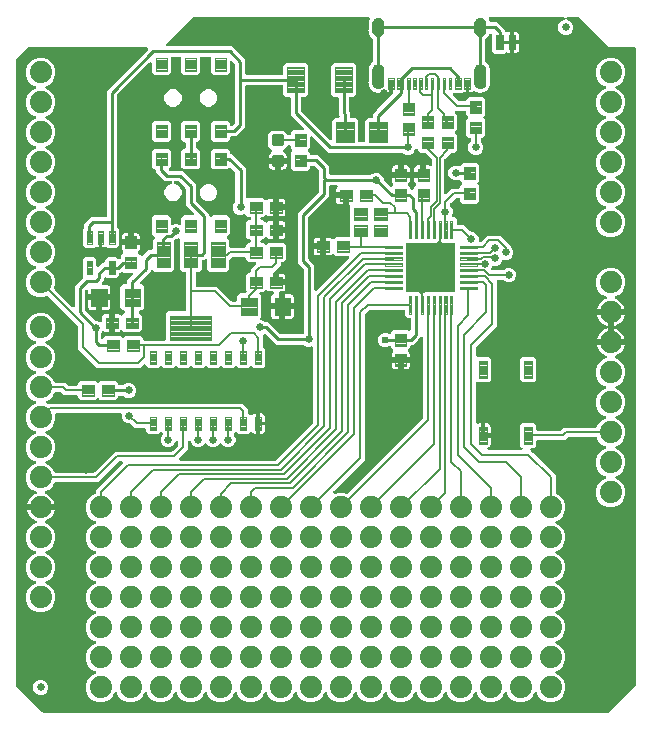
<source format=gtl>
G04 EAGLE Gerber RS-274X export*
G75*
%MOMM*%
%FSLAX34Y34*%
%LPD*%
%INTop Copper*%
%IPPOS*%
%AMOC8*
5,1,8,0,0,1.08239X$1,22.5*%
G01*
%ADD10C,0.100000*%
%ADD11C,0.098000*%
%ADD12C,0.300000*%
%ADD13C,0.096000*%
%ADD14C,0.635000*%
%ADD15C,0.102000*%
%ADD16C,0.654000*%
%ADD17C,1.879600*%
%ADD18C,0.099059*%
%ADD19C,0.097534*%
%ADD20C,0.110000*%
%ADD21C,0.099000*%
%ADD22C,0.106400*%
%ADD23C,0.100800*%
%ADD24C,0.254000*%
%ADD25C,0.604000*%
%ADD26C,0.203200*%
%ADD27C,0.127000*%

G36*
X505889Y-21323D02*
X505889Y-21323D01*
X505988Y-21320D01*
X506046Y-21303D01*
X506106Y-21295D01*
X506198Y-21259D01*
X506293Y-21231D01*
X506345Y-21201D01*
X506402Y-21178D01*
X506482Y-21120D01*
X506567Y-21070D01*
X506643Y-21004D01*
X506659Y-20992D01*
X506667Y-20982D01*
X506688Y-20964D01*
X528964Y1312D01*
X529024Y1390D01*
X529092Y1462D01*
X529121Y1515D01*
X529158Y1563D01*
X529198Y1654D01*
X529246Y1741D01*
X529261Y1799D01*
X529285Y1855D01*
X529300Y1953D01*
X529325Y2049D01*
X529331Y2149D01*
X529335Y2169D01*
X529333Y2181D01*
X529335Y2209D01*
X529335Y540766D01*
X529320Y540884D01*
X529313Y541003D01*
X529300Y541041D01*
X529295Y541082D01*
X529252Y541192D01*
X529215Y541305D01*
X529193Y541340D01*
X529178Y541377D01*
X529109Y541473D01*
X529045Y541574D01*
X529015Y541602D01*
X528992Y541635D01*
X528900Y541711D01*
X528813Y541792D01*
X528778Y541812D01*
X528747Y541837D01*
X528639Y541888D01*
X528535Y541946D01*
X528495Y541956D01*
X528459Y541973D01*
X528342Y541995D01*
X528227Y542025D01*
X528167Y542029D01*
X528147Y542033D01*
X528126Y542031D01*
X528066Y542035D01*
X506316Y542035D01*
X481288Y567064D01*
X481210Y567124D01*
X481138Y567192D01*
X481085Y567221D01*
X481037Y567258D01*
X480946Y567298D01*
X480859Y567346D01*
X480801Y567361D01*
X480745Y567385D01*
X480647Y567400D01*
X480551Y567425D01*
X480451Y567431D01*
X480431Y567435D01*
X480419Y567433D01*
X480391Y567435D01*
X471697Y567435D01*
X471628Y567427D01*
X471558Y567428D01*
X471470Y567407D01*
X471381Y567395D01*
X471316Y567370D01*
X471249Y567353D01*
X471169Y567311D01*
X471086Y567278D01*
X471029Y567237D01*
X470968Y567205D01*
X470901Y567144D01*
X470828Y567092D01*
X470784Y567038D01*
X470732Y566991D01*
X470683Y566916D01*
X470626Y566847D01*
X470596Y566783D01*
X470557Y566725D01*
X470528Y566640D01*
X470490Y566559D01*
X470477Y566490D01*
X470454Y566424D01*
X470447Y566335D01*
X470430Y566247D01*
X470435Y566177D01*
X470429Y566107D01*
X470444Y566019D01*
X470450Y565929D01*
X470471Y565863D01*
X470483Y565794D01*
X470520Y565712D01*
X470548Y565627D01*
X470585Y565568D01*
X470614Y565504D01*
X470670Y565434D01*
X470718Y565358D01*
X470769Y565310D01*
X470813Y565256D01*
X470884Y565201D01*
X470950Y565140D01*
X471011Y565106D01*
X471067Y565064D01*
X471211Y564993D01*
X473425Y564076D01*
X475176Y562325D01*
X476124Y560038D01*
X476124Y557562D01*
X475176Y555275D01*
X473425Y553524D01*
X471138Y552576D01*
X468662Y552576D01*
X466375Y553524D01*
X464624Y555275D01*
X463676Y557562D01*
X463676Y560038D01*
X464624Y562325D01*
X466375Y564076D01*
X468589Y564993D01*
X468649Y565028D01*
X468714Y565054D01*
X468787Y565106D01*
X468865Y565151D01*
X468915Y565199D01*
X468972Y565240D01*
X469029Y565310D01*
X469093Y565372D01*
X469130Y565432D01*
X469174Y565485D01*
X469213Y565567D01*
X469260Y565643D01*
X469280Y565710D01*
X469310Y565773D01*
X469327Y565861D01*
X469353Y565947D01*
X469357Y566017D01*
X469370Y566086D01*
X469364Y566175D01*
X469368Y566265D01*
X469354Y566333D01*
X469350Y566403D01*
X469322Y566488D01*
X469304Y566576D01*
X469273Y566639D01*
X469252Y566705D01*
X469204Y566781D01*
X469164Y566862D01*
X469119Y566915D01*
X469082Y566974D01*
X469016Y567036D01*
X468958Y567104D01*
X468901Y567144D01*
X468850Y567192D01*
X468772Y567235D01*
X468698Y567287D01*
X468633Y567312D01*
X468572Y567346D01*
X468485Y567368D01*
X468401Y567400D01*
X468331Y567408D01*
X468264Y567425D01*
X468103Y567435D01*
X405926Y567435D01*
X405912Y567434D01*
X405899Y567435D01*
X405755Y567414D01*
X405611Y567395D01*
X405598Y567390D01*
X405584Y567388D01*
X405450Y567332D01*
X405315Y567278D01*
X405304Y567270D01*
X405291Y567265D01*
X405175Y567177D01*
X405058Y567092D01*
X405049Y567081D01*
X405038Y567072D01*
X404948Y566959D01*
X404855Y566847D01*
X404849Y566834D01*
X404840Y566823D01*
X404781Y566690D01*
X404719Y566559D01*
X404717Y566545D01*
X404711Y566532D01*
X404687Y566388D01*
X404660Y566247D01*
X404661Y566233D01*
X404658Y566219D01*
X404670Y566074D01*
X404679Y565929D01*
X404684Y565916D01*
X404685Y565902D01*
X404728Y565747D01*
X404777Y565607D01*
X404805Y565552D01*
X404824Y565493D01*
X404900Y565351D01*
X405203Y564869D01*
X405288Y564766D01*
X405346Y564689D01*
X405337Y564625D01*
X405339Y564587D01*
X405338Y564572D01*
X405341Y564551D01*
X405345Y564464D01*
X405370Y564246D01*
X405381Y564199D01*
X405384Y564151D01*
X405418Y564045D01*
X405445Y563937D01*
X405467Y563894D01*
X405482Y563849D01*
X405542Y563754D01*
X405594Y563656D01*
X405626Y563621D01*
X405652Y563580D01*
X405733Y563503D01*
X405808Y563421D01*
X405849Y563395D01*
X405884Y563362D01*
X405981Y563308D01*
X406075Y563247D01*
X406120Y563232D01*
X406162Y563208D01*
X406270Y563181D01*
X406376Y563145D01*
X406424Y563141D01*
X406470Y563129D01*
X406631Y563119D01*
X411872Y563119D01*
X418212Y556779D01*
X418212Y555980D01*
X418224Y555882D01*
X418227Y555783D01*
X418244Y555725D01*
X418252Y555665D01*
X418288Y555573D01*
X418316Y555478D01*
X418346Y555426D01*
X418369Y555369D01*
X418427Y555289D01*
X418477Y555204D01*
X418543Y555128D01*
X418555Y555112D01*
X418565Y555104D01*
X418583Y555083D01*
X418723Y554943D01*
X418812Y554874D01*
X418895Y554799D01*
X418937Y554777D01*
X418974Y554748D01*
X419078Y554704D01*
X419177Y554652D01*
X419223Y554641D01*
X419266Y554622D01*
X419377Y554604D01*
X419487Y554579D01*
X419534Y554580D01*
X419580Y554572D01*
X419692Y554583D01*
X419805Y554585D01*
X419850Y554598D01*
X419897Y554602D01*
X420003Y554640D01*
X420111Y554670D01*
X420176Y554702D01*
X420196Y554710D01*
X420211Y554720D01*
X420255Y554742D01*
X420328Y554784D01*
X421101Y554991D01*
X422657Y554991D01*
X422657Y547433D01*
X412115Y547433D01*
X412096Y547421D01*
X412074Y547417D01*
X412067Y547402D01*
X412058Y547396D01*
X412059Y547386D01*
X412052Y547370D01*
X412052Y544830D01*
X412064Y544811D01*
X412068Y544789D01*
X412083Y544782D01*
X412089Y544773D01*
X412099Y544774D01*
X412115Y544767D01*
X422657Y544767D01*
X422657Y537209D01*
X421101Y537209D01*
X420328Y537416D01*
X420255Y537458D01*
X420152Y537502D01*
X420052Y537553D01*
X420006Y537563D01*
X419962Y537582D01*
X419851Y537598D01*
X419741Y537623D01*
X419694Y537621D01*
X419648Y537628D01*
X419536Y537616D01*
X419423Y537613D01*
X419378Y537600D01*
X419331Y537595D01*
X419226Y537556D01*
X419118Y537525D01*
X419077Y537501D01*
X419033Y537484D01*
X418941Y537420D01*
X418844Y537363D01*
X418790Y537315D01*
X418772Y537303D01*
X418760Y537289D01*
X418723Y537257D01*
X418168Y536701D01*
X409618Y536701D01*
X407542Y538777D01*
X407542Y552347D01*
X407527Y552469D01*
X407519Y552590D01*
X407507Y552626D01*
X407502Y552663D01*
X407458Y552776D01*
X407419Y552893D01*
X407399Y552924D01*
X407385Y552959D01*
X407314Y553058D01*
X407248Y553160D01*
X407221Y553186D01*
X407199Y553216D01*
X407104Y553294D01*
X407015Y553377D01*
X406982Y553395D01*
X406954Y553419D01*
X406843Y553471D01*
X406736Y553529D01*
X406700Y553539D01*
X406666Y553554D01*
X406546Y553577D01*
X406428Y553607D01*
X406390Y553607D01*
X406354Y553614D01*
X406232Y553607D01*
X406109Y553606D01*
X406073Y553597D01*
X406036Y553594D01*
X405920Y553557D01*
X405802Y553526D01*
X405769Y553508D01*
X405734Y553496D01*
X405630Y553431D01*
X405524Y553372D01*
X405496Y553346D01*
X405465Y553326D01*
X405381Y553237D01*
X405292Y553153D01*
X405260Y553109D01*
X405247Y553095D01*
X405237Y553076D01*
X405198Y553023D01*
X404900Y552549D01*
X404874Y552493D01*
X404840Y552441D01*
X404777Y552293D01*
X404589Y551755D01*
X404561Y551625D01*
X404537Y551531D01*
X404482Y551498D01*
X404454Y551474D01*
X404441Y551465D01*
X404426Y551449D01*
X404361Y551392D01*
X403958Y550989D01*
X403920Y550940D01*
X403875Y550898D01*
X403781Y550767D01*
X403478Y550285D01*
X403422Y550164D01*
X403377Y550078D01*
X403316Y550059D01*
X403283Y550041D01*
X403269Y550035D01*
X403251Y550023D01*
X403175Y549982D01*
X402693Y549679D01*
X402645Y549640D01*
X402591Y549608D01*
X402471Y549502D01*
X402200Y549232D01*
X402140Y549153D01*
X402072Y549081D01*
X402043Y549028D01*
X402006Y548980D01*
X401966Y548889D01*
X401918Y548803D01*
X401903Y548744D01*
X401879Y548688D01*
X401864Y548590D01*
X401839Y548495D01*
X401833Y548395D01*
X401829Y548374D01*
X401831Y548362D01*
X401829Y548334D01*
X401829Y530266D01*
X401841Y530168D01*
X401844Y530069D01*
X401861Y530010D01*
X401869Y529950D01*
X401905Y529858D01*
X401933Y529763D01*
X401963Y529711D01*
X401986Y529655D01*
X402044Y529575D01*
X402094Y529489D01*
X402160Y529414D01*
X402172Y529397D01*
X402182Y529390D01*
X402200Y529368D01*
X402471Y529098D01*
X402520Y529060D01*
X402562Y529015D01*
X402693Y528921D01*
X403175Y528618D01*
X403296Y528562D01*
X403382Y528517D01*
X403401Y528456D01*
X403419Y528423D01*
X403425Y528409D01*
X403437Y528391D01*
X403478Y528315D01*
X403781Y527833D01*
X403820Y527785D01*
X403852Y527731D01*
X403958Y527611D01*
X404361Y527208D01*
X404466Y527126D01*
X404540Y527064D01*
X404546Y527000D01*
X404556Y526964D01*
X404558Y526948D01*
X404566Y526928D01*
X404589Y526845D01*
X404777Y526307D01*
X404805Y526252D01*
X404824Y526193D01*
X404900Y526051D01*
X405203Y525569D01*
X405288Y525466D01*
X405346Y525389D01*
X405337Y525325D01*
X405339Y525287D01*
X405338Y525272D01*
X405341Y525251D01*
X405345Y525164D01*
X405409Y524599D01*
X405423Y524538D01*
X405429Y524477D01*
X405472Y524322D01*
X405511Y524209D01*
X405532Y524168D01*
X405544Y524125D01*
X405602Y524026D01*
X405629Y523973D01*
X405637Y523882D01*
X405647Y523846D01*
X405649Y523831D01*
X405657Y523811D01*
X405680Y523727D01*
X405734Y523574D01*
X405720Y523534D01*
X405698Y523495D01*
X405670Y523384D01*
X405633Y523275D01*
X405630Y523230D01*
X405619Y523187D01*
X405609Y523026D01*
X405609Y522895D01*
X405610Y522882D01*
X405617Y522753D01*
X405739Y521672D01*
X405720Y521641D01*
X405712Y521615D01*
X405698Y521590D01*
X405666Y521463D01*
X405627Y521337D01*
X405626Y521309D01*
X405619Y521282D01*
X405609Y521122D01*
X405609Y513178D01*
X405612Y513151D01*
X405610Y513123D01*
X405632Y512993D01*
X405649Y512863D01*
X405659Y512837D01*
X405664Y512809D01*
X405717Y512689D01*
X405739Y512634D01*
X405617Y511547D01*
X405617Y511533D01*
X405609Y511405D01*
X405609Y511274D01*
X405614Y511229D01*
X405612Y511184D01*
X405634Y511072D01*
X405649Y510959D01*
X405665Y510917D01*
X405674Y510873D01*
X405733Y510726D01*
X405680Y510573D01*
X405652Y510443D01*
X405621Y510324D01*
X405617Y510319D01*
X405599Y510277D01*
X405574Y510240D01*
X405511Y510091D01*
X405472Y509978D01*
X405459Y509918D01*
X405437Y509860D01*
X405409Y509701D01*
X405345Y509136D01*
X405347Y509003D01*
X405344Y508905D01*
X405297Y508861D01*
X405275Y508831D01*
X405265Y508820D01*
X405254Y508801D01*
X405203Y508731D01*
X404900Y508249D01*
X404874Y508192D01*
X404840Y508141D01*
X404777Y507993D01*
X404589Y507455D01*
X404561Y507325D01*
X404537Y507231D01*
X404482Y507198D01*
X404454Y507174D01*
X404441Y507165D01*
X404426Y507149D01*
X404361Y507092D01*
X403958Y506689D01*
X403920Y506640D01*
X403875Y506598D01*
X403781Y506467D01*
X403478Y505985D01*
X403422Y505864D01*
X403377Y505778D01*
X403316Y505759D01*
X403283Y505741D01*
X403269Y505735D01*
X403251Y505723D01*
X403175Y505682D01*
X402693Y505379D01*
X402645Y505340D01*
X402591Y505308D01*
X402471Y505202D01*
X402068Y504799D01*
X401986Y504694D01*
X401924Y504620D01*
X401860Y504614D01*
X401824Y504604D01*
X401808Y504602D01*
X401788Y504594D01*
X401705Y504571D01*
X401167Y504383D01*
X401112Y504355D01*
X401053Y504336D01*
X400911Y504260D01*
X400429Y503957D01*
X400326Y503872D01*
X400249Y503814D01*
X400185Y503823D01*
X400147Y503821D01*
X400132Y503822D01*
X400111Y503819D01*
X400024Y503815D01*
X399459Y503751D01*
X399398Y503737D01*
X399336Y503731D01*
X399181Y503688D01*
X398644Y503500D01*
X398526Y503441D01*
X398436Y503401D01*
X398376Y503424D01*
X398340Y503430D01*
X398325Y503435D01*
X398303Y503437D01*
X398218Y503452D01*
X397652Y503516D01*
X397590Y503515D01*
X397529Y503524D01*
X397368Y503516D01*
X396802Y503452D01*
X396673Y503421D01*
X396577Y503402D01*
X396524Y503437D01*
X396490Y503452D01*
X396476Y503460D01*
X396456Y503466D01*
X396376Y503500D01*
X395839Y503688D01*
X395778Y503701D01*
X395720Y503723D01*
X395561Y503751D01*
X394996Y503815D01*
X394863Y503813D01*
X394765Y503816D01*
X394721Y503863D01*
X394691Y503885D01*
X394680Y503895D01*
X394661Y503906D01*
X394591Y503957D01*
X394109Y504260D01*
X394052Y504286D01*
X394001Y504320D01*
X393853Y504383D01*
X393315Y504571D01*
X393185Y504599D01*
X393071Y504628D01*
X393063Y504641D01*
X393053Y504650D01*
X393045Y504662D01*
X392936Y504758D01*
X392829Y504856D01*
X392817Y504863D01*
X392807Y504872D01*
X392676Y504939D01*
X392549Y505007D01*
X392536Y505010D01*
X392523Y505017D01*
X392382Y505049D01*
X392241Y505084D01*
X392227Y505083D01*
X392213Y505087D01*
X392068Y505082D01*
X391923Y505081D01*
X391909Y505077D01*
X391895Y505077D01*
X391755Y505036D01*
X391615Y504999D01*
X391603Y504992D01*
X391590Y504988D01*
X391464Y504915D01*
X391338Y504844D01*
X391328Y504834D01*
X391316Y504827D01*
X391195Y504720D01*
X390943Y504469D01*
X390248Y504067D01*
X389472Y503859D01*
X388079Y503859D01*
X388079Y511170D01*
X388064Y511288D01*
X388057Y511407D01*
X388044Y511445D01*
X388039Y511485D01*
X387996Y511596D01*
X387959Y511709D01*
X387937Y511743D01*
X387922Y511781D01*
X387853Y511877D01*
X387789Y511978D01*
X387759Y512006D01*
X387736Y512038D01*
X387644Y512114D01*
X387557Y512196D01*
X387522Y512215D01*
X387491Y512241D01*
X387383Y512292D01*
X387279Y512349D01*
X387239Y512359D01*
X387203Y512377D01*
X387086Y512399D01*
X386971Y512429D01*
X386911Y512433D01*
X386891Y512436D01*
X386870Y512435D01*
X386810Y512439D01*
X386350Y512439D01*
X386232Y512424D01*
X386113Y512417D01*
X386075Y512404D01*
X386034Y512399D01*
X385924Y512355D01*
X385811Y512319D01*
X385776Y512297D01*
X385739Y512282D01*
X385642Y512212D01*
X385542Y512149D01*
X385514Y512119D01*
X385481Y512095D01*
X385405Y512004D01*
X385324Y511917D01*
X385304Y511882D01*
X385279Y511850D01*
X385228Y511743D01*
X385170Y511638D01*
X385160Y511599D01*
X385143Y511563D01*
X385121Y511446D01*
X385091Y511330D01*
X385087Y511270D01*
X385083Y511250D01*
X385085Y511230D01*
X385081Y511170D01*
X385081Y503859D01*
X383828Y503859D01*
X383729Y503847D01*
X383631Y503844D01*
X383572Y503827D01*
X383512Y503819D01*
X383420Y503783D01*
X383325Y503755D01*
X383273Y503725D01*
X383217Y503702D01*
X383137Y503644D01*
X383051Y503594D01*
X382976Y503528D01*
X382959Y503516D01*
X382951Y503506D01*
X382930Y503487D01*
X382794Y503351D01*
X375411Y503351D01*
X375274Y503334D01*
X375135Y503321D01*
X375116Y503314D01*
X375096Y503311D01*
X374967Y503260D01*
X374836Y503213D01*
X374819Y503202D01*
X374800Y503194D01*
X374688Y503113D01*
X374573Y503035D01*
X374559Y503019D01*
X374543Y503008D01*
X374454Y502900D01*
X374362Y502796D01*
X374353Y502778D01*
X374340Y502763D01*
X374281Y502637D01*
X374218Y502513D01*
X374213Y502493D01*
X374204Y502475D01*
X374178Y502339D01*
X374148Y502203D01*
X374148Y502182D01*
X374145Y502163D01*
X374153Y502024D01*
X374158Y501885D01*
X374163Y501865D01*
X374164Y501845D01*
X374207Y501713D01*
X374246Y501579D01*
X374256Y501562D01*
X374262Y501543D01*
X374337Y501425D01*
X374407Y501305D01*
X374426Y501284D01*
X374433Y501274D01*
X374448Y501260D01*
X374514Y501185D01*
X379137Y496561D01*
X379215Y496501D01*
X379287Y496433D01*
X379340Y496404D01*
X379388Y496367D01*
X379479Y496327D01*
X379566Y496279D01*
X379624Y496264D01*
X379680Y496240D01*
X379778Y496225D01*
X379874Y496200D01*
X379974Y496194D01*
X379994Y496190D01*
X380006Y496192D01*
X380034Y496190D01*
X384382Y496190D01*
X384500Y496205D01*
X384619Y496212D01*
X384657Y496225D01*
X384698Y496230D01*
X384808Y496273D01*
X384921Y496310D01*
X384956Y496332D01*
X384993Y496347D01*
X385089Y496416D01*
X385190Y496480D01*
X385218Y496510D01*
X385251Y496533D01*
X385327Y496625D01*
X385408Y496712D01*
X385428Y496747D01*
X385453Y496778D01*
X385504Y496886D01*
X385562Y496990D01*
X385572Y497030D01*
X385589Y497066D01*
X385611Y497183D01*
X385641Y497298D01*
X385645Y497358D01*
X385649Y497378D01*
X385647Y497399D01*
X385651Y497459D01*
X385651Y497570D01*
X387730Y499649D01*
X399670Y499649D01*
X401749Y497570D01*
X401749Y484630D01*
X400616Y483498D01*
X400543Y483403D01*
X400464Y483314D01*
X400446Y483278D01*
X400421Y483246D01*
X400374Y483137D01*
X400320Y483031D01*
X400311Y482992D01*
X400295Y482954D01*
X400276Y482837D01*
X400250Y482721D01*
X400251Y482680D01*
X400245Y482640D01*
X400256Y482522D01*
X400260Y482403D01*
X400271Y482364D01*
X400275Y482324D01*
X400315Y482211D01*
X400348Y482097D01*
X400369Y482063D01*
X400382Y482024D01*
X400449Y481926D01*
X400510Y481823D01*
X400550Y481778D01*
X400561Y481761D01*
X400576Y481748D01*
X400616Y481703D01*
X401749Y480570D01*
X401749Y467630D01*
X399670Y465551D01*
X399034Y465551D01*
X398916Y465536D01*
X398797Y465529D01*
X398759Y465516D01*
X398718Y465511D01*
X398608Y465468D01*
X398495Y465431D01*
X398460Y465409D01*
X398423Y465394D01*
X398327Y465325D01*
X398226Y465261D01*
X398198Y465231D01*
X398165Y465208D01*
X398089Y465116D01*
X398008Y465029D01*
X397988Y464994D01*
X397963Y464963D01*
X397912Y464855D01*
X397854Y464751D01*
X397844Y464711D01*
X397827Y464675D01*
X397805Y464558D01*
X397775Y464443D01*
X397771Y464383D01*
X397767Y464363D01*
X397769Y464342D01*
X397765Y464282D01*
X397765Y462463D01*
X397777Y462365D01*
X397780Y462265D01*
X397797Y462207D01*
X397805Y462147D01*
X397841Y462055D01*
X397869Y461960D01*
X397899Y461908D01*
X397922Y461851D01*
X397980Y461771D01*
X398030Y461686D01*
X398096Y461611D01*
X398108Y461594D01*
X398118Y461586D01*
X398136Y461565D01*
X398976Y460725D01*
X399924Y458438D01*
X399924Y455962D01*
X398976Y453675D01*
X397225Y451924D01*
X394938Y450976D01*
X392462Y450976D01*
X390175Y451924D01*
X388424Y453675D01*
X387476Y455962D01*
X387476Y458438D01*
X388424Y460725D01*
X389264Y461565D01*
X389324Y461643D01*
X389392Y461716D01*
X389421Y461769D01*
X389458Y461816D01*
X389498Y461907D01*
X389546Y461994D01*
X389561Y462053D01*
X389585Y462108D01*
X389600Y462206D01*
X389625Y462302D01*
X389631Y462402D01*
X389635Y462422D01*
X389633Y462435D01*
X389635Y462463D01*
X389635Y464282D01*
X389620Y464400D01*
X389613Y464519D01*
X389600Y464557D01*
X389595Y464598D01*
X389552Y464708D01*
X389515Y464821D01*
X389493Y464856D01*
X389478Y464893D01*
X389409Y464989D01*
X389345Y465090D01*
X389315Y465118D01*
X389292Y465151D01*
X389200Y465227D01*
X389113Y465308D01*
X389078Y465328D01*
X389047Y465353D01*
X388939Y465404D01*
X388835Y465462D01*
X388795Y465472D01*
X388759Y465489D01*
X388642Y465511D01*
X388527Y465541D01*
X388467Y465545D01*
X388447Y465549D01*
X388426Y465547D01*
X388366Y465551D01*
X387730Y465551D01*
X385651Y467630D01*
X385651Y480570D01*
X386784Y481703D01*
X386857Y481797D01*
X386936Y481886D01*
X386954Y481922D01*
X386979Y481954D01*
X387026Y482063D01*
X387080Y482169D01*
X387089Y482208D01*
X387105Y482246D01*
X387124Y482363D01*
X387150Y482479D01*
X387149Y482520D01*
X387155Y482560D01*
X387144Y482678D01*
X387140Y482797D01*
X387129Y482836D01*
X387125Y482876D01*
X387085Y482988D01*
X387052Y483103D01*
X387031Y483138D01*
X387018Y483176D01*
X386951Y483274D01*
X386890Y483377D01*
X386850Y483422D01*
X386839Y483439D01*
X386824Y483452D01*
X386784Y483498D01*
X385651Y484630D01*
X385651Y486791D01*
X385636Y486909D01*
X385629Y487028D01*
X385616Y487066D01*
X385611Y487107D01*
X385568Y487217D01*
X385531Y487330D01*
X385509Y487365D01*
X385494Y487402D01*
X385425Y487498D01*
X385361Y487599D01*
X385331Y487627D01*
X385308Y487660D01*
X385216Y487736D01*
X385129Y487817D01*
X385094Y487837D01*
X385063Y487862D01*
X384955Y487913D01*
X384851Y487971D01*
X384811Y487981D01*
X384775Y487998D01*
X384658Y488020D01*
X384543Y488050D01*
X384483Y488054D01*
X384463Y488058D01*
X384442Y488056D01*
X384382Y488060D01*
X377493Y488060D01*
X377355Y488043D01*
X377216Y488030D01*
X377197Y488023D01*
X377177Y488020D01*
X377048Y487969D01*
X376917Y487922D01*
X376900Y487911D01*
X376881Y487903D01*
X376769Y487822D01*
X376654Y487744D01*
X376640Y487728D01*
X376624Y487717D01*
X376535Y487609D01*
X376443Y487505D01*
X376434Y487487D01*
X376421Y487472D01*
X376362Y487346D01*
X376299Y487222D01*
X376294Y487202D01*
X376286Y487184D01*
X376260Y487047D01*
X376229Y486912D01*
X376230Y486891D01*
X376226Y486872D01*
X376235Y486733D01*
X376239Y486594D01*
X376244Y486574D01*
X376246Y486554D01*
X376288Y486422D01*
X376327Y486288D01*
X376337Y486271D01*
X376344Y486252D01*
X376418Y486134D01*
X376489Y486014D01*
X376507Y485993D01*
X376514Y485983D01*
X376529Y485969D01*
X376595Y485894D01*
X377619Y484870D01*
X377619Y471930D01*
X376486Y470798D01*
X376413Y470703D01*
X376334Y470614D01*
X376316Y470578D01*
X376291Y470546D01*
X376244Y470437D01*
X376190Y470331D01*
X376181Y470292D01*
X376165Y470254D01*
X376146Y470137D01*
X376120Y470021D01*
X376121Y469980D01*
X376115Y469940D01*
X376126Y469822D01*
X376130Y469703D01*
X376141Y469664D01*
X376145Y469624D01*
X376185Y469511D01*
X376218Y469397D01*
X376239Y469363D01*
X376252Y469324D01*
X376319Y469226D01*
X376380Y469123D01*
X376420Y469078D01*
X376431Y469061D01*
X376446Y469048D01*
X376486Y469003D01*
X377619Y467870D01*
X377619Y454930D01*
X375540Y452851D01*
X373497Y452851D01*
X373398Y452839D01*
X373299Y452836D01*
X373241Y452819D01*
X373181Y452811D01*
X373089Y452775D01*
X372994Y452747D01*
X372942Y452717D01*
X372885Y452694D01*
X372805Y452636D01*
X372720Y452586D01*
X372645Y452520D01*
X372628Y452508D01*
X372620Y452498D01*
X372599Y452480D01*
X367275Y447156D01*
X367215Y447078D01*
X367147Y447006D01*
X367118Y446953D01*
X367081Y446905D01*
X367041Y446814D01*
X366993Y446727D01*
X366978Y446668D01*
X366954Y446613D01*
X366939Y446515D01*
X366914Y446419D01*
X366908Y446319D01*
X366904Y446299D01*
X366906Y446286D01*
X366904Y446258D01*
X366904Y418896D01*
X366921Y418758D01*
X366934Y418620D01*
X366941Y418601D01*
X366944Y418581D01*
X366995Y418452D01*
X367042Y418321D01*
X367053Y418304D01*
X367061Y418285D01*
X367142Y418173D01*
X367220Y418058D01*
X367236Y418044D01*
X367247Y418028D01*
X367355Y417939D01*
X367459Y417847D01*
X367477Y417838D01*
X367492Y417825D01*
X367618Y417766D01*
X367742Y417703D01*
X367762Y417698D01*
X367780Y417689D01*
X367917Y417663D01*
X368052Y417633D01*
X368073Y417633D01*
X368092Y417630D01*
X368231Y417638D01*
X368370Y417643D01*
X368390Y417648D01*
X368410Y417649D01*
X368542Y417692D01*
X368676Y417731D01*
X368693Y417741D01*
X368712Y417747D01*
X368830Y417822D01*
X368950Y417892D01*
X368971Y417911D01*
X368981Y417918D01*
X368995Y417933D01*
X369070Y417999D01*
X370604Y419532D01*
X373356Y422285D01*
X379302Y422285D01*
X379420Y422300D01*
X379539Y422307D01*
X379577Y422320D01*
X379618Y422325D01*
X379728Y422368D01*
X379841Y422405D01*
X379876Y422427D01*
X379913Y422442D01*
X380009Y422511D01*
X380110Y422575D01*
X380138Y422605D01*
X380171Y422628D01*
X380247Y422720D01*
X380328Y422807D01*
X380348Y422842D01*
X380373Y422873D01*
X380424Y422981D01*
X380482Y423085D01*
X380492Y423125D01*
X380509Y423161D01*
X380531Y423278D01*
X380561Y423393D01*
X380565Y423453D01*
X380569Y423473D01*
X380567Y423494D01*
X380571Y423554D01*
X380571Y424690D01*
X381704Y425822D01*
X381777Y425917D01*
X381856Y426006D01*
X381868Y426029D01*
X381869Y426031D01*
X381874Y426042D01*
X381899Y426074D01*
X381946Y426183D01*
X382000Y426289D01*
X382009Y426328D01*
X382025Y426366D01*
X382044Y426483D01*
X382070Y426599D01*
X382069Y426640D01*
X382075Y426680D01*
X382064Y426798D01*
X382060Y426917D01*
X382049Y426956D01*
X382045Y426996D01*
X382005Y427109D01*
X381972Y427223D01*
X381951Y427257D01*
X381938Y427296D01*
X381871Y427394D01*
X381810Y427497D01*
X381770Y427542D01*
X381759Y427559D01*
X381744Y427572D01*
X381704Y427617D01*
X380509Y428812D01*
X380503Y428842D01*
X380455Y428941D01*
X380414Y429043D01*
X380385Y429083D01*
X380363Y429128D01*
X380292Y429211D01*
X380228Y429300D01*
X380189Y429332D01*
X380157Y429370D01*
X380067Y429433D01*
X379983Y429503D01*
X379938Y429524D01*
X379897Y429553D01*
X379794Y429592D01*
X379695Y429639D01*
X379646Y429648D01*
X379600Y429665D01*
X379490Y429678D01*
X379383Y429698D01*
X379333Y429695D01*
X379284Y429701D01*
X379175Y429685D01*
X379065Y429679D01*
X379018Y429663D01*
X378969Y429656D01*
X378816Y429604D01*
X377983Y429259D01*
X375507Y429259D01*
X373220Y430207D01*
X371469Y431958D01*
X370522Y434245D01*
X370522Y436721D01*
X371469Y439008D01*
X373220Y440759D01*
X375507Y441707D01*
X377983Y441707D01*
X379042Y441268D01*
X379070Y441261D01*
X379096Y441247D01*
X379223Y441219D01*
X379348Y441184D01*
X379378Y441184D01*
X379407Y441178D01*
X379537Y441181D01*
X379666Y441179D01*
X379695Y441186D01*
X379725Y441187D01*
X379849Y441223D01*
X379976Y441254D01*
X380002Y441267D01*
X380030Y441276D01*
X380142Y441341D01*
X380257Y441402D01*
X380279Y441422D01*
X380304Y441437D01*
X380425Y441544D01*
X382650Y443769D01*
X394590Y443769D01*
X396669Y441690D01*
X396669Y428750D01*
X395536Y427617D01*
X395463Y427523D01*
X395384Y427434D01*
X395366Y427398D01*
X395341Y427366D01*
X395294Y427257D01*
X395240Y427151D01*
X395231Y427112D01*
X395215Y427074D01*
X395196Y426957D01*
X395170Y426841D01*
X395171Y426800D01*
X395165Y426760D01*
X395176Y426642D01*
X395180Y426523D01*
X395191Y426484D01*
X395195Y426444D01*
X395235Y426332D01*
X395268Y426217D01*
X395289Y426182D01*
X395302Y426144D01*
X395369Y426046D01*
X395430Y425943D01*
X395461Y425907D01*
X395465Y425902D01*
X395471Y425896D01*
X395481Y425881D01*
X395496Y425868D01*
X395536Y425822D01*
X396669Y424690D01*
X396669Y411750D01*
X394590Y409671D01*
X382650Y409671D01*
X380571Y411750D01*
X380571Y412886D01*
X380556Y413004D01*
X380549Y413123D01*
X380536Y413161D01*
X380531Y413202D01*
X380488Y413312D01*
X380451Y413425D01*
X380429Y413460D01*
X380414Y413497D01*
X380345Y413593D01*
X380281Y413694D01*
X380251Y413722D01*
X380228Y413755D01*
X380136Y413831D01*
X380049Y413912D01*
X380014Y413932D01*
X379983Y413957D01*
X379875Y414008D01*
X379771Y414066D01*
X379731Y414076D01*
X379695Y414093D01*
X379578Y414115D01*
X379463Y414145D01*
X379403Y414149D01*
X379383Y414153D01*
X379362Y414151D01*
X379302Y414155D01*
X377249Y414155D01*
X377151Y414143D01*
X377052Y414140D01*
X376994Y414123D01*
X376934Y414115D01*
X376842Y414079D01*
X376747Y414051D01*
X376695Y414021D01*
X376638Y413998D01*
X376558Y413940D01*
X376473Y413890D01*
X376397Y413824D01*
X376381Y413812D01*
X376373Y413802D01*
X376352Y413784D01*
X372536Y409968D01*
X372476Y409890D01*
X372408Y409818D01*
X372379Y409765D01*
X372342Y409717D01*
X372302Y409626D01*
X372254Y409539D01*
X372239Y409481D01*
X372215Y409425D01*
X372200Y409327D01*
X372175Y409231D01*
X372169Y409131D01*
X372165Y409111D01*
X372167Y409099D01*
X372165Y409071D01*
X372165Y407853D01*
X372177Y407755D01*
X372180Y407655D01*
X372197Y407597D01*
X372205Y407537D01*
X372241Y407445D01*
X372269Y407350D01*
X372299Y407298D01*
X372322Y407241D01*
X372380Y407161D01*
X372430Y407076D01*
X372496Y407001D01*
X372508Y406984D01*
X372518Y406976D01*
X372536Y406955D01*
X373376Y406115D01*
X374324Y403828D01*
X374324Y401352D01*
X373765Y400004D01*
X373752Y399956D01*
X373731Y399911D01*
X373710Y399803D01*
X373681Y399697D01*
X373681Y399647D01*
X373671Y399598D01*
X373678Y399489D01*
X373676Y399379D01*
X373688Y399331D01*
X373691Y399281D01*
X373725Y399177D01*
X373750Y399070D01*
X373774Y399026D01*
X373789Y398979D01*
X373848Y398886D01*
X373899Y398789D01*
X373933Y398752D01*
X373959Y398710D01*
X374039Y398635D01*
X374113Y398553D01*
X374155Y398526D01*
X374191Y398492D01*
X374287Y398439D01*
X374379Y398379D01*
X374426Y398362D01*
X374469Y398338D01*
X374576Y398311D01*
X374680Y398275D01*
X374729Y398271D01*
X374777Y398259D01*
X374938Y398249D01*
X375468Y398249D01*
X377549Y396168D01*
X377549Y392734D01*
X377564Y392616D01*
X377571Y392497D01*
X377584Y392459D01*
X377589Y392418D01*
X377632Y392308D01*
X377669Y392195D01*
X377691Y392160D01*
X377706Y392123D01*
X377775Y392027D01*
X377839Y391926D01*
X377869Y391898D01*
X377892Y391865D01*
X377984Y391789D01*
X378071Y391708D01*
X378106Y391688D01*
X378137Y391663D01*
X378245Y391612D01*
X378349Y391554D01*
X378389Y391544D01*
X378425Y391527D01*
X378542Y391505D01*
X378657Y391475D01*
X378717Y391471D01*
X378737Y391467D01*
X378758Y391469D01*
X378818Y391465D01*
X383904Y391465D01*
X389043Y386325D01*
X389121Y386265D01*
X389193Y386197D01*
X389246Y386168D01*
X389294Y386131D01*
X389385Y386091D01*
X389472Y386043D01*
X389530Y386028D01*
X389586Y386004D01*
X389684Y385989D01*
X389780Y385964D01*
X389880Y385958D01*
X389900Y385954D01*
X389912Y385956D01*
X389940Y385954D01*
X391128Y385954D01*
X393415Y385006D01*
X395166Y383255D01*
X396114Y380968D01*
X396114Y378434D01*
X396129Y378316D01*
X396136Y378197D01*
X396149Y378159D01*
X396154Y378118D01*
X396197Y378008D01*
X396234Y377895D01*
X396256Y377860D01*
X396271Y377823D01*
X396340Y377727D01*
X396404Y377626D01*
X396434Y377598D01*
X396457Y377565D01*
X396549Y377489D01*
X396636Y377408D01*
X396671Y377388D01*
X396702Y377363D01*
X396810Y377312D01*
X396914Y377254D01*
X396954Y377244D01*
X396990Y377227D01*
X397107Y377205D01*
X397222Y377175D01*
X397282Y377171D01*
X397302Y377167D01*
X397323Y377169D01*
X397383Y377165D01*
X397561Y377165D01*
X397659Y377177D01*
X397758Y377180D01*
X397816Y377197D01*
X397876Y377205D01*
X397968Y377241D01*
X398063Y377269D01*
X398115Y377299D01*
X398172Y377322D01*
X398252Y377380D01*
X398337Y377430D01*
X398413Y377496D01*
X398429Y377508D01*
X398437Y377518D01*
X398458Y377536D01*
X403446Y382525D01*
X414434Y382525D01*
X423165Y373794D01*
X423165Y373563D01*
X423177Y373465D01*
X423180Y373365D01*
X423197Y373307D01*
X423205Y373247D01*
X423241Y373155D01*
X423269Y373060D01*
X423299Y373008D01*
X423322Y372951D01*
X423380Y372871D01*
X423430Y372786D01*
X423496Y372711D01*
X423508Y372694D01*
X423518Y372686D01*
X423536Y372665D01*
X424376Y371825D01*
X425324Y369538D01*
X425324Y367062D01*
X424376Y364775D01*
X422625Y363024D01*
X420338Y362076D01*
X417862Y362076D01*
X417849Y362082D01*
X417734Y362113D01*
X417621Y362152D01*
X417581Y362155D01*
X417542Y362166D01*
X417423Y362168D01*
X417304Y362177D01*
X417265Y362170D01*
X417224Y362171D01*
X417109Y362143D01*
X416991Y362123D01*
X416954Y362106D01*
X416915Y362097D01*
X416810Y362041D01*
X416701Y361992D01*
X416670Y361967D01*
X416634Y361948D01*
X416546Y361868D01*
X416453Y361793D01*
X416428Y361761D01*
X416399Y361734D01*
X416333Y361635D01*
X416261Y361539D01*
X416235Y361485D01*
X416224Y361468D01*
X416217Y361449D01*
X416191Y361395D01*
X415486Y359695D01*
X413735Y357944D01*
X411448Y356996D01*
X408972Y356996D01*
X408844Y357049D01*
X408729Y357081D01*
X408617Y357119D01*
X408576Y357123D01*
X408537Y357133D01*
X408419Y357135D01*
X408300Y357145D01*
X408260Y357138D01*
X408219Y357138D01*
X408104Y357110D01*
X407986Y357090D01*
X407950Y357074D01*
X407910Y357064D01*
X407805Y357008D01*
X407696Y356960D01*
X407665Y356934D01*
X407629Y356915D01*
X407541Y356835D01*
X407448Y356761D01*
X407424Y356729D01*
X407394Y356701D01*
X407328Y356602D01*
X407257Y356507D01*
X407230Y356453D01*
X407219Y356436D01*
X407212Y356417D01*
X407186Y356362D01*
X406650Y355070D01*
X406637Y355022D01*
X406616Y354977D01*
X406595Y354869D01*
X406566Y354763D01*
X406566Y354713D01*
X406556Y354664D01*
X406563Y354555D01*
X406561Y354445D01*
X406573Y354397D01*
X406576Y354347D01*
X406610Y354243D01*
X406636Y354136D01*
X406659Y354092D01*
X406674Y354045D01*
X406733Y353952D01*
X406784Y353855D01*
X406818Y353818D01*
X406844Y353776D01*
X406924Y353701D01*
X406998Y353619D01*
X407040Y353592D01*
X407076Y353558D01*
X407172Y353505D01*
X407264Y353445D01*
X407311Y353428D01*
X407354Y353404D01*
X407461Y353377D01*
X407565Y353341D01*
X407614Y353337D01*
X407662Y353325D01*
X407823Y353315D01*
X416377Y353315D01*
X416475Y353327D01*
X416575Y353330D01*
X416633Y353347D01*
X416693Y353355D01*
X416785Y353391D01*
X416880Y353419D01*
X416932Y353449D01*
X416989Y353472D01*
X417069Y353530D01*
X417154Y353580D01*
X417229Y353646D01*
X417246Y353658D01*
X417254Y353668D01*
X417275Y353686D01*
X418115Y354526D01*
X420402Y355474D01*
X422878Y355474D01*
X425165Y354526D01*
X426916Y352775D01*
X427864Y350488D01*
X427864Y348012D01*
X426916Y345725D01*
X425165Y343974D01*
X422878Y343026D01*
X420402Y343026D01*
X418115Y343974D01*
X417275Y344814D01*
X417197Y344874D01*
X417124Y344942D01*
X417071Y344971D01*
X417024Y345008D01*
X416933Y345048D01*
X416846Y345096D01*
X416787Y345111D01*
X416732Y345135D01*
X416634Y345150D01*
X416538Y345175D01*
X416438Y345181D01*
X416418Y345185D01*
X416405Y345183D01*
X416377Y345185D01*
X412927Y345185D01*
X412789Y345168D01*
X412651Y345155D01*
X412632Y345148D01*
X412612Y345145D01*
X412483Y345094D01*
X412351Y345047D01*
X412335Y345036D01*
X412316Y345028D01*
X412204Y344947D01*
X412088Y344868D01*
X412075Y344853D01*
X412059Y344842D01*
X411970Y344734D01*
X411878Y344630D01*
X411869Y344612D01*
X411856Y344597D01*
X411797Y344471D01*
X411733Y344347D01*
X411729Y344327D01*
X411720Y344309D01*
X411694Y344173D01*
X411664Y344036D01*
X411664Y344016D01*
X411661Y343997D01*
X411669Y343858D01*
X411674Y343719D01*
X411679Y343699D01*
X411680Y343679D01*
X411723Y343547D01*
X411735Y343507D01*
X411735Y305656D01*
X394326Y288248D01*
X394266Y288170D01*
X394198Y288098D01*
X394169Y288045D01*
X394132Y287997D01*
X394092Y287906D01*
X394044Y287819D01*
X394029Y287761D01*
X394005Y287705D01*
X393990Y287607D01*
X393965Y287511D01*
X393959Y287411D01*
X393955Y287391D01*
X393957Y287379D01*
X393955Y287351D01*
X393955Y281178D01*
X393970Y281060D01*
X393977Y280941D01*
X393990Y280903D01*
X393995Y280862D01*
X394038Y280752D01*
X394075Y280639D01*
X394097Y280604D01*
X394112Y280567D01*
X394181Y280471D01*
X394245Y280370D01*
X394275Y280342D01*
X394298Y280309D01*
X394390Y280233D01*
X394477Y280152D01*
X394512Y280132D01*
X394543Y280107D01*
X394651Y280056D01*
X394755Y279998D01*
X394795Y279988D01*
X394831Y279971D01*
X394948Y279949D01*
X395063Y279919D01*
X395123Y279915D01*
X395143Y279911D01*
X395164Y279913D01*
X395224Y279909D01*
X404833Y279909D01*
X406909Y277833D01*
X406909Y260647D01*
X404833Y258571D01*
X395224Y258571D01*
X395106Y258556D01*
X394987Y258549D01*
X394949Y258536D01*
X394908Y258531D01*
X394798Y258488D01*
X394685Y258451D01*
X394650Y258429D01*
X394613Y258414D01*
X394517Y258345D01*
X394416Y258281D01*
X394388Y258251D01*
X394355Y258228D01*
X394279Y258136D01*
X394198Y258049D01*
X394178Y258014D01*
X394153Y257983D01*
X394102Y257875D01*
X394044Y257771D01*
X394034Y257731D01*
X394017Y257695D01*
X393995Y257578D01*
X393965Y257463D01*
X393961Y257402D01*
X393957Y257383D01*
X393959Y257362D01*
X393955Y257302D01*
X393955Y224537D01*
X393970Y224412D01*
X393980Y224287D01*
X393990Y224255D01*
X393995Y224221D01*
X394041Y224105D01*
X394081Y223985D01*
X394099Y223957D01*
X394112Y223926D01*
X394185Y223824D01*
X394254Y223718D01*
X394279Y223696D01*
X394298Y223668D01*
X394395Y223588D01*
X394488Y223503D01*
X394517Y223487D01*
X394543Y223466D01*
X394657Y223412D01*
X394768Y223352D01*
X394801Y223344D01*
X394831Y223330D01*
X394955Y223306D01*
X395077Y223276D01*
X395110Y223277D01*
X395143Y223270D01*
X395269Y223278D01*
X395395Y223279D01*
X395443Y223289D01*
X395461Y223290D01*
X395481Y223297D01*
X395553Y223311D01*
X396336Y223521D01*
X398146Y223521D01*
X398146Y213995D01*
X398161Y213877D01*
X398168Y213758D01*
X398180Y213720D01*
X398186Y213680D01*
X398229Y213569D01*
X398266Y213456D01*
X398288Y213422D01*
X398303Y213384D01*
X398372Y213288D01*
X398436Y213187D01*
X398466Y213159D01*
X398489Y213127D01*
X398581Y213051D01*
X398668Y212969D01*
X398703Y212950D01*
X398734Y212924D01*
X398842Y212873D01*
X398946Y212816D01*
X398986Y212806D01*
X399022Y212788D01*
X399139Y212766D01*
X399254Y212736D01*
X399314Y212732D01*
X399334Y212729D01*
X399355Y212730D01*
X399415Y212726D01*
X399416Y212726D01*
X399416Y212725D01*
X399431Y212607D01*
X399438Y212488D01*
X399451Y212450D01*
X399456Y212409D01*
X399500Y212299D01*
X399536Y212186D01*
X399558Y212151D01*
X399573Y212114D01*
X399643Y212017D01*
X399706Y211917D01*
X399736Y211889D01*
X399760Y211856D01*
X399851Y211780D01*
X399938Y211699D01*
X399973Y211679D01*
X400005Y211654D01*
X400112Y211603D01*
X400217Y211545D01*
X400256Y211535D01*
X400292Y211518D01*
X400409Y211496D01*
X400525Y211466D01*
X400585Y211462D01*
X400605Y211458D01*
X400625Y211460D01*
X400685Y211456D01*
X406401Y211456D01*
X406401Y205836D01*
X406194Y205063D01*
X405794Y204371D01*
X405229Y203806D01*
X404525Y203399D01*
X404409Y203352D01*
X404268Y203296D01*
X404263Y203292D01*
X404256Y203290D01*
X404133Y203198D01*
X404011Y203110D01*
X404006Y203104D01*
X404001Y203100D01*
X403905Y202982D01*
X403808Y202865D01*
X403805Y202858D01*
X403801Y202853D01*
X403737Y202714D01*
X403672Y202577D01*
X403671Y202570D01*
X403668Y202564D01*
X403641Y202413D01*
X403613Y202264D01*
X403613Y202258D01*
X403612Y202251D01*
X403623Y202098D01*
X403632Y201947D01*
X403634Y201941D01*
X403635Y201934D01*
X403683Y201789D01*
X403730Y201645D01*
X403734Y201639D01*
X403736Y201633D01*
X403819Y201505D01*
X403900Y201376D01*
X403905Y201371D01*
X403909Y201366D01*
X404021Y201263D01*
X404132Y201158D01*
X404138Y201155D01*
X404143Y201150D01*
X404277Y201078D01*
X404411Y201004D01*
X404417Y201003D01*
X404423Y201000D01*
X404572Y200963D01*
X404719Y200925D01*
X404727Y200924D01*
X404732Y200923D01*
X404743Y200923D01*
X404879Y200915D01*
X432080Y200915D01*
X432217Y200932D01*
X432356Y200945D01*
X432375Y200952D01*
X432395Y200955D01*
X432524Y201006D01*
X432655Y201053D01*
X432672Y201064D01*
X432691Y201072D01*
X432803Y201153D01*
X432918Y201231D01*
X432932Y201247D01*
X432948Y201258D01*
X433037Y201366D01*
X433129Y201470D01*
X433138Y201488D01*
X433151Y201503D01*
X433210Y201629D01*
X433273Y201753D01*
X433278Y201773D01*
X433287Y201791D01*
X433313Y201927D01*
X433343Y202063D01*
X433342Y202084D01*
X433346Y202103D01*
X433338Y202242D01*
X433333Y202381D01*
X433328Y202401D01*
X433327Y202421D01*
X433284Y202553D01*
X433245Y202687D01*
X433235Y202704D01*
X433229Y202723D01*
X433154Y202841D01*
X433083Y202961D01*
X433065Y202982D01*
X433058Y202992D01*
X433043Y203006D01*
X432977Y203081D01*
X431291Y204767D01*
X431291Y221953D01*
X433367Y224029D01*
X442933Y224029D01*
X445009Y221953D01*
X445009Y218694D01*
X445024Y218576D01*
X445031Y218457D01*
X445044Y218419D01*
X445049Y218378D01*
X445092Y218268D01*
X445129Y218155D01*
X445151Y218120D01*
X445166Y218083D01*
X445235Y217987D01*
X445299Y217886D01*
X445329Y217858D01*
X445352Y217825D01*
X445444Y217749D01*
X445531Y217668D01*
X445566Y217648D01*
X445597Y217623D01*
X445705Y217572D01*
X445809Y217514D01*
X445849Y217504D01*
X445885Y217487D01*
X446002Y217465D01*
X446117Y217435D01*
X446177Y217431D01*
X446197Y217427D01*
X446218Y217429D01*
X446278Y217425D01*
X465151Y217425D01*
X465249Y217437D01*
X465348Y217440D01*
X465406Y217457D01*
X465466Y217465D01*
X465558Y217501D01*
X465653Y217529D01*
X465705Y217559D01*
X465762Y217582D01*
X465842Y217640D01*
X465927Y217690D01*
X466003Y217756D01*
X466019Y217768D01*
X466027Y217778D01*
X466048Y217796D01*
X468216Y219965D01*
X495363Y219965D01*
X495393Y219968D01*
X495422Y219966D01*
X495550Y219988D01*
X495679Y220005D01*
X495706Y220015D01*
X495735Y220020D01*
X495854Y220074D01*
X495975Y220122D01*
X495998Y220139D01*
X496025Y220151D01*
X496127Y220232D01*
X496232Y220308D01*
X496251Y220331D01*
X496274Y220350D01*
X496352Y220453D01*
X496435Y220553D01*
X496447Y220580D01*
X496465Y220604D01*
X496536Y220748D01*
X497448Y222950D01*
X500950Y226452D01*
X503305Y227427D01*
X503425Y227496D01*
X503548Y227561D01*
X503563Y227575D01*
X503581Y227585D01*
X503681Y227682D01*
X503784Y227775D01*
X503795Y227792D01*
X503809Y227806D01*
X503882Y227924D01*
X503958Y228041D01*
X503965Y228060D01*
X503976Y228077D01*
X504016Y228210D01*
X504062Y228342D01*
X504063Y228362D01*
X504069Y228381D01*
X504076Y228520D01*
X504087Y228659D01*
X504083Y228679D01*
X504084Y228699D01*
X504056Y228835D01*
X504032Y228972D01*
X504024Y228991D01*
X504020Y229010D01*
X503959Y229135D01*
X503902Y229262D01*
X503889Y229278D01*
X503880Y229296D01*
X503790Y229402D01*
X503703Y229510D01*
X503687Y229523D01*
X503674Y229538D01*
X503560Y229618D01*
X503449Y229702D01*
X503424Y229714D01*
X503414Y229721D01*
X503395Y229728D01*
X503305Y229773D01*
X500950Y230748D01*
X497448Y234250D01*
X495553Y238824D01*
X495553Y243776D01*
X497448Y248350D01*
X500950Y251852D01*
X503305Y252827D01*
X503425Y252896D01*
X503548Y252961D01*
X503563Y252975D01*
X503581Y252985D01*
X503681Y253082D01*
X503784Y253175D01*
X503795Y253192D01*
X503809Y253206D01*
X503882Y253324D01*
X503958Y253441D01*
X503965Y253460D01*
X503976Y253477D01*
X504016Y253610D01*
X504062Y253742D01*
X504063Y253762D01*
X504069Y253781D01*
X504076Y253920D01*
X504087Y254059D01*
X504083Y254079D01*
X504084Y254099D01*
X504056Y254235D01*
X504032Y254372D01*
X504024Y254391D01*
X504020Y254410D01*
X503959Y254535D01*
X503902Y254662D01*
X503889Y254678D01*
X503880Y254696D01*
X503790Y254802D01*
X503703Y254910D01*
X503687Y254923D01*
X503674Y254938D01*
X503560Y255018D01*
X503449Y255102D01*
X503424Y255114D01*
X503414Y255121D01*
X503395Y255128D01*
X503305Y255173D01*
X500950Y256148D01*
X497448Y259650D01*
X495553Y264224D01*
X495553Y269176D01*
X497448Y273750D01*
X500950Y277252D01*
X503975Y278505D01*
X504001Y278520D01*
X504030Y278529D01*
X504139Y278599D01*
X504252Y278663D01*
X504273Y278684D01*
X504298Y278700D01*
X504387Y278794D01*
X504480Y278884D01*
X504496Y278910D01*
X504516Y278931D01*
X504579Y279045D01*
X504646Y279155D01*
X504655Y279184D01*
X504669Y279210D01*
X504702Y279335D01*
X504740Y279459D01*
X504741Y279489D01*
X504749Y279518D01*
X504749Y279648D01*
X504755Y279777D01*
X504749Y279806D01*
X504749Y279836D01*
X504717Y279961D01*
X504691Y280088D01*
X504678Y280115D01*
X504670Y280144D01*
X504608Y280257D01*
X504551Y280374D01*
X504532Y280397D01*
X504517Y280423D01*
X504429Y280517D01*
X504345Y280616D01*
X504320Y280633D01*
X504300Y280655D01*
X504191Y280724D01*
X504085Y280799D01*
X504057Y280810D01*
X504031Y280826D01*
X503882Y280885D01*
X503417Y281036D01*
X501743Y281889D01*
X500222Y282994D01*
X498894Y284322D01*
X497789Y285843D01*
X496936Y287517D01*
X496355Y289304D01*
X496315Y289561D01*
X506730Y289561D01*
X506848Y289576D01*
X506967Y289583D01*
X507005Y289596D01*
X507045Y289601D01*
X507156Y289644D01*
X507269Y289681D01*
X507303Y289703D01*
X507341Y289718D01*
X507437Y289788D01*
X507538Y289851D01*
X507566Y289881D01*
X507598Y289904D01*
X507674Y289996D01*
X507756Y290083D01*
X507775Y290118D01*
X507801Y290149D01*
X507852Y290257D01*
X507909Y290361D01*
X507920Y290401D01*
X507937Y290437D01*
X507959Y290554D01*
X507989Y290669D01*
X507993Y290730D01*
X507997Y290750D01*
X507995Y290770D01*
X507999Y290830D01*
X507999Y292101D01*
X508001Y292101D01*
X508001Y290830D01*
X508016Y290712D01*
X508023Y290593D01*
X508036Y290555D01*
X508041Y290514D01*
X508085Y290404D01*
X508121Y290291D01*
X508143Y290256D01*
X508158Y290219D01*
X508228Y290123D01*
X508291Y290022D01*
X508321Y289994D01*
X508345Y289961D01*
X508436Y289886D01*
X508523Y289804D01*
X508558Y289784D01*
X508590Y289759D01*
X508697Y289708D01*
X508802Y289650D01*
X508841Y289640D01*
X508877Y289623D01*
X508994Y289601D01*
X509109Y289571D01*
X509170Y289567D01*
X509190Y289563D01*
X509210Y289565D01*
X509270Y289561D01*
X519685Y289561D01*
X519645Y289304D01*
X519064Y287517D01*
X518211Y285843D01*
X517106Y284322D01*
X515778Y282994D01*
X514257Y281889D01*
X512583Y281036D01*
X512118Y280885D01*
X512091Y280872D01*
X512062Y280865D01*
X511948Y280805D01*
X511830Y280750D01*
X511807Y280731D01*
X511781Y280717D01*
X511685Y280630D01*
X511585Y280547D01*
X511568Y280523D01*
X511546Y280503D01*
X511474Y280394D01*
X511398Y280290D01*
X511387Y280262D01*
X511371Y280237D01*
X511329Y280114D01*
X511281Y279994D01*
X511277Y279964D01*
X511268Y279936D01*
X511257Y279807D01*
X511241Y279679D01*
X511245Y279649D01*
X511242Y279619D01*
X511265Y279491D01*
X511281Y279363D01*
X511292Y279335D01*
X511297Y279306D01*
X511350Y279188D01*
X511398Y279067D01*
X511415Y279043D01*
X511427Y279016D01*
X511508Y278915D01*
X511584Y278810D01*
X511607Y278791D01*
X511626Y278767D01*
X511730Y278689D01*
X511829Y278607D01*
X511856Y278594D01*
X511880Y278576D01*
X512025Y278505D01*
X515050Y277252D01*
X518552Y273750D01*
X520447Y269176D01*
X520447Y264224D01*
X518552Y259650D01*
X515050Y256148D01*
X512695Y255173D01*
X512575Y255104D01*
X512452Y255039D01*
X512437Y255025D01*
X512419Y255015D01*
X512319Y254918D01*
X512216Y254825D01*
X512205Y254808D01*
X512191Y254794D01*
X512118Y254675D01*
X512042Y254559D01*
X512035Y254540D01*
X512024Y254523D01*
X511984Y254390D01*
X511938Y254258D01*
X511937Y254238D01*
X511931Y254219D01*
X511924Y254080D01*
X511913Y253941D01*
X511917Y253921D01*
X511916Y253901D01*
X511944Y253765D01*
X511968Y253628D01*
X511976Y253609D01*
X511980Y253590D01*
X512041Y253464D01*
X512098Y253338D01*
X512111Y253322D01*
X512120Y253304D01*
X512210Y253198D01*
X512297Y253090D01*
X512313Y253077D01*
X512326Y253062D01*
X512440Y252982D01*
X512551Y252898D01*
X512576Y252886D01*
X512586Y252879D01*
X512605Y252872D01*
X512695Y252827D01*
X515050Y251852D01*
X518552Y248350D01*
X520447Y243776D01*
X520447Y238824D01*
X518552Y234250D01*
X515050Y230748D01*
X512695Y229773D01*
X512575Y229704D01*
X512452Y229639D01*
X512437Y229625D01*
X512419Y229615D01*
X512319Y229518D01*
X512216Y229425D01*
X512205Y229408D01*
X512191Y229394D01*
X512118Y229275D01*
X512042Y229159D01*
X512035Y229140D01*
X512024Y229123D01*
X511984Y228990D01*
X511938Y228858D01*
X511937Y228838D01*
X511931Y228819D01*
X511924Y228680D01*
X511913Y228541D01*
X511917Y228521D01*
X511916Y228501D01*
X511944Y228365D01*
X511968Y228228D01*
X511976Y228209D01*
X511980Y228190D01*
X512041Y228064D01*
X512098Y227938D01*
X512111Y227922D01*
X512120Y227904D01*
X512210Y227798D01*
X512297Y227690D01*
X512313Y227677D01*
X512326Y227662D01*
X512440Y227582D01*
X512551Y227498D01*
X512576Y227486D01*
X512586Y227479D01*
X512605Y227472D01*
X512695Y227427D01*
X515050Y226452D01*
X518552Y222950D01*
X520447Y218376D01*
X520447Y213424D01*
X518552Y208850D01*
X515050Y205348D01*
X512695Y204373D01*
X512575Y204304D01*
X512452Y204239D01*
X512437Y204225D01*
X512419Y204215D01*
X512319Y204118D01*
X512216Y204025D01*
X512205Y204008D01*
X512191Y203994D01*
X512118Y203876D01*
X512042Y203759D01*
X512035Y203740D01*
X512024Y203723D01*
X511984Y203590D01*
X511938Y203458D01*
X511937Y203438D01*
X511931Y203419D01*
X511924Y203280D01*
X511913Y203141D01*
X511917Y203121D01*
X511916Y203101D01*
X511944Y202965D01*
X511968Y202828D01*
X511976Y202809D01*
X511980Y202790D01*
X512041Y202665D01*
X512098Y202538D01*
X512111Y202522D01*
X512120Y202504D01*
X512210Y202398D01*
X512297Y202290D01*
X512313Y202277D01*
X512326Y202262D01*
X512440Y202182D01*
X512551Y202098D01*
X512576Y202086D01*
X512586Y202079D01*
X512605Y202072D01*
X512695Y202027D01*
X515050Y201052D01*
X518552Y197550D01*
X520447Y192976D01*
X520447Y188024D01*
X518552Y183450D01*
X515050Y179948D01*
X512695Y178973D01*
X512575Y178904D01*
X512452Y178839D01*
X512437Y178825D01*
X512419Y178815D01*
X512319Y178718D01*
X512216Y178625D01*
X512205Y178608D01*
X512191Y178594D01*
X512118Y178476D01*
X512042Y178359D01*
X512035Y178340D01*
X512024Y178323D01*
X511984Y178190D01*
X511938Y178058D01*
X511937Y178038D01*
X511931Y178019D01*
X511924Y177880D01*
X511913Y177741D01*
X511917Y177721D01*
X511916Y177701D01*
X511944Y177565D01*
X511968Y177428D01*
X511976Y177409D01*
X511980Y177390D01*
X512041Y177265D01*
X512098Y177138D01*
X512111Y177122D01*
X512120Y177104D01*
X512210Y176998D01*
X512297Y176890D01*
X512313Y176877D01*
X512326Y176862D01*
X512440Y176782D01*
X512551Y176698D01*
X512576Y176686D01*
X512586Y176679D01*
X512605Y176672D01*
X512695Y176627D01*
X515050Y175652D01*
X518552Y172150D01*
X520447Y167576D01*
X520447Y162624D01*
X518552Y158050D01*
X515050Y154548D01*
X510476Y152653D01*
X505524Y152653D01*
X500950Y154548D01*
X497448Y158050D01*
X495553Y162624D01*
X495553Y167576D01*
X497448Y172150D01*
X500950Y175652D01*
X503305Y176627D01*
X503425Y176696D01*
X503548Y176761D01*
X503563Y176775D01*
X503581Y176785D01*
X503681Y176882D01*
X503784Y176975D01*
X503795Y176992D01*
X503809Y177006D01*
X503882Y177125D01*
X503958Y177241D01*
X503965Y177260D01*
X503976Y177277D01*
X504016Y177410D01*
X504062Y177542D01*
X504063Y177562D01*
X504069Y177581D01*
X504076Y177720D01*
X504087Y177859D01*
X504083Y177879D01*
X504084Y177899D01*
X504056Y178035D01*
X504032Y178172D01*
X504024Y178191D01*
X504020Y178210D01*
X503959Y178336D01*
X503902Y178462D01*
X503889Y178478D01*
X503880Y178496D01*
X503790Y178602D01*
X503703Y178710D01*
X503687Y178723D01*
X503674Y178738D01*
X503560Y178818D01*
X503449Y178902D01*
X503424Y178914D01*
X503414Y178921D01*
X503395Y178928D01*
X503305Y178973D01*
X500950Y179948D01*
X497448Y183450D01*
X495553Y188024D01*
X495553Y192976D01*
X497448Y197550D01*
X500950Y201052D01*
X503305Y202027D01*
X503425Y202096D01*
X503548Y202161D01*
X503563Y202175D01*
X503581Y202185D01*
X503681Y202282D01*
X503784Y202375D01*
X503795Y202392D01*
X503809Y202406D01*
X503882Y202525D01*
X503958Y202641D01*
X503965Y202660D01*
X503976Y202677D01*
X504016Y202810D01*
X504062Y202942D01*
X504063Y202962D01*
X504069Y202981D01*
X504076Y203120D01*
X504087Y203259D01*
X504083Y203279D01*
X504084Y203299D01*
X504056Y203435D01*
X504032Y203572D01*
X504024Y203591D01*
X504020Y203610D01*
X503959Y203736D01*
X503902Y203862D01*
X503889Y203878D01*
X503880Y203896D01*
X503790Y204002D01*
X503703Y204110D01*
X503687Y204123D01*
X503674Y204138D01*
X503560Y204218D01*
X503449Y204302D01*
X503424Y204314D01*
X503414Y204321D01*
X503395Y204328D01*
X503305Y204373D01*
X500950Y205348D01*
X497448Y208850D01*
X496536Y211052D01*
X496521Y211077D01*
X496512Y211105D01*
X496443Y211215D01*
X496378Y211328D01*
X496358Y211349D01*
X496342Y211374D01*
X496248Y211463D01*
X496157Y211556D01*
X496132Y211572D01*
X496110Y211592D01*
X495997Y211655D01*
X495886Y211723D01*
X495858Y211731D01*
X495832Y211746D01*
X495706Y211778D01*
X495582Y211816D01*
X495553Y211818D01*
X495524Y211825D01*
X495363Y211835D01*
X472109Y211835D01*
X472011Y211823D01*
X471912Y211820D01*
X471854Y211803D01*
X471794Y211795D01*
X471702Y211759D01*
X471607Y211731D01*
X471555Y211701D01*
X471498Y211678D01*
X471418Y211620D01*
X471333Y211570D01*
X471257Y211504D01*
X471241Y211492D01*
X471233Y211482D01*
X471212Y211464D01*
X469044Y209295D01*
X446278Y209295D01*
X446160Y209280D01*
X446041Y209273D01*
X446003Y209260D01*
X445962Y209255D01*
X445852Y209212D01*
X445739Y209175D01*
X445704Y209153D01*
X445667Y209138D01*
X445571Y209069D01*
X445470Y209005D01*
X445442Y208975D01*
X445409Y208952D01*
X445333Y208860D01*
X445252Y208773D01*
X445232Y208738D01*
X445207Y208707D01*
X445156Y208599D01*
X445098Y208495D01*
X445088Y208455D01*
X445071Y208419D01*
X445049Y208302D01*
X445019Y208187D01*
X445015Y208127D01*
X445011Y208107D01*
X445013Y208086D01*
X445009Y208026D01*
X445009Y204767D01*
X442933Y202691D01*
X441121Y202691D01*
X440984Y202674D01*
X440845Y202661D01*
X440826Y202654D01*
X440806Y202651D01*
X440677Y202600D01*
X440546Y202553D01*
X440529Y202542D01*
X440510Y202534D01*
X440398Y202453D01*
X440283Y202375D01*
X440269Y202359D01*
X440253Y202348D01*
X440164Y202240D01*
X440072Y202136D01*
X440063Y202118D01*
X440050Y202103D01*
X439991Y201977D01*
X439928Y201853D01*
X439923Y201833D01*
X439914Y201815D01*
X439888Y201679D01*
X439858Y201543D01*
X439858Y201522D01*
X439855Y201503D01*
X439863Y201364D01*
X439868Y201225D01*
X439873Y201205D01*
X439874Y201185D01*
X439917Y201053D01*
X439956Y200919D01*
X439966Y200902D01*
X439972Y200883D01*
X440047Y200765D01*
X440117Y200645D01*
X440136Y200624D01*
X440143Y200614D01*
X440158Y200600D01*
X440224Y200525D01*
X442586Y198162D01*
X461265Y179484D01*
X461265Y165037D01*
X461268Y165007D01*
X461266Y164978D01*
X461288Y164850D01*
X461305Y164721D01*
X461315Y164694D01*
X461320Y164665D01*
X461374Y164546D01*
X461422Y164425D01*
X461439Y164402D01*
X461451Y164375D01*
X461532Y164273D01*
X461608Y164168D01*
X461631Y164149D01*
X461650Y164126D01*
X461753Y164048D01*
X461853Y163965D01*
X461880Y163953D01*
X461904Y163935D01*
X462048Y163864D01*
X464250Y162952D01*
X467752Y159450D01*
X469647Y154876D01*
X469647Y149924D01*
X467752Y145350D01*
X464251Y141848D01*
X461895Y140873D01*
X461774Y140804D01*
X461652Y140739D01*
X461637Y140725D01*
X461619Y140715D01*
X461519Y140618D01*
X461416Y140525D01*
X461405Y140508D01*
X461391Y140494D01*
X461318Y140376D01*
X461242Y140259D01*
X461235Y140240D01*
X461224Y140223D01*
X461184Y140090D01*
X461138Y139958D01*
X461137Y139938D01*
X461131Y139919D01*
X461124Y139780D01*
X461113Y139641D01*
X461117Y139621D01*
X461116Y139601D01*
X461144Y139465D01*
X461168Y139328D01*
X461176Y139309D01*
X461180Y139290D01*
X461241Y139165D01*
X461298Y139038D01*
X461311Y139022D01*
X461320Y139004D01*
X461410Y138898D01*
X461497Y138790D01*
X461513Y138777D01*
X461526Y138762D01*
X461640Y138682D01*
X461751Y138598D01*
X461776Y138586D01*
X461786Y138579D01*
X461805Y138572D01*
X461895Y138527D01*
X464250Y137552D01*
X467752Y134050D01*
X469647Y129476D01*
X469647Y124524D01*
X467752Y119950D01*
X464250Y116448D01*
X461895Y115473D01*
X461775Y115404D01*
X461652Y115339D01*
X461637Y115325D01*
X461619Y115315D01*
X461519Y115218D01*
X461416Y115125D01*
X461405Y115108D01*
X461391Y115094D01*
X461318Y114976D01*
X461242Y114859D01*
X461235Y114840D01*
X461224Y114823D01*
X461184Y114690D01*
X461138Y114558D01*
X461137Y114538D01*
X461131Y114519D01*
X461124Y114380D01*
X461113Y114241D01*
X461117Y114221D01*
X461116Y114201D01*
X461144Y114065D01*
X461168Y113928D01*
X461176Y113909D01*
X461180Y113890D01*
X461241Y113765D01*
X461298Y113638D01*
X461311Y113622D01*
X461320Y113604D01*
X461410Y113498D01*
X461497Y113390D01*
X461513Y113377D01*
X461526Y113362D01*
X461640Y113282D01*
X461751Y113198D01*
X461776Y113186D01*
X461786Y113179D01*
X461805Y113172D01*
X461895Y113127D01*
X464250Y112152D01*
X467752Y108650D01*
X469647Y104076D01*
X469647Y99124D01*
X467752Y94550D01*
X464250Y91048D01*
X461895Y90073D01*
X461775Y90004D01*
X461652Y89939D01*
X461637Y89925D01*
X461619Y89915D01*
X461519Y89818D01*
X461416Y89725D01*
X461405Y89708D01*
X461391Y89694D01*
X461318Y89575D01*
X461242Y89459D01*
X461235Y89440D01*
X461224Y89423D01*
X461184Y89290D01*
X461138Y89158D01*
X461137Y89138D01*
X461131Y89119D01*
X461124Y88980D01*
X461113Y88841D01*
X461117Y88821D01*
X461116Y88801D01*
X461144Y88665D01*
X461168Y88528D01*
X461176Y88509D01*
X461180Y88490D01*
X461241Y88364D01*
X461298Y88238D01*
X461311Y88222D01*
X461320Y88204D01*
X461410Y88098D01*
X461497Y87990D01*
X461513Y87977D01*
X461526Y87962D01*
X461640Y87882D01*
X461751Y87798D01*
X461776Y87786D01*
X461786Y87779D01*
X461805Y87772D01*
X461895Y87727D01*
X464250Y86752D01*
X467752Y83250D01*
X469647Y78676D01*
X469647Y73724D01*
X467752Y69150D01*
X464250Y65648D01*
X461895Y64673D01*
X461775Y64604D01*
X461652Y64539D01*
X461637Y64525D01*
X461619Y64515D01*
X461519Y64418D01*
X461416Y64325D01*
X461405Y64308D01*
X461391Y64294D01*
X461318Y64176D01*
X461242Y64059D01*
X461235Y64040D01*
X461224Y64023D01*
X461184Y63890D01*
X461138Y63758D01*
X461137Y63738D01*
X461131Y63719D01*
X461124Y63580D01*
X461113Y63441D01*
X461117Y63421D01*
X461116Y63401D01*
X461144Y63265D01*
X461168Y63128D01*
X461176Y63109D01*
X461180Y63090D01*
X461241Y62965D01*
X461298Y62838D01*
X461311Y62822D01*
X461320Y62804D01*
X461410Y62698D01*
X461497Y62590D01*
X461513Y62577D01*
X461526Y62562D01*
X461640Y62482D01*
X461751Y62398D01*
X461776Y62386D01*
X461786Y62379D01*
X461805Y62372D01*
X461895Y62327D01*
X464250Y61352D01*
X467752Y57850D01*
X469647Y53276D01*
X469647Y48324D01*
X467752Y43750D01*
X464250Y40248D01*
X461895Y39273D01*
X461775Y39204D01*
X461652Y39139D01*
X461637Y39125D01*
X461619Y39115D01*
X461519Y39018D01*
X461416Y38925D01*
X461405Y38908D01*
X461391Y38894D01*
X461318Y38775D01*
X461242Y38659D01*
X461235Y38640D01*
X461224Y38623D01*
X461184Y38490D01*
X461138Y38358D01*
X461137Y38338D01*
X461131Y38319D01*
X461124Y38180D01*
X461113Y38041D01*
X461117Y38021D01*
X461116Y38001D01*
X461144Y37865D01*
X461168Y37728D01*
X461176Y37709D01*
X461180Y37690D01*
X461241Y37564D01*
X461298Y37438D01*
X461311Y37422D01*
X461320Y37404D01*
X461410Y37298D01*
X461497Y37190D01*
X461513Y37177D01*
X461526Y37162D01*
X461640Y37082D01*
X461751Y36998D01*
X461776Y36986D01*
X461786Y36979D01*
X461805Y36972D01*
X461895Y36927D01*
X464250Y35952D01*
X467752Y32450D01*
X469647Y27876D01*
X469647Y22924D01*
X467752Y18350D01*
X464250Y14848D01*
X461895Y13873D01*
X461775Y13804D01*
X461652Y13739D01*
X461637Y13725D01*
X461619Y13715D01*
X461519Y13618D01*
X461416Y13525D01*
X461405Y13508D01*
X461391Y13494D01*
X461318Y13376D01*
X461242Y13259D01*
X461235Y13240D01*
X461224Y13223D01*
X461184Y13090D01*
X461138Y12958D01*
X461137Y12938D01*
X461131Y12919D01*
X461124Y12780D01*
X461113Y12641D01*
X461117Y12621D01*
X461116Y12601D01*
X461144Y12465D01*
X461168Y12328D01*
X461176Y12309D01*
X461180Y12290D01*
X461241Y12165D01*
X461298Y12038D01*
X461311Y12022D01*
X461320Y12004D01*
X461410Y11898D01*
X461497Y11790D01*
X461513Y11777D01*
X461526Y11762D01*
X461640Y11682D01*
X461751Y11598D01*
X461776Y11586D01*
X461786Y11579D01*
X461805Y11572D01*
X461895Y11527D01*
X464250Y10552D01*
X467752Y7050D01*
X469647Y2476D01*
X469647Y-2476D01*
X467752Y-7050D01*
X464250Y-10552D01*
X459676Y-12447D01*
X454724Y-12447D01*
X450150Y-10552D01*
X446648Y-7050D01*
X445673Y-4695D01*
X445604Y-4575D01*
X445539Y-4452D01*
X445525Y-4437D01*
X445515Y-4419D01*
X445418Y-4319D01*
X445325Y-4216D01*
X445308Y-4205D01*
X445294Y-4191D01*
X445175Y-4118D01*
X445059Y-4042D01*
X445040Y-4035D01*
X445023Y-4024D01*
X444890Y-3984D01*
X444758Y-3938D01*
X444738Y-3937D01*
X444719Y-3931D01*
X444580Y-3924D01*
X444441Y-3913D01*
X444421Y-3917D01*
X444401Y-3916D01*
X444265Y-3944D01*
X444128Y-3968D01*
X444109Y-3976D01*
X444090Y-3980D01*
X443964Y-4041D01*
X443838Y-4098D01*
X443822Y-4111D01*
X443804Y-4120D01*
X443698Y-4210D01*
X443590Y-4297D01*
X443577Y-4313D01*
X443562Y-4326D01*
X443482Y-4440D01*
X443398Y-4551D01*
X443386Y-4576D01*
X443379Y-4586D01*
X443372Y-4605D01*
X443327Y-4695D01*
X442352Y-7050D01*
X438850Y-10552D01*
X434276Y-12447D01*
X429324Y-12447D01*
X424750Y-10552D01*
X421248Y-7050D01*
X420273Y-4695D01*
X420204Y-4575D01*
X420139Y-4452D01*
X420125Y-4437D01*
X420115Y-4419D01*
X420018Y-4319D01*
X419925Y-4216D01*
X419908Y-4205D01*
X419894Y-4191D01*
X419775Y-4118D01*
X419659Y-4042D01*
X419640Y-4035D01*
X419623Y-4024D01*
X419490Y-3984D01*
X419358Y-3938D01*
X419338Y-3937D01*
X419319Y-3931D01*
X419180Y-3924D01*
X419041Y-3913D01*
X419021Y-3917D01*
X419001Y-3916D01*
X418865Y-3944D01*
X418728Y-3968D01*
X418709Y-3976D01*
X418690Y-3980D01*
X418564Y-4041D01*
X418438Y-4098D01*
X418422Y-4111D01*
X418404Y-4120D01*
X418298Y-4210D01*
X418190Y-4297D01*
X418177Y-4313D01*
X418162Y-4326D01*
X418082Y-4440D01*
X417998Y-4551D01*
X417986Y-4576D01*
X417979Y-4586D01*
X417972Y-4605D01*
X417927Y-4695D01*
X416952Y-7050D01*
X413450Y-10552D01*
X408876Y-12447D01*
X403924Y-12447D01*
X399350Y-10552D01*
X395848Y-7050D01*
X394873Y-4695D01*
X394804Y-4575D01*
X394739Y-4452D01*
X394725Y-4437D01*
X394715Y-4419D01*
X394618Y-4319D01*
X394525Y-4216D01*
X394508Y-4205D01*
X394494Y-4191D01*
X394375Y-4118D01*
X394259Y-4042D01*
X394240Y-4035D01*
X394223Y-4024D01*
X394090Y-3984D01*
X393958Y-3938D01*
X393938Y-3937D01*
X393919Y-3931D01*
X393780Y-3924D01*
X393641Y-3913D01*
X393621Y-3917D01*
X393601Y-3916D01*
X393465Y-3944D01*
X393328Y-3968D01*
X393309Y-3976D01*
X393290Y-3980D01*
X393164Y-4041D01*
X393038Y-4098D01*
X393022Y-4111D01*
X393004Y-4120D01*
X392898Y-4210D01*
X392790Y-4297D01*
X392777Y-4313D01*
X392762Y-4326D01*
X392682Y-4440D01*
X392598Y-4551D01*
X392586Y-4576D01*
X392579Y-4586D01*
X392572Y-4605D01*
X392527Y-4695D01*
X391552Y-7050D01*
X388050Y-10552D01*
X383476Y-12447D01*
X378524Y-12447D01*
X373950Y-10552D01*
X370448Y-7050D01*
X369473Y-4695D01*
X369404Y-4575D01*
X369339Y-4452D01*
X369325Y-4437D01*
X369315Y-4419D01*
X369218Y-4319D01*
X369125Y-4216D01*
X369108Y-4205D01*
X369094Y-4191D01*
X368975Y-4118D01*
X368859Y-4042D01*
X368840Y-4035D01*
X368823Y-4024D01*
X368690Y-3984D01*
X368558Y-3938D01*
X368538Y-3937D01*
X368519Y-3931D01*
X368380Y-3924D01*
X368241Y-3913D01*
X368221Y-3917D01*
X368201Y-3916D01*
X368065Y-3944D01*
X367928Y-3968D01*
X367909Y-3976D01*
X367890Y-3980D01*
X367764Y-4041D01*
X367638Y-4098D01*
X367622Y-4111D01*
X367604Y-4120D01*
X367498Y-4210D01*
X367390Y-4297D01*
X367377Y-4313D01*
X367362Y-4326D01*
X367282Y-4440D01*
X367198Y-4551D01*
X367186Y-4576D01*
X367179Y-4586D01*
X367172Y-4605D01*
X367127Y-4695D01*
X366152Y-7050D01*
X362650Y-10552D01*
X358076Y-12447D01*
X353124Y-12447D01*
X348550Y-10552D01*
X345048Y-7050D01*
X344073Y-4695D01*
X344004Y-4575D01*
X343939Y-4452D01*
X343925Y-4437D01*
X343915Y-4419D01*
X343818Y-4319D01*
X343725Y-4216D01*
X343708Y-4205D01*
X343694Y-4191D01*
X343575Y-4118D01*
X343459Y-4042D01*
X343440Y-4035D01*
X343423Y-4024D01*
X343290Y-3984D01*
X343158Y-3938D01*
X343138Y-3937D01*
X343119Y-3931D01*
X342980Y-3924D01*
X342841Y-3913D01*
X342821Y-3917D01*
X342801Y-3916D01*
X342665Y-3944D01*
X342528Y-3968D01*
X342509Y-3976D01*
X342490Y-3980D01*
X342364Y-4041D01*
X342238Y-4098D01*
X342222Y-4111D01*
X342204Y-4120D01*
X342098Y-4210D01*
X341990Y-4297D01*
X341977Y-4313D01*
X341962Y-4326D01*
X341882Y-4440D01*
X341798Y-4551D01*
X341786Y-4576D01*
X341779Y-4586D01*
X341772Y-4605D01*
X341727Y-4695D01*
X340752Y-7050D01*
X337250Y-10552D01*
X332676Y-12447D01*
X327724Y-12447D01*
X323150Y-10552D01*
X319648Y-7050D01*
X318673Y-4695D01*
X318604Y-4575D01*
X318539Y-4452D01*
X318525Y-4437D01*
X318515Y-4419D01*
X318418Y-4319D01*
X318325Y-4216D01*
X318308Y-4205D01*
X318294Y-4191D01*
X318175Y-4118D01*
X318059Y-4042D01*
X318040Y-4035D01*
X318023Y-4024D01*
X317890Y-3984D01*
X317758Y-3938D01*
X317738Y-3937D01*
X317719Y-3931D01*
X317580Y-3924D01*
X317441Y-3913D01*
X317421Y-3917D01*
X317401Y-3916D01*
X317265Y-3944D01*
X317128Y-3968D01*
X317109Y-3976D01*
X317090Y-3980D01*
X316964Y-4041D01*
X316838Y-4098D01*
X316822Y-4111D01*
X316804Y-4120D01*
X316698Y-4210D01*
X316590Y-4297D01*
X316577Y-4313D01*
X316562Y-4326D01*
X316482Y-4440D01*
X316398Y-4551D01*
X316386Y-4576D01*
X316379Y-4586D01*
X316372Y-4605D01*
X316327Y-4695D01*
X315352Y-7050D01*
X311850Y-10552D01*
X307276Y-12447D01*
X302324Y-12447D01*
X297750Y-10552D01*
X294248Y-7050D01*
X293273Y-4695D01*
X293204Y-4575D01*
X293139Y-4452D01*
X293125Y-4437D01*
X293115Y-4419D01*
X293018Y-4319D01*
X292925Y-4216D01*
X292908Y-4205D01*
X292894Y-4191D01*
X292775Y-4118D01*
X292659Y-4042D01*
X292640Y-4035D01*
X292623Y-4024D01*
X292490Y-3984D01*
X292358Y-3938D01*
X292338Y-3937D01*
X292319Y-3931D01*
X292180Y-3924D01*
X292041Y-3913D01*
X292021Y-3917D01*
X292001Y-3916D01*
X291865Y-3944D01*
X291728Y-3968D01*
X291709Y-3976D01*
X291690Y-3980D01*
X291564Y-4041D01*
X291438Y-4098D01*
X291422Y-4111D01*
X291404Y-4120D01*
X291298Y-4210D01*
X291190Y-4297D01*
X291177Y-4313D01*
X291162Y-4326D01*
X291082Y-4440D01*
X290998Y-4551D01*
X290986Y-4576D01*
X290979Y-4586D01*
X290972Y-4605D01*
X290927Y-4695D01*
X289952Y-7050D01*
X286450Y-10552D01*
X281876Y-12447D01*
X276924Y-12447D01*
X272350Y-10552D01*
X268848Y-7050D01*
X267873Y-4695D01*
X267804Y-4575D01*
X267739Y-4452D01*
X267725Y-4437D01*
X267715Y-4419D01*
X267618Y-4319D01*
X267525Y-4216D01*
X267508Y-4205D01*
X267494Y-4191D01*
X267375Y-4118D01*
X267259Y-4042D01*
X267240Y-4035D01*
X267223Y-4024D01*
X267090Y-3984D01*
X266958Y-3938D01*
X266938Y-3937D01*
X266919Y-3931D01*
X266780Y-3924D01*
X266641Y-3913D01*
X266621Y-3917D01*
X266601Y-3916D01*
X266465Y-3944D01*
X266328Y-3968D01*
X266309Y-3976D01*
X266290Y-3980D01*
X266164Y-4041D01*
X266038Y-4098D01*
X266022Y-4111D01*
X266004Y-4120D01*
X265898Y-4210D01*
X265790Y-4297D01*
X265777Y-4313D01*
X265762Y-4326D01*
X265682Y-4440D01*
X265598Y-4551D01*
X265586Y-4576D01*
X265579Y-4586D01*
X265572Y-4605D01*
X265527Y-4695D01*
X264552Y-7050D01*
X261050Y-10552D01*
X256476Y-12447D01*
X251524Y-12447D01*
X246950Y-10552D01*
X243448Y-7050D01*
X242473Y-4695D01*
X242404Y-4575D01*
X242339Y-4452D01*
X242325Y-4437D01*
X242315Y-4419D01*
X242218Y-4319D01*
X242125Y-4216D01*
X242108Y-4205D01*
X242094Y-4191D01*
X241975Y-4118D01*
X241859Y-4042D01*
X241840Y-4035D01*
X241823Y-4024D01*
X241690Y-3984D01*
X241558Y-3938D01*
X241538Y-3937D01*
X241519Y-3931D01*
X241380Y-3924D01*
X241241Y-3913D01*
X241221Y-3917D01*
X241201Y-3916D01*
X241065Y-3944D01*
X240928Y-3968D01*
X240909Y-3976D01*
X240890Y-3980D01*
X240764Y-4041D01*
X240638Y-4098D01*
X240622Y-4111D01*
X240604Y-4120D01*
X240498Y-4210D01*
X240390Y-4297D01*
X240377Y-4313D01*
X240362Y-4326D01*
X240282Y-4440D01*
X240198Y-4551D01*
X240186Y-4576D01*
X240179Y-4586D01*
X240172Y-4605D01*
X240127Y-4695D01*
X239152Y-7050D01*
X235650Y-10552D01*
X231076Y-12447D01*
X226124Y-12447D01*
X221550Y-10552D01*
X218048Y-7050D01*
X217073Y-4695D01*
X217004Y-4575D01*
X216939Y-4452D01*
X216925Y-4437D01*
X216915Y-4419D01*
X216818Y-4319D01*
X216725Y-4216D01*
X216708Y-4205D01*
X216694Y-4191D01*
X216575Y-4118D01*
X216459Y-4042D01*
X216440Y-4035D01*
X216423Y-4024D01*
X216290Y-3984D01*
X216158Y-3938D01*
X216138Y-3937D01*
X216119Y-3931D01*
X215980Y-3924D01*
X215841Y-3913D01*
X215821Y-3917D01*
X215801Y-3916D01*
X215665Y-3944D01*
X215528Y-3968D01*
X215509Y-3976D01*
X215490Y-3980D01*
X215364Y-4041D01*
X215238Y-4098D01*
X215222Y-4111D01*
X215204Y-4120D01*
X215098Y-4210D01*
X214990Y-4297D01*
X214977Y-4313D01*
X214962Y-4326D01*
X214882Y-4440D01*
X214798Y-4551D01*
X214786Y-4576D01*
X214779Y-4586D01*
X214772Y-4605D01*
X214727Y-4695D01*
X213752Y-7050D01*
X210250Y-10552D01*
X205676Y-12447D01*
X200724Y-12447D01*
X196150Y-10552D01*
X192648Y-7050D01*
X191673Y-4695D01*
X191604Y-4575D01*
X191539Y-4452D01*
X191525Y-4437D01*
X191515Y-4419D01*
X191418Y-4319D01*
X191325Y-4216D01*
X191308Y-4205D01*
X191294Y-4191D01*
X191175Y-4118D01*
X191059Y-4042D01*
X191040Y-4035D01*
X191023Y-4024D01*
X190890Y-3984D01*
X190758Y-3938D01*
X190738Y-3937D01*
X190719Y-3931D01*
X190580Y-3924D01*
X190441Y-3913D01*
X190421Y-3917D01*
X190401Y-3916D01*
X190265Y-3944D01*
X190128Y-3968D01*
X190109Y-3976D01*
X190090Y-3980D01*
X189964Y-4041D01*
X189838Y-4098D01*
X189822Y-4111D01*
X189804Y-4120D01*
X189698Y-4210D01*
X189590Y-4297D01*
X189577Y-4313D01*
X189562Y-4326D01*
X189482Y-4440D01*
X189398Y-4551D01*
X189386Y-4576D01*
X189379Y-4586D01*
X189372Y-4605D01*
X189327Y-4695D01*
X188352Y-7050D01*
X184850Y-10552D01*
X180276Y-12447D01*
X175324Y-12447D01*
X170750Y-10552D01*
X167248Y-7050D01*
X166273Y-4695D01*
X166204Y-4575D01*
X166139Y-4452D01*
X166125Y-4437D01*
X166115Y-4419D01*
X166018Y-4319D01*
X165925Y-4216D01*
X165908Y-4205D01*
X165894Y-4191D01*
X165775Y-4118D01*
X165659Y-4042D01*
X165640Y-4035D01*
X165623Y-4024D01*
X165490Y-3984D01*
X165358Y-3938D01*
X165338Y-3937D01*
X165319Y-3931D01*
X165180Y-3924D01*
X165041Y-3913D01*
X165021Y-3917D01*
X165001Y-3916D01*
X164865Y-3944D01*
X164728Y-3968D01*
X164709Y-3976D01*
X164690Y-3980D01*
X164564Y-4041D01*
X164438Y-4098D01*
X164422Y-4111D01*
X164404Y-4120D01*
X164298Y-4210D01*
X164190Y-4297D01*
X164177Y-4313D01*
X164162Y-4326D01*
X164082Y-4440D01*
X163998Y-4551D01*
X163986Y-4576D01*
X163979Y-4586D01*
X163972Y-4605D01*
X163927Y-4695D01*
X162952Y-7050D01*
X159450Y-10552D01*
X154876Y-12447D01*
X149924Y-12447D01*
X145350Y-10552D01*
X141848Y-7050D01*
X140873Y-4695D01*
X140804Y-4575D01*
X140739Y-4452D01*
X140725Y-4437D01*
X140715Y-4419D01*
X140618Y-4319D01*
X140525Y-4216D01*
X140508Y-4205D01*
X140494Y-4191D01*
X140375Y-4118D01*
X140259Y-4042D01*
X140240Y-4035D01*
X140223Y-4024D01*
X140090Y-3983D01*
X139958Y-3938D01*
X139938Y-3937D01*
X139919Y-3931D01*
X139780Y-3924D01*
X139641Y-3913D01*
X139621Y-3917D01*
X139601Y-3916D01*
X139465Y-3944D01*
X139328Y-3968D01*
X139309Y-3976D01*
X139290Y-3980D01*
X139164Y-4041D01*
X139038Y-4098D01*
X139022Y-4111D01*
X139004Y-4120D01*
X138898Y-4210D01*
X138790Y-4297D01*
X138777Y-4313D01*
X138762Y-4326D01*
X138682Y-4440D01*
X138598Y-4551D01*
X138586Y-4576D01*
X138579Y-4586D01*
X138572Y-4605D01*
X138527Y-4695D01*
X137552Y-7051D01*
X134050Y-10552D01*
X129476Y-12447D01*
X124524Y-12447D01*
X119950Y-10552D01*
X116448Y-7050D01*
X115473Y-4695D01*
X115404Y-4575D01*
X115339Y-4452D01*
X115325Y-4437D01*
X115315Y-4419D01*
X115218Y-4319D01*
X115125Y-4216D01*
X115108Y-4205D01*
X115094Y-4191D01*
X114975Y-4118D01*
X114859Y-4042D01*
X114840Y-4035D01*
X114823Y-4024D01*
X114690Y-3983D01*
X114558Y-3938D01*
X114538Y-3937D01*
X114519Y-3931D01*
X114380Y-3924D01*
X114241Y-3913D01*
X114221Y-3917D01*
X114201Y-3916D01*
X114065Y-3944D01*
X113928Y-3968D01*
X113909Y-3976D01*
X113890Y-3980D01*
X113764Y-4041D01*
X113638Y-4098D01*
X113622Y-4111D01*
X113604Y-4120D01*
X113498Y-4210D01*
X113390Y-4297D01*
X113377Y-4313D01*
X113362Y-4326D01*
X113282Y-4440D01*
X113198Y-4551D01*
X113186Y-4576D01*
X113179Y-4586D01*
X113172Y-4605D01*
X113127Y-4695D01*
X112152Y-7051D01*
X108650Y-10552D01*
X104076Y-12447D01*
X99124Y-12447D01*
X94550Y-10552D01*
X91048Y-7050D01*
X90073Y-4695D01*
X90004Y-4575D01*
X89939Y-4452D01*
X89925Y-4437D01*
X89915Y-4419D01*
X89818Y-4319D01*
X89725Y-4216D01*
X89708Y-4205D01*
X89694Y-4191D01*
X89575Y-4118D01*
X89459Y-4042D01*
X89440Y-4035D01*
X89423Y-4024D01*
X89290Y-3983D01*
X89158Y-3938D01*
X89138Y-3937D01*
X89119Y-3931D01*
X88980Y-3924D01*
X88841Y-3913D01*
X88821Y-3917D01*
X88801Y-3916D01*
X88665Y-3944D01*
X88528Y-3968D01*
X88509Y-3976D01*
X88490Y-3980D01*
X88364Y-4041D01*
X88238Y-4098D01*
X88222Y-4111D01*
X88204Y-4120D01*
X88098Y-4210D01*
X87990Y-4297D01*
X87977Y-4313D01*
X87962Y-4326D01*
X87882Y-4440D01*
X87798Y-4551D01*
X87786Y-4576D01*
X87779Y-4586D01*
X87772Y-4605D01*
X87727Y-4695D01*
X86752Y-7051D01*
X83250Y-10552D01*
X78676Y-12447D01*
X73724Y-12447D01*
X69150Y-10552D01*
X65648Y-7050D01*
X63753Y-2476D01*
X63753Y2476D01*
X65648Y7050D01*
X69150Y10552D01*
X71505Y11527D01*
X71625Y11596D01*
X71748Y11661D01*
X71763Y11675D01*
X71781Y11685D01*
X71881Y11782D01*
X71984Y11875D01*
X71995Y11892D01*
X72009Y11906D01*
X72082Y12024D01*
X72158Y12141D01*
X72165Y12160D01*
X72176Y12177D01*
X72216Y12310D01*
X72262Y12442D01*
X72263Y12462D01*
X72269Y12481D01*
X72276Y12620D01*
X72287Y12759D01*
X72283Y12779D01*
X72284Y12799D01*
X72256Y12935D01*
X72232Y13072D01*
X72224Y13091D01*
X72220Y13110D01*
X72159Y13235D01*
X72102Y13362D01*
X72089Y13378D01*
X72080Y13396D01*
X71990Y13502D01*
X71903Y13610D01*
X71887Y13623D01*
X71874Y13638D01*
X71760Y13718D01*
X71649Y13802D01*
X71624Y13814D01*
X71614Y13821D01*
X71595Y13828D01*
X71505Y13873D01*
X69150Y14848D01*
X65648Y18350D01*
X63753Y22924D01*
X63753Y27876D01*
X65648Y32450D01*
X69150Y35952D01*
X71505Y36927D01*
X71625Y36996D01*
X71748Y37061D01*
X71763Y37075D01*
X71781Y37085D01*
X71881Y37182D01*
X71984Y37275D01*
X71995Y37292D01*
X72009Y37306D01*
X72082Y37425D01*
X72158Y37541D01*
X72165Y37560D01*
X72176Y37577D01*
X72216Y37710D01*
X72262Y37842D01*
X72263Y37862D01*
X72269Y37881D01*
X72276Y38020D01*
X72287Y38159D01*
X72283Y38179D01*
X72284Y38199D01*
X72256Y38335D01*
X72232Y38472D01*
X72224Y38491D01*
X72220Y38510D01*
X72159Y38636D01*
X72102Y38762D01*
X72089Y38778D01*
X72080Y38796D01*
X71990Y38902D01*
X71903Y39010D01*
X71887Y39023D01*
X71874Y39038D01*
X71760Y39118D01*
X71649Y39202D01*
X71624Y39214D01*
X71614Y39221D01*
X71595Y39228D01*
X71505Y39273D01*
X69150Y40248D01*
X65648Y43750D01*
X63753Y48324D01*
X63753Y53276D01*
X65648Y57850D01*
X69150Y61352D01*
X71505Y62327D01*
X71625Y62396D01*
X71748Y62461D01*
X71763Y62475D01*
X71781Y62485D01*
X71881Y62582D01*
X71984Y62675D01*
X71995Y62692D01*
X72009Y62706D01*
X72082Y62824D01*
X72158Y62941D01*
X72165Y62960D01*
X72176Y62977D01*
X72216Y63110D01*
X72262Y63242D01*
X72263Y63262D01*
X72269Y63281D01*
X72276Y63420D01*
X72287Y63559D01*
X72283Y63579D01*
X72284Y63599D01*
X72256Y63735D01*
X72232Y63872D01*
X72224Y63891D01*
X72220Y63910D01*
X72159Y64035D01*
X72102Y64162D01*
X72089Y64178D01*
X72080Y64196D01*
X71990Y64302D01*
X71903Y64410D01*
X71887Y64423D01*
X71874Y64438D01*
X71760Y64518D01*
X71649Y64602D01*
X71624Y64614D01*
X71614Y64621D01*
X71595Y64628D01*
X71505Y64673D01*
X69150Y65648D01*
X65648Y69150D01*
X63753Y73724D01*
X63753Y78676D01*
X65648Y83250D01*
X69150Y86752D01*
X71505Y87727D01*
X71625Y87796D01*
X71748Y87861D01*
X71763Y87875D01*
X71781Y87885D01*
X71881Y87982D01*
X71984Y88075D01*
X71995Y88092D01*
X72009Y88106D01*
X72082Y88225D01*
X72158Y88341D01*
X72165Y88360D01*
X72176Y88377D01*
X72216Y88510D01*
X72262Y88642D01*
X72263Y88662D01*
X72269Y88681D01*
X72276Y88820D01*
X72287Y88959D01*
X72283Y88979D01*
X72284Y88999D01*
X72256Y89135D01*
X72232Y89272D01*
X72224Y89291D01*
X72220Y89310D01*
X72159Y89436D01*
X72102Y89562D01*
X72089Y89578D01*
X72080Y89596D01*
X71990Y89702D01*
X71903Y89810D01*
X71887Y89823D01*
X71874Y89838D01*
X71760Y89918D01*
X71649Y90002D01*
X71624Y90014D01*
X71614Y90021D01*
X71595Y90028D01*
X71505Y90073D01*
X69150Y91048D01*
X65648Y94550D01*
X63753Y99124D01*
X63753Y104076D01*
X65648Y108650D01*
X69150Y112152D01*
X71505Y113127D01*
X71625Y113196D01*
X71748Y113261D01*
X71763Y113275D01*
X71781Y113285D01*
X71881Y113382D01*
X71984Y113475D01*
X71995Y113492D01*
X72009Y113506D01*
X72082Y113625D01*
X72158Y113741D01*
X72165Y113760D01*
X72176Y113777D01*
X72217Y113910D01*
X72262Y114042D01*
X72263Y114062D01*
X72269Y114081D01*
X72276Y114220D01*
X72287Y114359D01*
X72283Y114379D01*
X72284Y114399D01*
X72256Y114535D01*
X72232Y114672D01*
X72224Y114691D01*
X72220Y114710D01*
X72159Y114836D01*
X72102Y114962D01*
X72089Y114978D01*
X72080Y114996D01*
X71990Y115102D01*
X71903Y115210D01*
X71887Y115223D01*
X71874Y115238D01*
X71760Y115318D01*
X71649Y115402D01*
X71624Y115414D01*
X71614Y115421D01*
X71595Y115428D01*
X71505Y115473D01*
X69149Y116448D01*
X65648Y119950D01*
X63753Y124524D01*
X63753Y129476D01*
X65648Y134050D01*
X69149Y137552D01*
X71505Y138527D01*
X71626Y138596D01*
X71748Y138661D01*
X71763Y138675D01*
X71781Y138685D01*
X71881Y138782D01*
X71984Y138875D01*
X71995Y138892D01*
X72009Y138906D01*
X72082Y139024D01*
X72158Y139141D01*
X72165Y139160D01*
X72176Y139177D01*
X72216Y139310D01*
X72262Y139442D01*
X72263Y139462D01*
X72269Y139481D01*
X72276Y139620D01*
X72287Y139759D01*
X72283Y139779D01*
X72284Y139799D01*
X72256Y139935D01*
X72232Y140072D01*
X72224Y140091D01*
X72220Y140110D01*
X72159Y140235D01*
X72102Y140362D01*
X72089Y140378D01*
X72080Y140396D01*
X71990Y140502D01*
X71903Y140610D01*
X71887Y140623D01*
X71874Y140638D01*
X71760Y140718D01*
X71649Y140802D01*
X71624Y140814D01*
X71614Y140821D01*
X71595Y140828D01*
X71505Y140873D01*
X69150Y141848D01*
X65648Y145350D01*
X63753Y149924D01*
X63753Y154876D01*
X65648Y159450D01*
X69150Y162952D01*
X71352Y163864D01*
X71377Y163879D01*
X71405Y163888D01*
X71515Y163957D01*
X71628Y164022D01*
X71649Y164042D01*
X71674Y164058D01*
X71763Y164152D01*
X71856Y164243D01*
X71872Y164268D01*
X71892Y164290D01*
X71955Y164403D01*
X72023Y164514D01*
X72031Y164542D01*
X72046Y164568D01*
X72078Y164694D01*
X72116Y164818D01*
X72118Y164847D01*
X72125Y164876D01*
X72135Y165037D01*
X72135Y166784D01*
X94700Y189349D01*
X94785Y189458D01*
X94874Y189565D01*
X94883Y189584D01*
X94895Y189600D01*
X94951Y189728D01*
X95010Y189853D01*
X95013Y189873D01*
X95021Y189892D01*
X95043Y190030D01*
X95069Y190166D01*
X95068Y190186D01*
X95071Y190206D01*
X95058Y190345D01*
X95050Y190483D01*
X95043Y190502D01*
X95041Y190522D01*
X94994Y190654D01*
X94952Y190785D01*
X94941Y190803D01*
X94934Y190822D01*
X94856Y190937D01*
X94781Y191054D01*
X94767Y191068D01*
X94755Y191085D01*
X94651Y191177D01*
X94550Y191272D01*
X94532Y191282D01*
X94517Y191295D01*
X94393Y191358D01*
X94271Y191426D01*
X94252Y191431D01*
X94234Y191440D01*
X94098Y191470D01*
X93963Y191505D01*
X93935Y191507D01*
X93923Y191510D01*
X93903Y191509D01*
X93803Y191515D01*
X92379Y191515D01*
X92281Y191503D01*
X92182Y191500D01*
X92124Y191483D01*
X92064Y191475D01*
X91972Y191439D01*
X91877Y191411D01*
X91825Y191381D01*
X91768Y191358D01*
X91688Y191300D01*
X91603Y191250D01*
X91527Y191184D01*
X91511Y191172D01*
X91503Y191162D01*
X91482Y191144D01*
X74074Y173735D01*
X38037Y173735D01*
X38007Y173732D01*
X37978Y173734D01*
X37850Y173712D01*
X37721Y173695D01*
X37694Y173685D01*
X37665Y173680D01*
X37546Y173626D01*
X37425Y173578D01*
X37402Y173561D01*
X37375Y173549D01*
X37273Y173468D01*
X37168Y173392D01*
X37149Y173369D01*
X37126Y173350D01*
X37048Y173247D01*
X36965Y173147D01*
X36953Y173120D01*
X36935Y173096D01*
X36864Y172952D01*
X35952Y170750D01*
X32450Y167248D01*
X29425Y165995D01*
X29399Y165980D01*
X29370Y165971D01*
X29261Y165901D01*
X29148Y165837D01*
X29127Y165816D01*
X29102Y165800D01*
X29013Y165706D01*
X28920Y165616D01*
X28904Y165590D01*
X28884Y165569D01*
X28821Y165455D01*
X28754Y165345D01*
X28745Y165316D01*
X28731Y165290D01*
X28698Y165165D01*
X28660Y165041D01*
X28659Y165011D01*
X28651Y164982D01*
X28651Y164852D01*
X28645Y164723D01*
X28651Y164694D01*
X28651Y164664D01*
X28683Y164539D01*
X28709Y164412D01*
X28722Y164385D01*
X28730Y164356D01*
X28792Y164243D01*
X28849Y164126D01*
X28868Y164103D01*
X28883Y164077D01*
X28971Y163983D01*
X29055Y163884D01*
X29080Y163867D01*
X29100Y163845D01*
X29209Y163776D01*
X29315Y163701D01*
X29343Y163690D01*
X29369Y163674D01*
X29518Y163615D01*
X29983Y163464D01*
X31657Y162611D01*
X33178Y161506D01*
X34506Y160178D01*
X35611Y158657D01*
X36464Y156983D01*
X37045Y155196D01*
X37085Y154939D01*
X26670Y154939D01*
X26552Y154924D01*
X26433Y154917D01*
X26395Y154904D01*
X26355Y154899D01*
X26244Y154856D01*
X26131Y154819D01*
X26097Y154797D01*
X26059Y154782D01*
X25963Y154712D01*
X25862Y154649D01*
X25834Y154619D01*
X25802Y154595D01*
X25726Y154504D01*
X25644Y154417D01*
X25625Y154382D01*
X25599Y154351D01*
X25548Y154243D01*
X25491Y154139D01*
X25480Y154099D01*
X25463Y154063D01*
X25441Y153946D01*
X25411Y153831D01*
X25407Y153770D01*
X25403Y153750D01*
X25405Y153730D01*
X25401Y153670D01*
X25401Y151130D01*
X25416Y151012D01*
X25423Y150893D01*
X25436Y150855D01*
X25441Y150814D01*
X25485Y150703D01*
X25521Y150591D01*
X25543Y150556D01*
X25558Y150519D01*
X25628Y150423D01*
X25691Y150322D01*
X25721Y150294D01*
X25745Y150261D01*
X25836Y150186D01*
X25923Y150104D01*
X25958Y150084D01*
X25990Y150059D01*
X26097Y150008D01*
X26202Y149950D01*
X26241Y149940D01*
X26277Y149923D01*
X26394Y149901D01*
X26509Y149871D01*
X26570Y149867D01*
X26590Y149863D01*
X26610Y149865D01*
X26670Y149861D01*
X37085Y149861D01*
X37045Y149604D01*
X36464Y147817D01*
X35611Y146143D01*
X34506Y144622D01*
X33178Y143294D01*
X31657Y142189D01*
X29983Y141336D01*
X29518Y141185D01*
X29491Y141172D01*
X29462Y141165D01*
X29348Y141105D01*
X29230Y141050D01*
X29207Y141031D01*
X29181Y141017D01*
X29085Y140930D01*
X28985Y140847D01*
X28968Y140823D01*
X28946Y140803D01*
X28874Y140694D01*
X28798Y140590D01*
X28787Y140562D01*
X28771Y140537D01*
X28729Y140414D01*
X28681Y140294D01*
X28677Y140264D01*
X28668Y140236D01*
X28657Y140107D01*
X28641Y139979D01*
X28645Y139949D01*
X28642Y139919D01*
X28665Y139791D01*
X28681Y139663D01*
X28692Y139635D01*
X28697Y139606D01*
X28750Y139488D01*
X28798Y139367D01*
X28815Y139343D01*
X28827Y139316D01*
X28908Y139215D01*
X28984Y139110D01*
X29007Y139091D01*
X29026Y139067D01*
X29130Y138989D01*
X29229Y138907D01*
X29256Y138894D01*
X29280Y138876D01*
X29425Y138805D01*
X32450Y137552D01*
X35952Y134050D01*
X37847Y129476D01*
X37847Y124524D01*
X35952Y119950D01*
X32450Y116448D01*
X30095Y115473D01*
X29975Y115404D01*
X29852Y115339D01*
X29837Y115325D01*
X29819Y115315D01*
X29719Y115218D01*
X29616Y115125D01*
X29605Y115108D01*
X29591Y115094D01*
X29518Y114976D01*
X29442Y114859D01*
X29435Y114840D01*
X29424Y114823D01*
X29384Y114690D01*
X29338Y114558D01*
X29337Y114538D01*
X29331Y114519D01*
X29324Y114380D01*
X29313Y114241D01*
X29317Y114221D01*
X29316Y114201D01*
X29344Y114065D01*
X29368Y113928D01*
X29376Y113909D01*
X29380Y113890D01*
X29441Y113765D01*
X29498Y113638D01*
X29511Y113622D01*
X29520Y113604D01*
X29610Y113498D01*
X29697Y113390D01*
X29713Y113377D01*
X29726Y113362D01*
X29840Y113282D01*
X29951Y113198D01*
X29976Y113186D01*
X29986Y113179D01*
X30005Y113172D01*
X30095Y113127D01*
X32450Y112152D01*
X35952Y108650D01*
X37847Y104076D01*
X37847Y99124D01*
X35952Y94550D01*
X32450Y91048D01*
X30095Y90073D01*
X29975Y90004D01*
X29852Y89939D01*
X29837Y89925D01*
X29819Y89915D01*
X29719Y89818D01*
X29616Y89725D01*
X29605Y89708D01*
X29591Y89694D01*
X29518Y89576D01*
X29442Y89459D01*
X29435Y89440D01*
X29424Y89423D01*
X29384Y89290D01*
X29338Y89158D01*
X29337Y89138D01*
X29331Y89119D01*
X29324Y88980D01*
X29313Y88841D01*
X29317Y88821D01*
X29316Y88801D01*
X29344Y88665D01*
X29368Y88528D01*
X29376Y88509D01*
X29380Y88490D01*
X29441Y88365D01*
X29498Y88238D01*
X29511Y88222D01*
X29520Y88204D01*
X29610Y88098D01*
X29697Y87990D01*
X29713Y87977D01*
X29726Y87962D01*
X29840Y87882D01*
X29951Y87798D01*
X29976Y87786D01*
X29986Y87779D01*
X30005Y87772D01*
X30095Y87727D01*
X32450Y86752D01*
X35952Y83250D01*
X37847Y78676D01*
X37847Y73724D01*
X35952Y69150D01*
X32450Y65648D01*
X27876Y63753D01*
X22924Y63753D01*
X18350Y65648D01*
X14848Y69150D01*
X12953Y73724D01*
X12953Y78676D01*
X14848Y83250D01*
X18350Y86752D01*
X20705Y87727D01*
X20825Y87796D01*
X20948Y87861D01*
X20963Y87875D01*
X20981Y87885D01*
X21081Y87982D01*
X21184Y88075D01*
X21195Y88092D01*
X21209Y88106D01*
X21282Y88225D01*
X21358Y88341D01*
X21365Y88360D01*
X21376Y88377D01*
X21416Y88510D01*
X21462Y88642D01*
X21463Y88662D01*
X21469Y88681D01*
X21476Y88820D01*
X21487Y88959D01*
X21483Y88979D01*
X21484Y88999D01*
X21456Y89135D01*
X21432Y89272D01*
X21424Y89291D01*
X21420Y89310D01*
X21359Y89436D01*
X21302Y89562D01*
X21289Y89578D01*
X21280Y89596D01*
X21190Y89702D01*
X21103Y89810D01*
X21087Y89823D01*
X21074Y89838D01*
X20960Y89918D01*
X20849Y90002D01*
X20824Y90014D01*
X20814Y90021D01*
X20795Y90028D01*
X20705Y90073D01*
X18350Y91048D01*
X14848Y94550D01*
X12953Y99124D01*
X12953Y104076D01*
X14848Y108650D01*
X18350Y112152D01*
X20705Y113127D01*
X20825Y113196D01*
X20948Y113261D01*
X20963Y113275D01*
X20981Y113285D01*
X21081Y113382D01*
X21184Y113475D01*
X21195Y113492D01*
X21209Y113506D01*
X21282Y113625D01*
X21358Y113741D01*
X21365Y113760D01*
X21376Y113777D01*
X21416Y113910D01*
X21462Y114042D01*
X21463Y114062D01*
X21469Y114081D01*
X21476Y114220D01*
X21487Y114359D01*
X21483Y114379D01*
X21484Y114399D01*
X21456Y114535D01*
X21432Y114672D01*
X21424Y114691D01*
X21420Y114710D01*
X21359Y114836D01*
X21302Y114962D01*
X21289Y114978D01*
X21280Y114996D01*
X21190Y115102D01*
X21103Y115210D01*
X21087Y115223D01*
X21074Y115238D01*
X20960Y115318D01*
X20849Y115402D01*
X20824Y115414D01*
X20814Y115421D01*
X20795Y115428D01*
X20705Y115473D01*
X18350Y116448D01*
X14848Y119950D01*
X12953Y124524D01*
X12953Y129476D01*
X14848Y134050D01*
X18350Y137552D01*
X21375Y138805D01*
X21401Y138820D01*
X21430Y138829D01*
X21539Y138899D01*
X21652Y138963D01*
X21673Y138984D01*
X21698Y139000D01*
X21787Y139094D01*
X21880Y139184D01*
X21896Y139210D01*
X21916Y139231D01*
X21979Y139345D01*
X22046Y139455D01*
X22055Y139484D01*
X22069Y139510D01*
X22102Y139635D01*
X22140Y139759D01*
X22141Y139789D01*
X22149Y139818D01*
X22149Y139948D01*
X22155Y140077D01*
X22149Y140106D01*
X22149Y140136D01*
X22117Y140261D01*
X22091Y140388D01*
X22078Y140415D01*
X22070Y140444D01*
X22008Y140557D01*
X21951Y140674D01*
X21932Y140697D01*
X21917Y140723D01*
X21829Y140817D01*
X21745Y140916D01*
X21720Y140933D01*
X21700Y140955D01*
X21591Y141024D01*
X21485Y141099D01*
X21457Y141110D01*
X21431Y141126D01*
X21282Y141185D01*
X20817Y141336D01*
X19143Y142189D01*
X17622Y143294D01*
X16294Y144622D01*
X15189Y146143D01*
X14336Y147817D01*
X13755Y149604D01*
X13715Y149861D01*
X24130Y149861D01*
X24248Y149876D01*
X24367Y149883D01*
X24405Y149896D01*
X24445Y149901D01*
X24556Y149944D01*
X24669Y149981D01*
X24703Y150003D01*
X24741Y150018D01*
X24837Y150088D01*
X24938Y150151D01*
X24966Y150181D01*
X24998Y150204D01*
X25074Y150296D01*
X25156Y150383D01*
X25175Y150418D01*
X25201Y150449D01*
X25252Y150557D01*
X25309Y150661D01*
X25320Y150701D01*
X25337Y150737D01*
X25359Y150854D01*
X25389Y150969D01*
X25393Y151030D01*
X25397Y151050D01*
X25395Y151070D01*
X25399Y151130D01*
X25399Y153670D01*
X25384Y153788D01*
X25377Y153907D01*
X25364Y153945D01*
X25359Y153985D01*
X25315Y154096D01*
X25279Y154209D01*
X25257Y154244D01*
X25242Y154281D01*
X25172Y154377D01*
X25109Y154478D01*
X25079Y154506D01*
X25055Y154539D01*
X24964Y154614D01*
X24877Y154696D01*
X24842Y154716D01*
X24810Y154741D01*
X24703Y154792D01*
X24598Y154850D01*
X24559Y154860D01*
X24523Y154877D01*
X24406Y154899D01*
X24291Y154929D01*
X24230Y154933D01*
X24210Y154937D01*
X24190Y154935D01*
X24130Y154939D01*
X13715Y154939D01*
X13755Y155196D01*
X14336Y156983D01*
X15189Y158657D01*
X16294Y160178D01*
X17622Y161506D01*
X19143Y162611D01*
X20817Y163464D01*
X21282Y163615D01*
X21309Y163628D01*
X21338Y163635D01*
X21452Y163695D01*
X21570Y163750D01*
X21593Y163769D01*
X21619Y163783D01*
X21715Y163870D01*
X21815Y163953D01*
X21832Y163977D01*
X21854Y163997D01*
X21926Y164106D01*
X22002Y164210D01*
X22013Y164238D01*
X22029Y164263D01*
X22071Y164386D01*
X22119Y164506D01*
X22123Y164536D01*
X22132Y164564D01*
X22143Y164693D01*
X22159Y164821D01*
X22155Y164851D01*
X22158Y164881D01*
X22135Y165009D01*
X22119Y165137D01*
X22108Y165165D01*
X22103Y165194D01*
X22050Y165312D01*
X22002Y165433D01*
X21985Y165457D01*
X21973Y165484D01*
X21892Y165585D01*
X21816Y165690D01*
X21793Y165709D01*
X21774Y165733D01*
X21670Y165811D01*
X21571Y165893D01*
X21544Y165906D01*
X21520Y165924D01*
X21375Y165995D01*
X18350Y167248D01*
X14848Y170750D01*
X12953Y175324D01*
X12953Y180276D01*
X14848Y184850D01*
X18350Y188352D01*
X20705Y189327D01*
X20825Y189396D01*
X20948Y189461D01*
X20963Y189475D01*
X20981Y189485D01*
X21081Y189582D01*
X21184Y189675D01*
X21195Y189692D01*
X21209Y189706D01*
X21282Y189825D01*
X21358Y189941D01*
X21365Y189960D01*
X21376Y189977D01*
X21416Y190110D01*
X21462Y190242D01*
X21463Y190262D01*
X21469Y190281D01*
X21476Y190420D01*
X21487Y190559D01*
X21483Y190579D01*
X21484Y190599D01*
X21456Y190735D01*
X21432Y190872D01*
X21424Y190891D01*
X21420Y190910D01*
X21359Y191036D01*
X21302Y191162D01*
X21289Y191178D01*
X21280Y191196D01*
X21190Y191302D01*
X21103Y191410D01*
X21087Y191423D01*
X21074Y191438D01*
X20960Y191518D01*
X20849Y191602D01*
X20824Y191614D01*
X20814Y191621D01*
X20795Y191628D01*
X20705Y191673D01*
X18350Y192648D01*
X14848Y196150D01*
X12953Y200724D01*
X12953Y205676D01*
X14848Y210250D01*
X18350Y213752D01*
X20705Y214727D01*
X20825Y214796D01*
X20948Y214861D01*
X20963Y214875D01*
X20981Y214885D01*
X21081Y214982D01*
X21184Y215075D01*
X21195Y215092D01*
X21209Y215106D01*
X21282Y215225D01*
X21358Y215341D01*
X21365Y215360D01*
X21376Y215377D01*
X21416Y215510D01*
X21462Y215642D01*
X21463Y215662D01*
X21469Y215681D01*
X21476Y215820D01*
X21487Y215959D01*
X21483Y215979D01*
X21484Y215999D01*
X21456Y216135D01*
X21432Y216272D01*
X21424Y216291D01*
X21420Y216310D01*
X21359Y216436D01*
X21302Y216562D01*
X21289Y216578D01*
X21280Y216596D01*
X21190Y216702D01*
X21103Y216810D01*
X21087Y216823D01*
X21074Y216838D01*
X20960Y216918D01*
X20849Y217002D01*
X20824Y217014D01*
X20814Y217021D01*
X20795Y217028D01*
X20705Y217073D01*
X18350Y218048D01*
X14848Y221550D01*
X12953Y226124D01*
X12953Y231076D01*
X14848Y235650D01*
X18350Y239152D01*
X20705Y240127D01*
X20825Y240196D01*
X20948Y240261D01*
X20963Y240275D01*
X20981Y240285D01*
X21081Y240382D01*
X21184Y240475D01*
X21195Y240492D01*
X21209Y240506D01*
X21282Y240625D01*
X21358Y240741D01*
X21365Y240760D01*
X21376Y240777D01*
X21416Y240910D01*
X21462Y241042D01*
X21463Y241062D01*
X21469Y241081D01*
X21476Y241220D01*
X21487Y241359D01*
X21483Y241379D01*
X21484Y241399D01*
X21456Y241535D01*
X21432Y241672D01*
X21424Y241691D01*
X21420Y241710D01*
X21359Y241836D01*
X21302Y241962D01*
X21289Y241978D01*
X21280Y241996D01*
X21190Y242102D01*
X21103Y242210D01*
X21087Y242223D01*
X21074Y242238D01*
X20960Y242318D01*
X20849Y242402D01*
X20824Y242414D01*
X20814Y242421D01*
X20795Y242428D01*
X20705Y242473D01*
X18350Y243448D01*
X14848Y246950D01*
X12953Y251524D01*
X12953Y256476D01*
X14848Y261050D01*
X18350Y264552D01*
X20705Y265527D01*
X20825Y265596D01*
X20948Y265661D01*
X20963Y265675D01*
X20981Y265685D01*
X21081Y265782D01*
X21184Y265875D01*
X21195Y265892D01*
X21209Y265906D01*
X21282Y266025D01*
X21358Y266141D01*
X21365Y266160D01*
X21376Y266177D01*
X21416Y266310D01*
X21462Y266442D01*
X21463Y266462D01*
X21469Y266481D01*
X21476Y266620D01*
X21487Y266759D01*
X21483Y266779D01*
X21484Y266799D01*
X21456Y266935D01*
X21432Y267072D01*
X21424Y267091D01*
X21420Y267110D01*
X21359Y267236D01*
X21302Y267362D01*
X21289Y267378D01*
X21280Y267396D01*
X21190Y267502D01*
X21103Y267610D01*
X21087Y267623D01*
X21074Y267638D01*
X20960Y267718D01*
X20849Y267802D01*
X20824Y267814D01*
X20814Y267821D01*
X20795Y267828D01*
X20705Y267873D01*
X18350Y268848D01*
X14848Y272350D01*
X12953Y276924D01*
X12953Y281876D01*
X14848Y286450D01*
X18350Y289952D01*
X20705Y290927D01*
X20825Y290996D01*
X20948Y291061D01*
X20963Y291075D01*
X20981Y291085D01*
X21081Y291182D01*
X21184Y291275D01*
X21195Y291292D01*
X21209Y291306D01*
X21282Y291425D01*
X21358Y291541D01*
X21365Y291560D01*
X21376Y291577D01*
X21416Y291710D01*
X21462Y291842D01*
X21463Y291862D01*
X21469Y291881D01*
X21476Y292020D01*
X21487Y292159D01*
X21483Y292179D01*
X21484Y292199D01*
X21456Y292335D01*
X21432Y292472D01*
X21424Y292491D01*
X21420Y292510D01*
X21359Y292636D01*
X21302Y292762D01*
X21289Y292778D01*
X21280Y292796D01*
X21190Y292902D01*
X21103Y293010D01*
X21087Y293023D01*
X21074Y293038D01*
X20960Y293118D01*
X20849Y293202D01*
X20824Y293214D01*
X20814Y293221D01*
X20795Y293228D01*
X20705Y293273D01*
X18350Y294248D01*
X14848Y297750D01*
X12953Y302324D01*
X12953Y307276D01*
X14848Y311850D01*
X18350Y315352D01*
X22924Y317247D01*
X27876Y317247D01*
X32450Y315352D01*
X35952Y311850D01*
X37847Y307276D01*
X37847Y302324D01*
X35952Y297750D01*
X32450Y294248D01*
X30095Y293273D01*
X29975Y293204D01*
X29852Y293139D01*
X29837Y293125D01*
X29819Y293115D01*
X29719Y293018D01*
X29616Y292925D01*
X29605Y292908D01*
X29591Y292894D01*
X29518Y292776D01*
X29442Y292659D01*
X29435Y292640D01*
X29424Y292623D01*
X29384Y292490D01*
X29338Y292358D01*
X29337Y292338D01*
X29331Y292319D01*
X29324Y292180D01*
X29313Y292041D01*
X29317Y292021D01*
X29316Y292001D01*
X29344Y291865D01*
X29368Y291728D01*
X29376Y291709D01*
X29380Y291690D01*
X29441Y291565D01*
X29498Y291438D01*
X29511Y291422D01*
X29520Y291404D01*
X29610Y291298D01*
X29697Y291190D01*
X29713Y291177D01*
X29726Y291162D01*
X29840Y291082D01*
X29951Y290998D01*
X29976Y290986D01*
X29986Y290979D01*
X30005Y290972D01*
X30095Y290927D01*
X32450Y289952D01*
X35952Y286450D01*
X37847Y281876D01*
X37847Y276924D01*
X35952Y272350D01*
X32450Y268848D01*
X30095Y267873D01*
X29975Y267804D01*
X29852Y267739D01*
X29837Y267725D01*
X29819Y267715D01*
X29719Y267618D01*
X29616Y267525D01*
X29605Y267508D01*
X29591Y267494D01*
X29518Y267376D01*
X29442Y267259D01*
X29435Y267240D01*
X29424Y267223D01*
X29384Y267090D01*
X29338Y266958D01*
X29337Y266938D01*
X29331Y266919D01*
X29324Y266780D01*
X29313Y266641D01*
X29317Y266621D01*
X29316Y266601D01*
X29344Y266465D01*
X29368Y266328D01*
X29376Y266309D01*
X29380Y266290D01*
X29441Y266165D01*
X29498Y266038D01*
X29511Y266022D01*
X29520Y266004D01*
X29610Y265898D01*
X29697Y265790D01*
X29713Y265777D01*
X29726Y265762D01*
X29840Y265682D01*
X29951Y265598D01*
X29976Y265586D01*
X29986Y265579D01*
X30005Y265572D01*
X30095Y265527D01*
X32450Y264552D01*
X35952Y261050D01*
X36864Y258848D01*
X36879Y258823D01*
X36888Y258795D01*
X36957Y258685D01*
X37022Y258572D01*
X37042Y258551D01*
X37058Y258526D01*
X37152Y258437D01*
X37243Y258344D01*
X37268Y258328D01*
X37290Y258308D01*
X37403Y258245D01*
X37514Y258177D01*
X37542Y258169D01*
X37568Y258154D01*
X37694Y258122D01*
X37818Y258084D01*
X37847Y258082D01*
X37876Y258075D01*
X38037Y258065D01*
X46134Y258065D01*
X48302Y255896D01*
X48380Y255836D01*
X48452Y255768D01*
X48505Y255739D01*
X48553Y255702D01*
X48644Y255662D01*
X48731Y255614D01*
X48789Y255599D01*
X48845Y255575D01*
X48943Y255560D01*
X49039Y255535D01*
X49139Y255529D01*
X49159Y255525D01*
X49171Y255527D01*
X49199Y255525D01*
X55342Y255525D01*
X55460Y255540D01*
X55579Y255547D01*
X55617Y255560D01*
X55658Y255565D01*
X55768Y255608D01*
X55881Y255645D01*
X55916Y255667D01*
X55953Y255682D01*
X56049Y255751D01*
X56150Y255815D01*
X56178Y255845D01*
X56211Y255868D01*
X56287Y255960D01*
X56368Y256047D01*
X56388Y256082D01*
X56413Y256113D01*
X56464Y256221D01*
X56522Y256325D01*
X56532Y256365D01*
X56549Y256401D01*
X56571Y256518D01*
X56601Y256633D01*
X56605Y256693D01*
X56609Y256713D01*
X56607Y256734D01*
X56611Y256794D01*
X56611Y257430D01*
X58690Y259509D01*
X71630Y259509D01*
X72762Y258376D01*
X72857Y258303D01*
X72946Y258224D01*
X72982Y258206D01*
X73014Y258181D01*
X73123Y258134D01*
X73229Y258080D01*
X73268Y258071D01*
X73306Y258055D01*
X73423Y258036D01*
X73539Y258010D01*
X73580Y258011D01*
X73620Y258005D01*
X73738Y258016D01*
X73857Y258020D01*
X73896Y258031D01*
X73936Y258035D01*
X74049Y258075D01*
X74163Y258108D01*
X74197Y258129D01*
X74236Y258142D01*
X74334Y258209D01*
X74437Y258270D01*
X74482Y258310D01*
X74499Y258321D01*
X74512Y258336D01*
X74557Y258376D01*
X75690Y259509D01*
X88630Y259509D01*
X90709Y257430D01*
X90709Y257048D01*
X90724Y256930D01*
X90731Y256811D01*
X90744Y256773D01*
X90749Y256732D01*
X90792Y256622D01*
X90829Y256509D01*
X90851Y256474D01*
X90866Y256437D01*
X90935Y256341D01*
X90999Y256240D01*
X91029Y256212D01*
X91052Y256179D01*
X91144Y256103D01*
X91231Y256022D01*
X91266Y256002D01*
X91297Y255977D01*
X91405Y255926D01*
X91509Y255868D01*
X91549Y255858D01*
X91585Y255841D01*
X91702Y255819D01*
X91817Y255789D01*
X91877Y255785D01*
X91897Y255781D01*
X91918Y255783D01*
X91978Y255779D01*
X94738Y255779D01*
X94836Y255791D01*
X94935Y255794D01*
X94993Y255811D01*
X95053Y255819D01*
X95145Y255855D01*
X95241Y255883D01*
X95293Y255913D01*
X95349Y255936D01*
X95429Y255994D01*
X95514Y256044D01*
X95590Y256110D01*
X95606Y256122D01*
X95614Y256132D01*
X95635Y256150D01*
X96221Y256736D01*
X98509Y257684D01*
X100985Y257684D01*
X103272Y256736D01*
X105023Y254985D01*
X105970Y252698D01*
X105970Y250222D01*
X105023Y247935D01*
X103272Y246184D01*
X100985Y245236D01*
X98509Y245236D01*
X96221Y246184D01*
X95635Y246770D01*
X95557Y246830D01*
X95485Y246898D01*
X95432Y246927D01*
X95384Y246964D01*
X95293Y247004D01*
X95206Y247052D01*
X95148Y247067D01*
X95092Y247091D01*
X94994Y247106D01*
X94899Y247131D01*
X94798Y247137D01*
X94778Y247141D01*
X94766Y247139D01*
X94738Y247141D01*
X91978Y247141D01*
X91860Y247126D01*
X91741Y247119D01*
X91703Y247106D01*
X91662Y247101D01*
X91552Y247058D01*
X91439Y247021D01*
X91404Y246999D01*
X91367Y246984D01*
X91271Y246915D01*
X91170Y246851D01*
X91142Y246821D01*
X91109Y246798D01*
X91033Y246706D01*
X90952Y246619D01*
X90932Y246584D01*
X90907Y246553D01*
X90856Y246445D01*
X90798Y246341D01*
X90788Y246301D01*
X90771Y246265D01*
X90749Y246148D01*
X90719Y246033D01*
X90715Y245973D01*
X90711Y245953D01*
X90713Y245932D01*
X90709Y245872D01*
X90709Y245490D01*
X88630Y243411D01*
X75690Y243411D01*
X74557Y244544D01*
X74463Y244617D01*
X74374Y244696D01*
X74338Y244714D01*
X74306Y244739D01*
X74197Y244786D01*
X74091Y244840D01*
X74052Y244849D01*
X74014Y244865D01*
X73897Y244884D01*
X73781Y244910D01*
X73740Y244909D01*
X73700Y244915D01*
X73582Y244904D01*
X73463Y244900D01*
X73424Y244889D01*
X73384Y244885D01*
X73272Y244845D01*
X73157Y244812D01*
X73122Y244791D01*
X73084Y244778D01*
X72986Y244711D01*
X72883Y244650D01*
X72838Y244610D01*
X72821Y244599D01*
X72808Y244584D01*
X72762Y244544D01*
X71630Y243411D01*
X58690Y243411D01*
X56611Y245490D01*
X56611Y246126D01*
X56596Y246244D01*
X56589Y246363D01*
X56576Y246401D01*
X56571Y246442D01*
X56528Y246552D01*
X56491Y246665D01*
X56469Y246700D01*
X56454Y246737D01*
X56385Y246833D01*
X56321Y246934D01*
X56291Y246962D01*
X56268Y246995D01*
X56176Y247071D01*
X56089Y247152D01*
X56054Y247172D01*
X56023Y247197D01*
X55915Y247248D01*
X55811Y247306D01*
X55771Y247316D01*
X55735Y247333D01*
X55618Y247355D01*
X55503Y247385D01*
X55443Y247389D01*
X55423Y247393D01*
X55402Y247391D01*
X55342Y247395D01*
X45306Y247395D01*
X43138Y249564D01*
X43060Y249624D01*
X42988Y249692D01*
X42935Y249721D01*
X42887Y249758D01*
X42796Y249798D01*
X42709Y249846D01*
X42651Y249861D01*
X42595Y249885D01*
X42497Y249900D01*
X42401Y249925D01*
X42301Y249931D01*
X42281Y249935D01*
X42269Y249933D01*
X42241Y249935D01*
X38037Y249935D01*
X38007Y249932D01*
X37978Y249934D01*
X37850Y249912D01*
X37721Y249895D01*
X37694Y249885D01*
X37665Y249880D01*
X37546Y249826D01*
X37425Y249778D01*
X37402Y249761D01*
X37375Y249749D01*
X37273Y249668D01*
X37168Y249592D01*
X37149Y249569D01*
X37126Y249550D01*
X37048Y249447D01*
X36965Y249347D01*
X36953Y249320D01*
X36935Y249296D01*
X36864Y249152D01*
X35952Y246950D01*
X32450Y243448D01*
X30709Y242727D01*
X30648Y242692D01*
X30583Y242666D01*
X30510Y242614D01*
X30432Y242569D01*
X30382Y242521D01*
X30326Y242480D01*
X30268Y242410D01*
X30204Y242348D01*
X30167Y242288D01*
X30123Y242235D01*
X30085Y242153D01*
X30038Y242077D01*
X30017Y242010D01*
X29987Y241947D01*
X29970Y241859D01*
X29944Y241773D01*
X29941Y241703D01*
X29928Y241634D01*
X29933Y241545D01*
X29929Y241455D01*
X29943Y241387D01*
X29947Y241317D01*
X29975Y241232D01*
X29993Y241144D01*
X30024Y241081D01*
X30045Y241015D01*
X30093Y240939D01*
X30133Y240858D01*
X30178Y240805D01*
X30215Y240746D01*
X30281Y240684D01*
X30339Y240616D01*
X30396Y240576D01*
X30447Y240528D01*
X30526Y240485D01*
X30599Y240433D01*
X30665Y240408D01*
X30726Y240374D01*
X30812Y240352D01*
X30897Y240320D01*
X30966Y240312D01*
X31034Y240295D01*
X31194Y240285D01*
X195994Y240285D01*
X200915Y235364D01*
X200915Y232934D01*
X200927Y232836D01*
X200930Y232737D01*
X200947Y232678D01*
X200955Y232618D01*
X200991Y232526D01*
X201019Y232431D01*
X201049Y232379D01*
X201072Y232323D01*
X201130Y232243D01*
X201180Y232157D01*
X201246Y232082D01*
X201258Y232065D01*
X201268Y232057D01*
X201286Y232036D01*
X202673Y230649D01*
X202773Y230572D01*
X202868Y230490D01*
X202898Y230475D01*
X202925Y230454D01*
X203041Y230404D01*
X203153Y230348D01*
X203186Y230341D01*
X203217Y230328D01*
X203341Y230308D01*
X203464Y230282D01*
X203498Y230283D01*
X203531Y230278D01*
X203656Y230290D01*
X203782Y230295D01*
X203814Y230305D01*
X203847Y230308D01*
X203966Y230351D01*
X204086Y230387D01*
X204115Y230404D01*
X204147Y230416D01*
X204251Y230486D01*
X204359Y230552D01*
X204382Y230575D01*
X204410Y230594D01*
X204493Y230689D01*
X204581Y230779D01*
X204596Y230800D01*
X205187Y231391D01*
X205882Y231793D01*
X206658Y232001D01*
X208051Y232001D01*
X208051Y223690D01*
X208066Y223572D01*
X208073Y223453D01*
X208075Y223446D01*
X208061Y223390D01*
X208057Y223330D01*
X208053Y223310D01*
X208055Y223290D01*
X208051Y223230D01*
X208051Y214919D01*
X206658Y214919D01*
X205882Y215127D01*
X205187Y215529D01*
X204566Y216150D01*
X204524Y216212D01*
X204498Y216234D01*
X204478Y216261D01*
X204380Y216339D01*
X204285Y216422D01*
X204255Y216438D01*
X204229Y216458D01*
X204114Y216510D01*
X204002Y216567D01*
X203969Y216574D01*
X203939Y216588D01*
X203814Y216609D01*
X203692Y216637D01*
X203658Y216636D01*
X203625Y216641D01*
X203500Y216631D01*
X203374Y216627D01*
X203341Y216618D01*
X203308Y216615D01*
X203189Y216574D01*
X203068Y216539D01*
X203039Y216522D01*
X203008Y216511D01*
X202903Y216441D01*
X202794Y216377D01*
X202758Y216345D01*
X202743Y216335D01*
X202728Y216319D01*
X202673Y216271D01*
X200814Y214411D01*
X192886Y214411D01*
X191398Y215900D01*
X191303Y215973D01*
X191214Y216051D01*
X191178Y216070D01*
X191146Y216095D01*
X191037Y216142D01*
X190931Y216196D01*
X190892Y216205D01*
X190854Y216221D01*
X190737Y216240D01*
X190621Y216266D01*
X190580Y216264D01*
X190540Y216271D01*
X190422Y216260D01*
X190303Y216256D01*
X190264Y216245D01*
X190224Y216241D01*
X190111Y216201D01*
X189997Y216168D01*
X189963Y216147D01*
X189924Y216133D01*
X189826Y216067D01*
X189723Y216006D01*
X189678Y215966D01*
X189661Y215955D01*
X189648Y215940D01*
X189603Y215900D01*
X189000Y215297D01*
X188927Y215203D01*
X188848Y215114D01*
X188830Y215078D01*
X188805Y215046D01*
X188758Y214936D01*
X188703Y214830D01*
X188694Y214791D01*
X188678Y214754D01*
X188660Y214636D01*
X188634Y214520D01*
X188635Y214480D01*
X188629Y214440D01*
X188640Y214321D01*
X188643Y214202D01*
X188655Y214163D01*
X188658Y214123D01*
X188699Y214011D01*
X188732Y213897D01*
X188752Y213862D01*
X188766Y213824D01*
X188833Y213725D01*
X188893Y213623D01*
X188933Y213578D01*
X188945Y213561D01*
X188960Y213547D01*
X189000Y213502D01*
X189426Y213075D01*
X190374Y210788D01*
X190374Y208312D01*
X189426Y206025D01*
X187675Y204274D01*
X185388Y203326D01*
X182912Y203326D01*
X180625Y204274D01*
X178697Y206201D01*
X178603Y206274D01*
X178514Y206353D01*
X178478Y206371D01*
X178446Y206396D01*
X178337Y206443D01*
X178231Y206497D01*
X178192Y206506D01*
X178154Y206522D01*
X178037Y206541D01*
X177921Y206567D01*
X177880Y206566D01*
X177840Y206572D01*
X177722Y206561D01*
X177603Y206557D01*
X177564Y206546D01*
X177524Y206542D01*
X177412Y206502D01*
X177297Y206469D01*
X177262Y206448D01*
X177224Y206435D01*
X177126Y206368D01*
X177023Y206307D01*
X176978Y206267D01*
X176961Y206256D01*
X176948Y206241D01*
X176902Y206201D01*
X174975Y204274D01*
X172688Y203326D01*
X170212Y203326D01*
X167925Y204274D01*
X165997Y206201D01*
X165903Y206274D01*
X165814Y206353D01*
X165778Y206371D01*
X165746Y206396D01*
X165637Y206443D01*
X165531Y206497D01*
X165492Y206506D01*
X165454Y206522D01*
X165337Y206541D01*
X165221Y206567D01*
X165180Y206566D01*
X165140Y206572D01*
X165022Y206561D01*
X164903Y206557D01*
X164864Y206546D01*
X164824Y206542D01*
X164712Y206502D01*
X164597Y206469D01*
X164562Y206448D01*
X164524Y206435D01*
X164426Y206368D01*
X164323Y206307D01*
X164278Y206267D01*
X164261Y206256D01*
X164248Y206241D01*
X164202Y206201D01*
X162275Y204274D01*
X159988Y203326D01*
X157512Y203326D01*
X155225Y204274D01*
X153474Y206025D01*
X152557Y208239D01*
X152522Y208299D01*
X152496Y208364D01*
X152444Y208437D01*
X152399Y208515D01*
X152351Y208565D01*
X152310Y208622D01*
X152240Y208679D01*
X152178Y208743D01*
X152118Y208780D01*
X152065Y208824D01*
X151983Y208863D01*
X151907Y208910D01*
X151840Y208930D01*
X151777Y208960D01*
X151689Y208977D01*
X151603Y209003D01*
X151533Y209007D01*
X151464Y209020D01*
X151375Y209014D01*
X151285Y209018D01*
X151217Y209004D01*
X151147Y209000D01*
X151062Y208972D01*
X150974Y208954D01*
X150911Y208923D01*
X150845Y208902D01*
X150769Y208854D01*
X150688Y208814D01*
X150635Y208769D01*
X150576Y208732D01*
X150514Y208666D01*
X150446Y208608D01*
X150406Y208551D01*
X150358Y208500D01*
X150315Y208422D01*
X150263Y208348D01*
X150238Y208283D01*
X150204Y208222D01*
X150182Y208135D01*
X150150Y208051D01*
X150142Y207981D01*
X150125Y207914D01*
X150115Y207753D01*
X150115Y201516D01*
X147362Y198764D01*
X142790Y194191D01*
X142705Y194082D01*
X142616Y193975D01*
X142607Y193956D01*
X142595Y193940D01*
X142539Y193812D01*
X142480Y193687D01*
X142477Y193667D01*
X142469Y193648D01*
X142447Y193510D01*
X142421Y193374D01*
X142422Y193354D01*
X142419Y193334D01*
X142432Y193195D01*
X142440Y193057D01*
X142447Y193038D01*
X142449Y193018D01*
X142496Y192886D01*
X142538Y192755D01*
X142549Y192737D01*
X142556Y192718D01*
X142634Y192603D01*
X142709Y192486D01*
X142723Y192472D01*
X142735Y192455D01*
X142839Y192363D01*
X142940Y192268D01*
X142958Y192258D01*
X142973Y192245D01*
X143097Y192181D01*
X143219Y192114D01*
X143238Y192109D01*
X143256Y192100D01*
X143392Y192070D01*
X143527Y192035D01*
X143555Y192033D01*
X143567Y192030D01*
X143587Y192031D01*
X143687Y192025D01*
X223851Y192025D01*
X223949Y192037D01*
X224048Y192040D01*
X224106Y192057D01*
X224166Y192065D01*
X224258Y192101D01*
X224353Y192129D01*
X224406Y192159D01*
X224462Y192182D01*
X224542Y192240D01*
X224627Y192290D01*
X224703Y192356D01*
X224719Y192368D01*
X224727Y192378D01*
X224748Y192396D01*
X255914Y223562D01*
X255974Y223640D01*
X256042Y223712D01*
X256071Y223765D01*
X256108Y223813D01*
X256148Y223904D01*
X256196Y223991D01*
X256211Y224049D01*
X256235Y224105D01*
X256250Y224203D01*
X256275Y224299D01*
X256281Y224399D01*
X256285Y224419D01*
X256283Y224431D01*
X256285Y224459D01*
X256285Y287477D01*
X256279Y287526D01*
X256281Y287576D01*
X256259Y287683D01*
X256245Y287792D01*
X256227Y287838D01*
X256217Y287887D01*
X256169Y287986D01*
X256128Y288088D01*
X256099Y288128D01*
X256077Y288173D01*
X256006Y288256D01*
X255942Y288345D01*
X255903Y288377D01*
X255871Y288415D01*
X255781Y288478D01*
X255697Y288548D01*
X255652Y288569D01*
X255611Y288598D01*
X255508Y288637D01*
X255409Y288683D01*
X255360Y288693D01*
X255314Y288710D01*
X255204Y288723D01*
X255097Y288743D01*
X255047Y288740D01*
X254998Y288746D01*
X254889Y288730D01*
X254779Y288724D01*
X254732Y288708D01*
X254683Y288701D01*
X254530Y288649D01*
X253968Y288416D01*
X251492Y288416D01*
X249205Y289364D01*
X248619Y289950D01*
X248541Y290010D01*
X248468Y290078D01*
X248415Y290107D01*
X248368Y290144D01*
X248277Y290184D01*
X248190Y290232D01*
X248131Y290247D01*
X248076Y290271D01*
X247978Y290286D01*
X247882Y290311D01*
X247782Y290317D01*
X247762Y290321D01*
X247749Y290319D01*
X247721Y290321D01*
X224271Y290321D01*
X215781Y298811D01*
X215672Y298896D01*
X215565Y298985D01*
X215546Y298993D01*
X215530Y299006D01*
X215402Y299061D01*
X215277Y299120D01*
X215257Y299124D01*
X215238Y299132D01*
X215100Y299154D01*
X214964Y299180D01*
X214944Y299179D01*
X214924Y299182D01*
X214785Y299169D01*
X214647Y299160D01*
X214628Y299154D01*
X214608Y299152D01*
X214476Y299105D01*
X214345Y299062D01*
X214327Y299052D01*
X214308Y299045D01*
X214193Y298967D01*
X214076Y298892D01*
X214062Y298877D01*
X214045Y298866D01*
X213953Y298762D01*
X213858Y298661D01*
X213848Y298643D01*
X213835Y298628D01*
X213771Y298504D01*
X213704Y298382D01*
X213699Y298362D01*
X213690Y298344D01*
X213660Y298209D01*
X213625Y298074D01*
X213623Y298046D01*
X213620Y298034D01*
X213621Y298014D01*
X213615Y297913D01*
X213615Y288934D01*
X213627Y288836D01*
X213630Y288737D01*
X213647Y288678D01*
X213655Y288618D01*
X213691Y288526D01*
X213719Y288431D01*
X213749Y288379D01*
X213772Y288323D01*
X213830Y288243D01*
X213880Y288157D01*
X213946Y288082D01*
X213958Y288065D01*
X213968Y288057D01*
X213986Y288036D01*
X215599Y286424D01*
X215599Y272496D01*
X213514Y270411D01*
X205586Y270411D01*
X204098Y271900D01*
X204003Y271973D01*
X203914Y272051D01*
X203878Y272070D01*
X203846Y272095D01*
X203737Y272142D01*
X203631Y272196D01*
X203592Y272205D01*
X203554Y272221D01*
X203437Y272240D01*
X203321Y272266D01*
X203280Y272264D01*
X203240Y272271D01*
X203122Y272260D01*
X203003Y272256D01*
X202964Y272245D01*
X202924Y272241D01*
X202811Y272201D01*
X202697Y272168D01*
X202663Y272147D01*
X202624Y272133D01*
X202526Y272067D01*
X202423Y272006D01*
X202378Y271966D01*
X202361Y271955D01*
X202348Y271940D01*
X202303Y271900D01*
X200814Y270411D01*
X192886Y270411D01*
X191398Y271900D01*
X191303Y271973D01*
X191214Y272051D01*
X191178Y272070D01*
X191146Y272095D01*
X191037Y272142D01*
X190931Y272196D01*
X190892Y272205D01*
X190854Y272221D01*
X190737Y272240D01*
X190621Y272266D01*
X190580Y272264D01*
X190540Y272271D01*
X190422Y272260D01*
X190303Y272256D01*
X190264Y272245D01*
X190224Y272241D01*
X190111Y272201D01*
X189997Y272168D01*
X189963Y272147D01*
X189924Y272133D01*
X189826Y272067D01*
X189723Y272006D01*
X189678Y271966D01*
X189661Y271955D01*
X189648Y271940D01*
X189603Y271900D01*
X188114Y270411D01*
X180186Y270411D01*
X178698Y271900D01*
X178603Y271973D01*
X178514Y272051D01*
X178478Y272070D01*
X178446Y272095D01*
X178337Y272142D01*
X178231Y272196D01*
X178192Y272205D01*
X178154Y272221D01*
X178037Y272240D01*
X177921Y272266D01*
X177880Y272264D01*
X177840Y272271D01*
X177722Y272260D01*
X177603Y272256D01*
X177564Y272245D01*
X177524Y272241D01*
X177411Y272201D01*
X177297Y272168D01*
X177263Y272147D01*
X177224Y272133D01*
X177126Y272067D01*
X177023Y272006D01*
X176978Y271966D01*
X176961Y271955D01*
X176948Y271940D01*
X176903Y271900D01*
X175414Y270411D01*
X167486Y270411D01*
X165998Y271900D01*
X165903Y271973D01*
X165814Y272051D01*
X165778Y272070D01*
X165746Y272095D01*
X165637Y272142D01*
X165531Y272196D01*
X165492Y272205D01*
X165454Y272221D01*
X165337Y272240D01*
X165221Y272266D01*
X165180Y272264D01*
X165140Y272271D01*
X165022Y272260D01*
X164903Y272256D01*
X164864Y272245D01*
X164824Y272241D01*
X164711Y272201D01*
X164597Y272168D01*
X164563Y272147D01*
X164524Y272133D01*
X164426Y272067D01*
X164323Y272006D01*
X164278Y271966D01*
X164261Y271955D01*
X164248Y271940D01*
X164203Y271900D01*
X162714Y270411D01*
X154786Y270411D01*
X153298Y271900D01*
X153203Y271973D01*
X153114Y272051D01*
X153078Y272070D01*
X153046Y272095D01*
X152937Y272142D01*
X152831Y272196D01*
X152792Y272205D01*
X152754Y272221D01*
X152637Y272240D01*
X152521Y272266D01*
X152480Y272264D01*
X152440Y272271D01*
X152322Y272260D01*
X152203Y272256D01*
X152164Y272245D01*
X152124Y272241D01*
X152011Y272201D01*
X151897Y272168D01*
X151863Y272147D01*
X151824Y272133D01*
X151726Y272067D01*
X151623Y272006D01*
X151578Y271966D01*
X151561Y271955D01*
X151548Y271940D01*
X151503Y271900D01*
X150014Y270411D01*
X142086Y270411D01*
X140598Y271900D01*
X140503Y271973D01*
X140414Y272051D01*
X140378Y272070D01*
X140346Y272095D01*
X140237Y272142D01*
X140131Y272196D01*
X140092Y272205D01*
X140054Y272221D01*
X139937Y272240D01*
X139821Y272266D01*
X139780Y272264D01*
X139740Y272271D01*
X139622Y272260D01*
X139503Y272256D01*
X139464Y272245D01*
X139424Y272241D01*
X139311Y272201D01*
X139197Y272168D01*
X139163Y272147D01*
X139124Y272133D01*
X139026Y272067D01*
X138923Y272006D01*
X138878Y271966D01*
X138861Y271955D01*
X138848Y271940D01*
X138803Y271900D01*
X137314Y270411D01*
X129386Y270411D01*
X127898Y271900D01*
X127803Y271973D01*
X127714Y272051D01*
X127678Y272070D01*
X127646Y272095D01*
X127537Y272142D01*
X127431Y272196D01*
X127392Y272205D01*
X127354Y272221D01*
X127237Y272240D01*
X127121Y272266D01*
X127080Y272264D01*
X127040Y272271D01*
X126922Y272260D01*
X126803Y272256D01*
X126764Y272245D01*
X126724Y272241D01*
X126611Y272201D01*
X126497Y272168D01*
X126463Y272147D01*
X126424Y272133D01*
X126326Y272067D01*
X126223Y272006D01*
X126178Y271966D01*
X126161Y271955D01*
X126148Y271940D01*
X126103Y271900D01*
X124614Y270411D01*
X116686Y270411D01*
X114521Y272576D01*
X114510Y272603D01*
X114463Y272734D01*
X114452Y272751D01*
X114444Y272770D01*
X114363Y272882D01*
X114285Y272997D01*
X114269Y273011D01*
X114258Y273027D01*
X114150Y273116D01*
X114046Y273208D01*
X114028Y273217D01*
X114013Y273230D01*
X113887Y273289D01*
X113763Y273352D01*
X113743Y273357D01*
X113725Y273366D01*
X113589Y273392D01*
X113453Y273422D01*
X113432Y273422D01*
X113413Y273425D01*
X113274Y273417D01*
X113135Y273412D01*
X113115Y273407D01*
X113095Y273406D01*
X112963Y273363D01*
X112829Y273324D01*
X112812Y273314D01*
X112793Y273308D01*
X112675Y273233D01*
X112555Y273163D01*
X112534Y273144D01*
X112524Y273137D01*
X112510Y273123D01*
X112435Y273056D01*
X112386Y273008D01*
X109634Y270255D01*
X73246Y270255D01*
X56895Y286606D01*
X56895Y305131D01*
X56883Y305229D01*
X56880Y305328D01*
X56863Y305386D01*
X56855Y305446D01*
X56819Y305538D01*
X56791Y305633D01*
X56761Y305685D01*
X56738Y305742D01*
X56680Y305822D01*
X56630Y305907D01*
X56564Y305983D01*
X56552Y305999D01*
X56542Y306007D01*
X56524Y306028D01*
X31461Y331090D01*
X31438Y331108D01*
X31419Y331131D01*
X31313Y331206D01*
X31210Y331285D01*
X31183Y331297D01*
X31159Y331314D01*
X31037Y331360D01*
X30918Y331412D01*
X30889Y331416D01*
X30861Y331427D01*
X30732Y331441D01*
X30604Y331461D01*
X30575Y331459D01*
X30545Y331462D01*
X30417Y331444D01*
X30287Y331432D01*
X30260Y331422D01*
X30230Y331418D01*
X30078Y331365D01*
X27876Y330453D01*
X22924Y330453D01*
X18350Y332348D01*
X14848Y335850D01*
X12953Y340424D01*
X12953Y345376D01*
X14848Y349950D01*
X18350Y353452D01*
X20705Y354427D01*
X20825Y354496D01*
X20948Y354561D01*
X20963Y354575D01*
X20981Y354585D01*
X21081Y354682D01*
X21184Y354775D01*
X21195Y354792D01*
X21209Y354806D01*
X21282Y354925D01*
X21358Y355041D01*
X21365Y355060D01*
X21376Y355077D01*
X21416Y355210D01*
X21462Y355342D01*
X21463Y355362D01*
X21469Y355381D01*
X21476Y355520D01*
X21487Y355659D01*
X21483Y355679D01*
X21484Y355699D01*
X21456Y355835D01*
X21432Y355972D01*
X21424Y355991D01*
X21420Y356010D01*
X21359Y356136D01*
X21302Y356262D01*
X21289Y356278D01*
X21280Y356296D01*
X21190Y356402D01*
X21103Y356510D01*
X21087Y356523D01*
X21074Y356538D01*
X20960Y356618D01*
X20849Y356702D01*
X20824Y356714D01*
X20814Y356721D01*
X20795Y356728D01*
X20705Y356773D01*
X18350Y357748D01*
X14848Y361250D01*
X12953Y365824D01*
X12953Y370776D01*
X14848Y375350D01*
X18350Y378852D01*
X20705Y379827D01*
X20825Y379896D01*
X20948Y379961D01*
X20963Y379975D01*
X20981Y379985D01*
X21081Y380082D01*
X21184Y380175D01*
X21195Y380192D01*
X21209Y380206D01*
X21282Y380325D01*
X21358Y380441D01*
X21365Y380460D01*
X21376Y380477D01*
X21416Y380610D01*
X21462Y380742D01*
X21463Y380762D01*
X21469Y380781D01*
X21476Y380920D01*
X21487Y381059D01*
X21483Y381079D01*
X21484Y381099D01*
X21456Y381235D01*
X21432Y381372D01*
X21424Y381391D01*
X21420Y381410D01*
X21359Y381536D01*
X21302Y381662D01*
X21289Y381678D01*
X21280Y381696D01*
X21190Y381802D01*
X21103Y381910D01*
X21087Y381923D01*
X21074Y381938D01*
X20960Y382018D01*
X20849Y382102D01*
X20824Y382114D01*
X20814Y382121D01*
X20795Y382128D01*
X20705Y382173D01*
X18350Y383148D01*
X14848Y386650D01*
X12953Y391224D01*
X12953Y396176D01*
X14848Y400750D01*
X18350Y404252D01*
X20705Y405227D01*
X20788Y405275D01*
X20825Y405290D01*
X20859Y405314D01*
X20948Y405361D01*
X20963Y405375D01*
X20981Y405385D01*
X21054Y405456D01*
X21083Y405476D01*
X21106Y405504D01*
X21184Y405575D01*
X21195Y405592D01*
X21209Y405606D01*
X21264Y405696D01*
X21285Y405721D01*
X21300Y405752D01*
X21358Y405841D01*
X21365Y405860D01*
X21376Y405877D01*
X21407Y405980D01*
X21421Y406009D01*
X21427Y406041D01*
X21462Y406142D01*
X21463Y406162D01*
X21469Y406181D01*
X21474Y406287D01*
X21481Y406322D01*
X21479Y406356D01*
X21487Y406459D01*
X21483Y406479D01*
X21484Y406499D01*
X21463Y406600D01*
X21461Y406639D01*
X21449Y406675D01*
X21432Y406772D01*
X21424Y406791D01*
X21420Y406810D01*
X21377Y406899D01*
X21363Y406941D01*
X21339Y406979D01*
X21302Y407062D01*
X21289Y407078D01*
X21280Y407096D01*
X21221Y407166D01*
X21193Y407210D01*
X21155Y407246D01*
X21103Y407310D01*
X21087Y407323D01*
X21074Y407338D01*
X21006Y407386D01*
X20961Y407428D01*
X20908Y407457D01*
X20849Y407502D01*
X20824Y407514D01*
X20814Y407521D01*
X20795Y407528D01*
X20705Y407573D01*
X18349Y408548D01*
X14848Y412050D01*
X12953Y416624D01*
X12953Y421576D01*
X14848Y426150D01*
X18350Y429652D01*
X20705Y430627D01*
X20762Y430660D01*
X20799Y430675D01*
X20837Y430702D01*
X20948Y430761D01*
X20963Y430775D01*
X20981Y430785D01*
X21081Y430882D01*
X21184Y430975D01*
X21195Y430992D01*
X21209Y431006D01*
X21282Y431125D01*
X21358Y431241D01*
X21365Y431260D01*
X21376Y431277D01*
X21417Y431410D01*
X21462Y431542D01*
X21463Y431562D01*
X21469Y431581D01*
X21476Y431720D01*
X21487Y431859D01*
X21483Y431879D01*
X21484Y431899D01*
X21456Y432035D01*
X21432Y432172D01*
X21424Y432191D01*
X21420Y432210D01*
X21359Y432336D01*
X21302Y432462D01*
X21289Y432478D01*
X21280Y432496D01*
X21190Y432602D01*
X21103Y432710D01*
X21087Y432723D01*
X21074Y432738D01*
X20960Y432818D01*
X20849Y432902D01*
X20824Y432914D01*
X20814Y432921D01*
X20795Y432928D01*
X20705Y432973D01*
X18349Y433948D01*
X14848Y437450D01*
X12953Y442024D01*
X12953Y446976D01*
X14848Y451550D01*
X18350Y455052D01*
X20705Y456027D01*
X20758Y456058D01*
X20763Y456060D01*
X20768Y456063D01*
X20825Y456096D01*
X20948Y456161D01*
X20963Y456175D01*
X20981Y456185D01*
X21081Y456282D01*
X21184Y456375D01*
X21195Y456392D01*
X21209Y456406D01*
X21282Y456525D01*
X21358Y456641D01*
X21365Y456660D01*
X21376Y456677D01*
X21417Y456810D01*
X21462Y456942D01*
X21463Y456962D01*
X21469Y456981D01*
X21476Y457120D01*
X21487Y457259D01*
X21483Y457279D01*
X21484Y457299D01*
X21456Y457435D01*
X21432Y457572D01*
X21424Y457591D01*
X21420Y457610D01*
X21359Y457736D01*
X21302Y457862D01*
X21289Y457878D01*
X21280Y457896D01*
X21190Y458002D01*
X21103Y458110D01*
X21087Y458123D01*
X21074Y458138D01*
X20960Y458218D01*
X20849Y458302D01*
X20824Y458314D01*
X20814Y458321D01*
X20795Y458328D01*
X20705Y458373D01*
X18349Y459348D01*
X14848Y462850D01*
X12953Y467424D01*
X12953Y472376D01*
X14848Y476950D01*
X18350Y480452D01*
X20705Y481427D01*
X20825Y481496D01*
X20948Y481561D01*
X20963Y481575D01*
X20981Y481585D01*
X21081Y481682D01*
X21184Y481775D01*
X21195Y481792D01*
X21209Y481806D01*
X21282Y481925D01*
X21358Y482041D01*
X21365Y482060D01*
X21376Y482077D01*
X21417Y482210D01*
X21462Y482342D01*
X21463Y482362D01*
X21469Y482381D01*
X21476Y482520D01*
X21487Y482659D01*
X21483Y482679D01*
X21484Y482699D01*
X21456Y482835D01*
X21432Y482972D01*
X21424Y482991D01*
X21420Y483010D01*
X21359Y483136D01*
X21302Y483262D01*
X21289Y483278D01*
X21280Y483296D01*
X21190Y483402D01*
X21103Y483510D01*
X21087Y483523D01*
X21074Y483538D01*
X20960Y483618D01*
X20849Y483702D01*
X20824Y483714D01*
X20814Y483721D01*
X20795Y483728D01*
X20705Y483773D01*
X18349Y484748D01*
X14848Y488250D01*
X12953Y492824D01*
X12953Y497776D01*
X14848Y502350D01*
X18350Y505852D01*
X20705Y506827D01*
X20825Y506896D01*
X20948Y506961D01*
X20963Y506975D01*
X20981Y506985D01*
X21081Y507082D01*
X21184Y507175D01*
X21195Y507192D01*
X21209Y507206D01*
X21282Y507325D01*
X21358Y507441D01*
X21365Y507460D01*
X21376Y507477D01*
X21416Y507610D01*
X21462Y507742D01*
X21463Y507762D01*
X21469Y507781D01*
X21476Y507920D01*
X21487Y508059D01*
X21483Y508079D01*
X21484Y508099D01*
X21456Y508235D01*
X21432Y508372D01*
X21424Y508391D01*
X21420Y508410D01*
X21359Y508536D01*
X21302Y508662D01*
X21289Y508678D01*
X21280Y508696D01*
X21190Y508802D01*
X21103Y508910D01*
X21087Y508923D01*
X21074Y508938D01*
X20960Y509018D01*
X20849Y509102D01*
X20824Y509114D01*
X20814Y509121D01*
X20795Y509128D01*
X20705Y509173D01*
X18349Y510148D01*
X14848Y513650D01*
X12953Y518224D01*
X12953Y523176D01*
X14848Y527750D01*
X18350Y531252D01*
X22924Y533147D01*
X27876Y533147D01*
X32450Y531252D01*
X35952Y527750D01*
X37847Y523176D01*
X37847Y518224D01*
X35952Y513650D01*
X32451Y510148D01*
X30095Y509173D01*
X29974Y509104D01*
X29852Y509039D01*
X29837Y509025D01*
X29819Y509015D01*
X29719Y508918D01*
X29616Y508825D01*
X29605Y508808D01*
X29591Y508794D01*
X29518Y508676D01*
X29442Y508559D01*
X29435Y508540D01*
X29424Y508523D01*
X29384Y508390D01*
X29338Y508258D01*
X29337Y508238D01*
X29331Y508219D01*
X29324Y508080D01*
X29313Y507941D01*
X29317Y507921D01*
X29316Y507901D01*
X29344Y507765D01*
X29368Y507628D01*
X29376Y507609D01*
X29380Y507590D01*
X29441Y507465D01*
X29498Y507338D01*
X29511Y507322D01*
X29520Y507304D01*
X29610Y507198D01*
X29697Y507090D01*
X29713Y507077D01*
X29726Y507062D01*
X29840Y506982D01*
X29951Y506898D01*
X29976Y506886D01*
X29986Y506879D01*
X30005Y506872D01*
X30095Y506827D01*
X32450Y505852D01*
X35952Y502350D01*
X37847Y497776D01*
X37847Y492824D01*
X35952Y488250D01*
X32451Y484748D01*
X30095Y483773D01*
X29974Y483704D01*
X29852Y483639D01*
X29837Y483625D01*
X29819Y483615D01*
X29719Y483518D01*
X29616Y483425D01*
X29605Y483408D01*
X29591Y483394D01*
X29518Y483276D01*
X29442Y483159D01*
X29435Y483140D01*
X29424Y483123D01*
X29384Y482990D01*
X29338Y482858D01*
X29337Y482838D01*
X29331Y482819D01*
X29324Y482680D01*
X29313Y482541D01*
X29317Y482521D01*
X29316Y482501D01*
X29344Y482365D01*
X29368Y482228D01*
X29376Y482209D01*
X29380Y482190D01*
X29441Y482065D01*
X29498Y481938D01*
X29511Y481922D01*
X29520Y481904D01*
X29610Y481798D01*
X29697Y481690D01*
X29713Y481677D01*
X29726Y481662D01*
X29840Y481582D01*
X29951Y481498D01*
X29976Y481486D01*
X29986Y481479D01*
X30005Y481472D01*
X30095Y481427D01*
X32450Y480452D01*
X35952Y476950D01*
X37847Y472376D01*
X37847Y467424D01*
X35952Y462850D01*
X32451Y459348D01*
X30095Y458373D01*
X29974Y458304D01*
X29852Y458239D01*
X29837Y458225D01*
X29819Y458215D01*
X29719Y458118D01*
X29616Y458025D01*
X29605Y458008D01*
X29591Y457994D01*
X29518Y457876D01*
X29442Y457759D01*
X29435Y457740D01*
X29424Y457723D01*
X29384Y457590D01*
X29338Y457458D01*
X29337Y457438D01*
X29331Y457419D01*
X29324Y457280D01*
X29313Y457141D01*
X29317Y457121D01*
X29316Y457101D01*
X29344Y456965D01*
X29368Y456828D01*
X29376Y456809D01*
X29380Y456790D01*
X29441Y456665D01*
X29498Y456538D01*
X29511Y456522D01*
X29520Y456504D01*
X29610Y456398D01*
X29697Y456290D01*
X29713Y456277D01*
X29726Y456262D01*
X29840Y456182D01*
X29951Y456098D01*
X29976Y456086D01*
X29986Y456079D01*
X30005Y456072D01*
X30095Y456027D01*
X32450Y455052D01*
X35952Y451550D01*
X37847Y446976D01*
X37847Y442024D01*
X35952Y437450D01*
X32451Y433948D01*
X30095Y432973D01*
X29974Y432904D01*
X29852Y432839D01*
X29837Y432825D01*
X29819Y432815D01*
X29719Y432718D01*
X29616Y432625D01*
X29605Y432608D01*
X29591Y432594D01*
X29518Y432476D01*
X29442Y432359D01*
X29435Y432340D01*
X29424Y432323D01*
X29384Y432190D01*
X29338Y432058D01*
X29337Y432038D01*
X29331Y432019D01*
X29324Y431880D01*
X29313Y431741D01*
X29317Y431721D01*
X29316Y431701D01*
X29344Y431565D01*
X29368Y431428D01*
X29376Y431409D01*
X29380Y431390D01*
X29441Y431265D01*
X29498Y431138D01*
X29511Y431122D01*
X29520Y431104D01*
X29610Y430998D01*
X29697Y430890D01*
X29713Y430877D01*
X29726Y430862D01*
X29840Y430782D01*
X29856Y430769D01*
X29865Y430761D01*
X29874Y430756D01*
X29951Y430698D01*
X29976Y430686D01*
X29986Y430679D01*
X30005Y430672D01*
X30095Y430627D01*
X32450Y429652D01*
X35952Y426150D01*
X37847Y421576D01*
X37847Y416624D01*
X35952Y412050D01*
X32451Y408548D01*
X30095Y407573D01*
X30035Y407538D01*
X29975Y407514D01*
X29921Y407475D01*
X29852Y407439D01*
X29837Y407425D01*
X29819Y407415D01*
X29763Y407361D01*
X29717Y407328D01*
X29681Y407283D01*
X29616Y407225D01*
X29605Y407208D01*
X29591Y407194D01*
X29545Y407120D01*
X29514Y407083D01*
X29494Y407038D01*
X29442Y406959D01*
X29435Y406940D01*
X29424Y406923D01*
X29397Y406832D01*
X29379Y406795D01*
X29371Y406754D01*
X29338Y406658D01*
X29337Y406638D01*
X29331Y406619D01*
X29326Y406518D01*
X29319Y406483D01*
X29321Y406446D01*
X29313Y406341D01*
X29317Y406321D01*
X29316Y406301D01*
X29337Y406198D01*
X29339Y406165D01*
X29349Y406133D01*
X29368Y406028D01*
X29376Y406009D01*
X29380Y405990D01*
X29427Y405894D01*
X29437Y405863D01*
X29455Y405835D01*
X29498Y405738D01*
X29511Y405722D01*
X29520Y405704D01*
X29589Y405623D01*
X29607Y405594D01*
X29632Y405570D01*
X29697Y405490D01*
X29713Y405477D01*
X29726Y405462D01*
X29811Y405402D01*
X29839Y405376D01*
X29872Y405358D01*
X29951Y405298D01*
X29976Y405286D01*
X29986Y405279D01*
X30005Y405272D01*
X30095Y405227D01*
X32450Y404252D01*
X35952Y400750D01*
X37847Y396176D01*
X37847Y391224D01*
X35952Y386650D01*
X32450Y383148D01*
X30095Y382173D01*
X30039Y382141D01*
X30011Y382129D01*
X29979Y382106D01*
X29975Y382104D01*
X29852Y382039D01*
X29837Y382025D01*
X29819Y382015D01*
X29719Y381918D01*
X29616Y381825D01*
X29605Y381808D01*
X29591Y381794D01*
X29518Y381676D01*
X29442Y381559D01*
X29435Y381540D01*
X29424Y381523D01*
X29384Y381390D01*
X29338Y381258D01*
X29337Y381238D01*
X29331Y381219D01*
X29324Y381080D01*
X29313Y380941D01*
X29317Y380921D01*
X29316Y380901D01*
X29344Y380765D01*
X29368Y380628D01*
X29376Y380609D01*
X29380Y380590D01*
X29441Y380465D01*
X29498Y380338D01*
X29511Y380322D01*
X29520Y380304D01*
X29610Y380198D01*
X29697Y380090D01*
X29713Y380077D01*
X29726Y380062D01*
X29840Y379982D01*
X29951Y379898D01*
X29976Y379886D01*
X29986Y379879D01*
X30005Y379872D01*
X30095Y379827D01*
X32450Y378852D01*
X35952Y375350D01*
X37847Y370776D01*
X37847Y365824D01*
X35952Y361250D01*
X32450Y357748D01*
X30095Y356773D01*
X29975Y356704D01*
X29852Y356639D01*
X29837Y356625D01*
X29819Y356615D01*
X29719Y356518D01*
X29616Y356425D01*
X29605Y356408D01*
X29591Y356394D01*
X29518Y356276D01*
X29442Y356159D01*
X29435Y356140D01*
X29424Y356123D01*
X29384Y355990D01*
X29338Y355858D01*
X29337Y355838D01*
X29331Y355819D01*
X29324Y355680D01*
X29313Y355541D01*
X29317Y355521D01*
X29316Y355501D01*
X29344Y355365D01*
X29368Y355228D01*
X29376Y355209D01*
X29380Y355190D01*
X29441Y355065D01*
X29498Y354938D01*
X29511Y354922D01*
X29520Y354904D01*
X29610Y354798D01*
X29697Y354690D01*
X29713Y354677D01*
X29726Y354662D01*
X29840Y354582D01*
X29951Y354498D01*
X29976Y354486D01*
X29986Y354479D01*
X30005Y354472D01*
X30095Y354427D01*
X32450Y353452D01*
X35952Y349950D01*
X37847Y345376D01*
X37847Y340424D01*
X36935Y338222D01*
X36927Y338194D01*
X36913Y338167D01*
X36885Y338040D01*
X36851Y337915D01*
X36850Y337886D01*
X36844Y337857D01*
X36848Y337727D01*
X36846Y337597D01*
X36852Y337569D01*
X36853Y337539D01*
X36889Y337414D01*
X36920Y337288D01*
X36934Y337262D01*
X36942Y337234D01*
X37008Y337122D01*
X37068Y337007D01*
X37088Y336985D01*
X37103Y336960D01*
X37210Y336839D01*
X51935Y322114D01*
X52044Y322029D01*
X52151Y321940D01*
X52170Y321931D01*
X52186Y321919D01*
X52314Y321863D01*
X52439Y321804D01*
X52459Y321801D01*
X52478Y321793D01*
X52616Y321771D01*
X52752Y321745D01*
X52772Y321746D01*
X52792Y321743D01*
X52931Y321756D01*
X53069Y321764D01*
X53088Y321771D01*
X53108Y321773D01*
X53240Y321820D01*
X53371Y321862D01*
X53389Y321873D01*
X53408Y321880D01*
X53523Y321958D01*
X53640Y322033D01*
X53654Y322047D01*
X53671Y322059D01*
X53763Y322163D01*
X53858Y322264D01*
X53868Y322282D01*
X53881Y322297D01*
X53945Y322421D01*
X54012Y322543D01*
X54017Y322562D01*
X54026Y322580D01*
X54056Y322716D01*
X54091Y322851D01*
X54093Y322879D01*
X54096Y322891D01*
X54095Y322911D01*
X54101Y323011D01*
X54101Y339609D01*
X57003Y342510D01*
X60080Y345587D01*
X60962Y346470D01*
X61035Y346564D01*
X61114Y346653D01*
X61133Y346689D01*
X61157Y346721D01*
X61205Y346830D01*
X61259Y346937D01*
X61268Y346976D01*
X61284Y347013D01*
X61302Y347131D01*
X61328Y347247D01*
X61327Y347287D01*
X61334Y347327D01*
X61322Y347446D01*
X61319Y347565D01*
X61308Y347604D01*
X61304Y347644D01*
X61263Y347756D01*
X61230Y347870D01*
X61210Y347905D01*
X61196Y347943D01*
X61129Y348041D01*
X61069Y348144D01*
X61029Y348189D01*
X61018Y348206D01*
X61002Y348220D01*
X60962Y348265D01*
X60901Y348326D01*
X60901Y362272D01*
X62977Y364348D01*
X70423Y364348D01*
X72499Y362272D01*
X72499Y357261D01*
X72516Y357123D01*
X72529Y356984D01*
X72536Y356965D01*
X72539Y356945D01*
X72590Y356816D01*
X72637Y356685D01*
X72648Y356668D01*
X72656Y356649D01*
X72737Y356537D01*
X72815Y356422D01*
X72831Y356408D01*
X72842Y356392D01*
X72950Y356303D01*
X73054Y356211D01*
X73072Y356202D01*
X73087Y356189D01*
X73213Y356130D01*
X73337Y356067D01*
X73357Y356062D01*
X73375Y356054D01*
X73511Y356028D01*
X73647Y355997D01*
X73668Y355998D01*
X73687Y355994D01*
X73826Y356003D01*
X73965Y356007D01*
X73985Y356012D01*
X74005Y356014D01*
X74137Y356056D01*
X74271Y356095D01*
X74288Y356105D01*
X74307Y356112D01*
X74425Y356186D01*
X74545Y356257D01*
X74566Y356275D01*
X74576Y356282D01*
X74590Y356297D01*
X74665Y356363D01*
X75019Y356716D01*
X77920Y359618D01*
X78632Y359618D01*
X78750Y359633D01*
X78869Y359640D01*
X78907Y359653D01*
X78948Y359658D01*
X79058Y359701D01*
X79171Y359738D01*
X79206Y359760D01*
X79243Y359775D01*
X79339Y359844D01*
X79440Y359908D01*
X79468Y359938D01*
X79501Y359961D01*
X79577Y360053D01*
X79658Y360140D01*
X79678Y360175D01*
X79703Y360206D01*
X79754Y360314D01*
X79812Y360418D01*
X79822Y360458D01*
X79839Y360494D01*
X79861Y360611D01*
X79891Y360726D01*
X79895Y360786D01*
X79899Y360806D01*
X79897Y360827D01*
X79901Y360887D01*
X79901Y362272D01*
X81977Y364348D01*
X89423Y364348D01*
X90854Y362917D01*
X90949Y362843D01*
X91037Y362765D01*
X91073Y362747D01*
X91105Y362722D01*
X91215Y362674D01*
X91321Y362620D01*
X91360Y362611D01*
X91397Y362595D01*
X91515Y362577D01*
X91631Y362551D01*
X91671Y362552D01*
X91711Y362545D01*
X91830Y362557D01*
X91949Y362560D01*
X91987Y362571D01*
X92028Y362575D01*
X92140Y362616D01*
X92254Y362649D01*
X92289Y362669D01*
X92327Y362683D01*
X92426Y362750D01*
X92528Y362810D01*
X92573Y362850D01*
X92590Y362861D01*
X92604Y362877D01*
X92649Y362917D01*
X93180Y363447D01*
X93240Y363525D01*
X93308Y363598D01*
X93337Y363651D01*
X93374Y363698D01*
X93414Y363789D01*
X93462Y363876D01*
X93477Y363935D01*
X93501Y363990D01*
X93516Y364088D01*
X93541Y364184D01*
X93547Y364284D01*
X93551Y364304D01*
X93549Y364317D01*
X93551Y364345D01*
X93551Y366270D01*
X95043Y367762D01*
X95116Y367856D01*
X95195Y367945D01*
X95213Y367981D01*
X95238Y368013D01*
X95285Y368122D01*
X95339Y368228D01*
X95348Y368268D01*
X95364Y368305D01*
X95383Y368423D01*
X95409Y368539D01*
X95408Y368579D01*
X95414Y368619D01*
X95403Y368738D01*
X95399Y368856D01*
X95388Y368895D01*
X95384Y368936D01*
X95344Y369048D01*
X95311Y369162D01*
X95290Y369197D01*
X95277Y369235D01*
X95210Y369333D01*
X95149Y369436D01*
X95110Y369481D01*
X95098Y369498D01*
X95083Y369511D01*
X95043Y369557D01*
X94667Y369933D01*
X94266Y370626D01*
X94059Y371400D01*
X94059Y374301D01*
X100370Y374301D01*
X100488Y374316D01*
X100607Y374323D01*
X100645Y374335D01*
X100685Y374341D01*
X100796Y374384D01*
X100909Y374421D01*
X100943Y374443D01*
X100981Y374458D01*
X101077Y374527D01*
X101178Y374591D01*
X101206Y374621D01*
X101238Y374644D01*
X101314Y374736D01*
X101396Y374823D01*
X101415Y374858D01*
X101441Y374889D01*
X101492Y374997D01*
X101549Y375101D01*
X101559Y375141D01*
X101577Y375177D01*
X101597Y375284D01*
X101601Y375254D01*
X101645Y375144D01*
X101681Y375031D01*
X101703Y374996D01*
X101718Y374959D01*
X101788Y374862D01*
X101851Y374762D01*
X101881Y374734D01*
X101905Y374701D01*
X101996Y374625D01*
X102083Y374544D01*
X102118Y374524D01*
X102150Y374499D01*
X102257Y374448D01*
X102362Y374390D01*
X102401Y374380D01*
X102437Y374363D01*
X102554Y374341D01*
X102670Y374311D01*
X102730Y374307D01*
X102750Y374303D01*
X102770Y374305D01*
X102830Y374301D01*
X109141Y374301D01*
X109141Y371400D01*
X108934Y370626D01*
X108533Y369933D01*
X108157Y369557D01*
X108084Y369463D01*
X108005Y369373D01*
X107987Y369337D01*
X107962Y369305D01*
X107915Y369196D01*
X107861Y369090D01*
X107852Y369051D01*
X107836Y369014D01*
X107817Y368896D01*
X107791Y368780D01*
X107792Y368740D01*
X107786Y368699D01*
X107797Y368581D01*
X107801Y368462D01*
X107812Y368423D01*
X107816Y368383D01*
X107856Y368271D01*
X107889Y368156D01*
X107910Y368122D01*
X107923Y368084D01*
X107990Y367985D01*
X108051Y367883D01*
X108090Y367837D01*
X108102Y367820D01*
X108117Y367807D01*
X108157Y367762D01*
X109674Y366244D01*
X109679Y366194D01*
X109686Y366175D01*
X109689Y366155D01*
X109740Y366026D01*
X109787Y365895D01*
X109798Y365878D01*
X109806Y365859D01*
X109887Y365747D01*
X109965Y365632D01*
X109981Y365618D01*
X109992Y365602D01*
X110100Y365513D01*
X110204Y365421D01*
X110222Y365412D01*
X110237Y365399D01*
X110363Y365340D01*
X110487Y365277D01*
X110507Y365272D01*
X110525Y365264D01*
X110661Y365238D01*
X110797Y365207D01*
X110818Y365208D01*
X110837Y365204D01*
X110976Y365213D01*
X111115Y365217D01*
X111135Y365222D01*
X111155Y365224D01*
X111287Y365266D01*
X111421Y365305D01*
X111438Y365315D01*
X111457Y365322D01*
X111575Y365396D01*
X111695Y365467D01*
X111716Y365485D01*
X111726Y365492D01*
X111740Y365507D01*
X111815Y365573D01*
X113928Y367685D01*
X116829Y370587D01*
X118872Y370587D01*
X118990Y370602D01*
X119109Y370609D01*
X119147Y370622D01*
X119188Y370627D01*
X119298Y370670D01*
X119411Y370707D01*
X119446Y370729D01*
X119483Y370744D01*
X119579Y370813D01*
X119680Y370877D01*
X119708Y370907D01*
X119741Y370930D01*
X119817Y371022D01*
X119898Y371109D01*
X119918Y371144D01*
X119943Y371175D01*
X119994Y371283D01*
X120052Y371387D01*
X120062Y371427D01*
X120079Y371463D01*
X120101Y371580D01*
X120131Y371695D01*
X120135Y371755D01*
X120139Y371775D01*
X120137Y371796D01*
X120141Y371856D01*
X120141Y378421D01*
X121703Y379983D01*
X121776Y380077D01*
X121855Y380166D01*
X121873Y380202D01*
X121898Y380234D01*
X121946Y380344D01*
X122000Y380450D01*
X122008Y380489D01*
X122025Y380526D01*
X122043Y380644D01*
X122069Y380760D01*
X122068Y380800D01*
X122074Y380840D01*
X122063Y380959D01*
X122060Y381078D01*
X122048Y381117D01*
X122045Y381157D01*
X122004Y381269D01*
X121971Y381383D01*
X121951Y381418D01*
X121937Y381456D01*
X121870Y381555D01*
X121810Y381657D01*
X121770Y381702D01*
X121758Y381719D01*
X121743Y381733D01*
X121703Y381778D01*
X119351Y384130D01*
X119351Y397570D01*
X121430Y399649D01*
X133370Y399649D01*
X135449Y397570D01*
X135449Y392955D01*
X135455Y392906D01*
X135453Y392856D01*
X135475Y392749D01*
X135489Y392640D01*
X135507Y392593D01*
X135517Y392545D01*
X135565Y392446D01*
X135606Y392344D01*
X135635Y392304D01*
X135657Y392259D01*
X135728Y392176D01*
X135792Y392087D01*
X135831Y392055D01*
X135863Y392017D01*
X135953Y391954D01*
X136037Y391884D01*
X136082Y391863D01*
X136123Y391834D01*
X136226Y391795D01*
X136325Y391748D01*
X136374Y391739D01*
X136420Y391721D01*
X136530Y391709D01*
X136637Y391688D01*
X136687Y391692D01*
X136736Y391686D01*
X136845Y391701D01*
X136955Y391708D01*
X137002Y391724D01*
X137051Y391730D01*
X137204Y391783D01*
X138462Y392304D01*
X140938Y392304D01*
X142596Y391617D01*
X142644Y391604D01*
X142689Y391583D01*
X142797Y391562D01*
X142903Y391533D01*
X142953Y391532D01*
X143002Y391523D01*
X143111Y391530D01*
X143221Y391528D01*
X143269Y391539D01*
X143319Y391543D01*
X143423Y391576D01*
X143530Y391602D01*
X143574Y391625D01*
X143621Y391641D01*
X143714Y391699D01*
X143811Y391751D01*
X143848Y391784D01*
X143890Y391811D01*
X143965Y391891D01*
X144047Y391965D01*
X144074Y392006D01*
X144108Y392042D01*
X144161Y392139D01*
X144221Y392230D01*
X144238Y392277D01*
X144262Y392321D01*
X144289Y392427D01*
X144325Y392531D01*
X144329Y392581D01*
X144341Y392629D01*
X144351Y392789D01*
X144351Y397570D01*
X146430Y399649D01*
X153789Y399649D01*
X153927Y399666D01*
X154066Y399679D01*
X154085Y399686D01*
X154105Y399689D01*
X154234Y399740D01*
X154365Y399787D01*
X154382Y399798D01*
X154401Y399806D01*
X154513Y399887D01*
X154628Y399965D01*
X154642Y399981D01*
X154658Y399992D01*
X154747Y400100D01*
X154839Y400204D01*
X154848Y400222D01*
X154861Y400237D01*
X154920Y400363D01*
X154983Y400487D01*
X154988Y400507D01*
X154996Y400525D01*
X155022Y400661D01*
X155053Y400797D01*
X155052Y400818D01*
X155056Y400837D01*
X155047Y400976D01*
X155043Y401115D01*
X155038Y401135D01*
X155036Y401155D01*
X154994Y401287D01*
X154955Y401421D01*
X154945Y401438D01*
X154938Y401457D01*
X154864Y401575D01*
X154793Y401695D01*
X154775Y401716D01*
X154768Y401726D01*
X154753Y401740D01*
X154687Y401815D01*
X150983Y405520D01*
X148081Y408421D01*
X148081Y421865D01*
X148069Y421964D01*
X148066Y422063D01*
X148049Y422121D01*
X148041Y422181D01*
X148005Y422273D01*
X147977Y422368D01*
X147947Y422420D01*
X147924Y422477D01*
X147866Y422557D01*
X147816Y422642D01*
X147750Y422717D01*
X147738Y422734D01*
X147728Y422742D01*
X147710Y422763D01*
X142093Y428380D01*
X142015Y428440D01*
X141942Y428508D01*
X141889Y428537D01*
X141842Y428574D01*
X141751Y428614D01*
X141664Y428662D01*
X141605Y428677D01*
X141550Y428701D01*
X141452Y428716D01*
X141356Y428741D01*
X141256Y428747D01*
X141236Y428751D01*
X141223Y428749D01*
X141195Y428751D01*
X139553Y428751D01*
X139484Y428743D01*
X139414Y428744D01*
X139327Y428723D01*
X139238Y428711D01*
X139173Y428686D01*
X139105Y428669D01*
X139025Y428627D01*
X138942Y428594D01*
X138886Y428553D01*
X138824Y428521D01*
X138757Y428460D01*
X138685Y428408D01*
X138640Y428354D01*
X138588Y428307D01*
X138539Y428232D01*
X138482Y428163D01*
X138452Y428099D01*
X138414Y428041D01*
X138385Y427956D01*
X138346Y427875D01*
X138333Y427806D01*
X138311Y427740D01*
X138303Y427651D01*
X138287Y427563D01*
X138291Y427493D01*
X138285Y427423D01*
X138301Y427335D01*
X138306Y427245D01*
X138328Y427179D01*
X138340Y427110D01*
X138377Y427028D01*
X138404Y426943D01*
X138442Y426884D01*
X138470Y426820D01*
X138526Y426750D01*
X138574Y426674D01*
X138625Y426626D01*
X138669Y426572D01*
X138741Y426517D01*
X138806Y426456D01*
X138867Y426422D01*
X138923Y426380D01*
X139067Y426309D01*
X141534Y425288D01*
X143588Y423234D01*
X144699Y420552D01*
X144699Y417648D01*
X143588Y414966D01*
X141534Y412912D01*
X138852Y411801D01*
X135948Y411801D01*
X133266Y412912D01*
X131212Y414966D01*
X130101Y417648D01*
X130101Y420552D01*
X131212Y423234D01*
X133266Y425288D01*
X135733Y426309D01*
X135793Y426344D01*
X135858Y426370D01*
X135931Y426422D01*
X136009Y426467D01*
X136059Y426515D01*
X136115Y426556D01*
X136173Y426626D01*
X136237Y426688D01*
X136274Y426748D01*
X136318Y426801D01*
X136356Y426883D01*
X136403Y426959D01*
X136424Y427026D01*
X136454Y427089D01*
X136471Y427177D01*
X136497Y427263D01*
X136500Y427333D01*
X136513Y427402D01*
X136508Y427491D01*
X136512Y427581D01*
X136498Y427649D01*
X136494Y427719D01*
X136466Y427804D01*
X136448Y427892D01*
X136417Y427955D01*
X136396Y428021D01*
X136348Y428097D01*
X136308Y428178D01*
X136263Y428231D01*
X136226Y428290D01*
X136160Y428352D01*
X136102Y428420D01*
X136045Y428460D01*
X135994Y428508D01*
X135915Y428551D01*
X135842Y428603D01*
X135776Y428628D01*
X135715Y428662D01*
X135629Y428684D01*
X135544Y428716D01*
X135475Y428724D01*
X135407Y428741D01*
X135247Y428751D01*
X130291Y428751D01*
X123081Y435961D01*
X123081Y437282D01*
X123066Y437400D01*
X123059Y437519D01*
X123046Y437557D01*
X123041Y437598D01*
X122998Y437708D01*
X122961Y437821D01*
X122939Y437856D01*
X122924Y437893D01*
X122855Y437989D01*
X122791Y438090D01*
X122761Y438118D01*
X122738Y438151D01*
X122646Y438227D01*
X122559Y438308D01*
X122524Y438328D01*
X122493Y438353D01*
X122385Y438404D01*
X122281Y438462D01*
X122241Y438472D01*
X122205Y438489D01*
X122088Y438511D01*
X121973Y438541D01*
X121913Y438545D01*
X121893Y438549D01*
X121872Y438547D01*
X121812Y438551D01*
X121430Y438551D01*
X119351Y440630D01*
X119351Y454070D01*
X121430Y456149D01*
X133370Y456149D01*
X135449Y454070D01*
X135449Y440630D01*
X134374Y439555D01*
X134289Y439446D01*
X134200Y439339D01*
X134192Y439320D01*
X134179Y439304D01*
X134124Y439177D01*
X134065Y439051D01*
X134061Y439031D01*
X134053Y439012D01*
X134031Y438874D01*
X134005Y438738D01*
X134006Y438718D01*
X134003Y438698D01*
X134016Y438559D01*
X134025Y438421D01*
X134031Y438402D01*
X134033Y438382D01*
X134080Y438250D01*
X134123Y438119D01*
X134134Y438101D01*
X134140Y438082D01*
X134218Y437967D01*
X134293Y437850D01*
X134308Y437836D01*
X134319Y437819D01*
X134423Y437727D01*
X134524Y437632D01*
X134542Y437622D01*
X134557Y437609D01*
X134682Y437545D01*
X134803Y437478D01*
X134823Y437473D01*
X134841Y437464D01*
X134976Y437434D01*
X135111Y437399D01*
X135139Y437397D01*
X135151Y437394D01*
X135171Y437395D01*
X135272Y437389D01*
X144528Y437389D01*
X144666Y437406D01*
X144805Y437419D01*
X144824Y437426D01*
X144844Y437429D01*
X144973Y437480D01*
X145104Y437527D01*
X145121Y437538D01*
X145140Y437546D01*
X145252Y437627D01*
X145367Y437705D01*
X145381Y437721D01*
X145397Y437732D01*
X145486Y437840D01*
X145578Y437944D01*
X145587Y437962D01*
X145600Y437977D01*
X145659Y438103D01*
X145722Y438227D01*
X145727Y438247D01*
X145735Y438265D01*
X145761Y438402D01*
X145792Y438537D01*
X145791Y438558D01*
X145795Y438577D01*
X145786Y438716D01*
X145782Y438855D01*
X145777Y438875D01*
X145775Y438895D01*
X145733Y439027D01*
X145694Y439161D01*
X145684Y439178D01*
X145677Y439197D01*
X145603Y439315D01*
X145532Y439435D01*
X145514Y439456D01*
X145507Y439466D01*
X145492Y439480D01*
X145426Y439555D01*
X144351Y440630D01*
X144351Y454070D01*
X146430Y456149D01*
X146812Y456149D01*
X146930Y456164D01*
X147049Y456171D01*
X147087Y456184D01*
X147128Y456189D01*
X147238Y456232D01*
X147351Y456269D01*
X147386Y456291D01*
X147423Y456306D01*
X147519Y456375D01*
X147620Y456439D01*
X147648Y456469D01*
X147681Y456492D01*
X147757Y456584D01*
X147838Y456671D01*
X147858Y456706D01*
X147883Y456737D01*
X147934Y456845D01*
X147992Y456949D01*
X148002Y456989D01*
X148019Y457025D01*
X148041Y457142D01*
X148071Y457257D01*
X148075Y457317D01*
X148079Y457337D01*
X148077Y457358D01*
X148081Y457418D01*
X148081Y460792D01*
X148066Y460910D01*
X148059Y461029D01*
X148046Y461067D01*
X148041Y461108D01*
X147998Y461218D01*
X147961Y461331D01*
X147939Y461366D01*
X147924Y461403D01*
X147855Y461499D01*
X147791Y461600D01*
X147761Y461628D01*
X147738Y461661D01*
X147646Y461737D01*
X147559Y461818D01*
X147524Y461838D01*
X147493Y461863D01*
X147385Y461914D01*
X147281Y461972D01*
X147241Y461982D01*
X147205Y461999D01*
X147088Y462021D01*
X146973Y462051D01*
X146913Y462055D01*
X146893Y462059D01*
X146872Y462057D01*
X146812Y462061D01*
X146430Y462061D01*
X144351Y464140D01*
X144351Y477580D01*
X146430Y479659D01*
X158370Y479659D01*
X160449Y477580D01*
X160449Y464140D01*
X158370Y462061D01*
X157988Y462061D01*
X157870Y462046D01*
X157751Y462039D01*
X157713Y462026D01*
X157672Y462021D01*
X157562Y461978D01*
X157449Y461941D01*
X157414Y461919D01*
X157377Y461904D01*
X157281Y461835D01*
X157180Y461771D01*
X157152Y461741D01*
X157119Y461718D01*
X157043Y461626D01*
X156962Y461539D01*
X156942Y461504D01*
X156917Y461473D01*
X156866Y461365D01*
X156808Y461261D01*
X156798Y461221D01*
X156781Y461185D01*
X156759Y461068D01*
X156729Y460953D01*
X156725Y460893D01*
X156721Y460873D01*
X156723Y460852D01*
X156719Y460792D01*
X156719Y457418D01*
X156734Y457300D01*
X156741Y457181D01*
X156754Y457143D01*
X156759Y457102D01*
X156802Y456992D01*
X156839Y456879D01*
X156861Y456844D01*
X156876Y456807D01*
X156945Y456711D01*
X157009Y456610D01*
X157039Y456582D01*
X157062Y456549D01*
X157154Y456473D01*
X157241Y456392D01*
X157276Y456372D01*
X157307Y456347D01*
X157415Y456296D01*
X157519Y456238D01*
X157559Y456228D01*
X157595Y456211D01*
X157712Y456189D01*
X157827Y456159D01*
X157887Y456155D01*
X157907Y456151D01*
X157928Y456153D01*
X157988Y456149D01*
X158370Y456149D01*
X160449Y454070D01*
X160449Y440630D01*
X158370Y438551D01*
X147201Y438551D01*
X147063Y438534D01*
X146924Y438521D01*
X146905Y438514D01*
X146885Y438511D01*
X146756Y438460D01*
X146625Y438413D01*
X146608Y438402D01*
X146589Y438394D01*
X146477Y438313D01*
X146362Y438235D01*
X146348Y438219D01*
X146332Y438208D01*
X146243Y438100D01*
X146151Y437996D01*
X146142Y437978D01*
X146129Y437963D01*
X146070Y437837D01*
X146007Y437713D01*
X146002Y437693D01*
X145994Y437675D01*
X145968Y437538D01*
X145937Y437403D01*
X145938Y437382D01*
X145934Y437363D01*
X145943Y437224D01*
X145947Y437085D01*
X145952Y437065D01*
X145954Y437045D01*
X145997Y436913D01*
X146035Y436779D01*
X146045Y436762D01*
X146052Y436743D01*
X146126Y436625D01*
X146197Y436505D01*
X146215Y436484D01*
X146222Y436474D01*
X146237Y436460D01*
X146303Y436385D01*
X148200Y434487D01*
X156719Y425969D01*
X156719Y412525D01*
X156731Y412426D01*
X156734Y412327D01*
X156751Y412269D01*
X156759Y412209D01*
X156795Y412117D01*
X156823Y412022D01*
X156853Y411970D01*
X156876Y411913D01*
X156934Y411833D01*
X156984Y411748D01*
X157050Y411673D01*
X157062Y411656D01*
X157072Y411648D01*
X157090Y411627D01*
X168149Y400569D01*
X168149Y399432D01*
X168166Y399294D01*
X168179Y399155D01*
X168186Y399136D01*
X168189Y399116D01*
X168240Y398987D01*
X168287Y398856D01*
X168298Y398839D01*
X168306Y398820D01*
X168387Y398708D01*
X168465Y398593D01*
X168481Y398579D01*
X168492Y398563D01*
X168600Y398474D01*
X168704Y398382D01*
X168722Y398373D01*
X168737Y398360D01*
X168863Y398301D01*
X168987Y398238D01*
X169007Y398233D01*
X169025Y398225D01*
X169162Y398199D01*
X169297Y398168D01*
X169318Y398169D01*
X169337Y398165D01*
X169476Y398174D01*
X169615Y398178D01*
X169635Y398183D01*
X169655Y398185D01*
X169787Y398227D01*
X169921Y398266D01*
X169938Y398276D01*
X169957Y398283D01*
X170075Y398357D01*
X170195Y398428D01*
X170216Y398446D01*
X170226Y398453D01*
X170240Y398468D01*
X170315Y398534D01*
X171430Y399649D01*
X183370Y399649D01*
X185449Y397570D01*
X185449Y384130D01*
X183097Y381778D01*
X183024Y381684D01*
X182945Y381595D01*
X182927Y381559D01*
X182902Y381527D01*
X182854Y381418D01*
X182800Y381312D01*
X182792Y381272D01*
X182775Y381235D01*
X182757Y381117D01*
X182731Y381001D01*
X182732Y380961D01*
X182726Y380921D01*
X182737Y380802D01*
X182740Y380683D01*
X182752Y380645D01*
X182755Y380604D01*
X182796Y380492D01*
X182829Y380378D01*
X182849Y380343D01*
X182863Y380305D01*
X182930Y380207D01*
X182990Y380104D01*
X183030Y380059D01*
X183042Y380042D01*
X183057Y380028D01*
X183097Y379983D01*
X184659Y378421D01*
X184659Y373634D01*
X184674Y373516D01*
X184681Y373397D01*
X184694Y373359D01*
X184699Y373318D01*
X184742Y373208D01*
X184779Y373095D01*
X184801Y373060D01*
X184816Y373023D01*
X184885Y372927D01*
X184949Y372826D01*
X184979Y372798D01*
X185002Y372765D01*
X185094Y372689D01*
X185181Y372608D01*
X185216Y372588D01*
X185247Y372563D01*
X185355Y372512D01*
X185459Y372454D01*
X185499Y372444D01*
X185535Y372427D01*
X185652Y372405D01*
X185767Y372375D01*
X185827Y372371D01*
X185847Y372367D01*
X185868Y372369D01*
X185928Y372365D01*
X197582Y372365D01*
X197700Y372380D01*
X197819Y372387D01*
X197857Y372400D01*
X197898Y372405D01*
X198008Y372448D01*
X198121Y372485D01*
X198156Y372507D01*
X198193Y372522D01*
X198289Y372591D01*
X198390Y372655D01*
X198418Y372685D01*
X198451Y372708D01*
X198527Y372800D01*
X198608Y372887D01*
X198628Y372922D01*
X198653Y372953D01*
X198704Y373061D01*
X198762Y373165D01*
X198772Y373205D01*
X198789Y373241D01*
X198811Y373358D01*
X198841Y373473D01*
X198845Y373533D01*
X198849Y373553D01*
X198847Y373574D01*
X198851Y373634D01*
X198851Y374270D01*
X200930Y376349D01*
X202066Y376349D01*
X202184Y376364D01*
X202303Y376371D01*
X202341Y376384D01*
X202382Y376389D01*
X202492Y376432D01*
X202605Y376469D01*
X202640Y376491D01*
X202677Y376506D01*
X202773Y376575D01*
X202874Y376639D01*
X202902Y376669D01*
X202935Y376692D01*
X203011Y376784D01*
X203092Y376871D01*
X203112Y376906D01*
X203137Y376937D01*
X203188Y377045D01*
X203246Y377149D01*
X203256Y377189D01*
X203273Y377225D01*
X203295Y377342D01*
X203325Y377457D01*
X203329Y377517D01*
X203333Y377537D01*
X203331Y377558D01*
X203335Y377618D01*
X203335Y378032D01*
X203320Y378150D01*
X203313Y378269D01*
X203300Y378307D01*
X203295Y378348D01*
X203252Y378458D01*
X203215Y378571D01*
X203193Y378606D01*
X203178Y378643D01*
X203109Y378739D01*
X203045Y378840D01*
X203015Y378868D01*
X202992Y378901D01*
X202900Y378977D01*
X202813Y379058D01*
X202778Y379078D01*
X202747Y379103D01*
X202639Y379154D01*
X202535Y379212D01*
X202495Y379222D01*
X202459Y379239D01*
X202342Y379261D01*
X202227Y379291D01*
X202167Y379295D01*
X202147Y379299D01*
X202126Y379297D01*
X202066Y379301D01*
X200930Y379301D01*
X198851Y381380D01*
X198851Y393320D01*
X200930Y395399D01*
X202066Y395399D01*
X202184Y395414D01*
X202303Y395421D01*
X202341Y395434D01*
X202382Y395439D01*
X202492Y395482D01*
X202605Y395519D01*
X202640Y395541D01*
X202677Y395556D01*
X202773Y395625D01*
X202874Y395689D01*
X202902Y395719D01*
X202935Y395742D01*
X203011Y395834D01*
X203092Y395921D01*
X203112Y395956D01*
X203137Y395987D01*
X203188Y396095D01*
X203246Y396199D01*
X203256Y396239D01*
X203273Y396275D01*
X203295Y396392D01*
X203325Y396507D01*
X203329Y396567D01*
X203333Y396587D01*
X203331Y396608D01*
X203335Y396668D01*
X203335Y397082D01*
X203320Y397200D01*
X203313Y397319D01*
X203300Y397357D01*
X203295Y397398D01*
X203252Y397508D01*
X203215Y397621D01*
X203193Y397656D01*
X203178Y397693D01*
X203109Y397789D01*
X203045Y397890D01*
X203015Y397918D01*
X202992Y397951D01*
X202900Y398027D01*
X202813Y398108D01*
X202778Y398128D01*
X202747Y398153D01*
X202639Y398204D01*
X202535Y398262D01*
X202495Y398272D01*
X202459Y398289D01*
X202342Y398311D01*
X202227Y398341D01*
X202167Y398345D01*
X202147Y398349D01*
X202126Y398347D01*
X202066Y398351D01*
X200930Y398351D01*
X198736Y400545D01*
X198713Y400563D01*
X198694Y400586D01*
X198588Y400660D01*
X198485Y400740D01*
X198458Y400752D01*
X198434Y400769D01*
X198312Y400815D01*
X198193Y400867D01*
X198164Y400871D01*
X198136Y400882D01*
X198007Y400896D01*
X197879Y400916D01*
X197849Y400914D01*
X197820Y400917D01*
X197692Y400899D01*
X197562Y400887D01*
X197534Y400877D01*
X197505Y400872D01*
X197353Y400820D01*
X195798Y400176D01*
X193322Y400176D01*
X191035Y401124D01*
X189284Y402875D01*
X188336Y405162D01*
X188336Y407638D01*
X189284Y409925D01*
X189870Y410511D01*
X189930Y410589D01*
X189998Y410662D01*
X190027Y410715D01*
X190064Y410762D01*
X190104Y410853D01*
X190152Y410940D01*
X190167Y410999D01*
X190191Y411054D01*
X190206Y411152D01*
X190231Y411248D01*
X190237Y411348D01*
X190241Y411368D01*
X190239Y411381D01*
X190241Y411409D01*
X190241Y435585D01*
X190229Y435684D01*
X190226Y435783D01*
X190209Y435841D01*
X190201Y435901D01*
X190165Y435993D01*
X190137Y436088D01*
X190113Y436129D01*
X190112Y436134D01*
X190105Y436144D01*
X190084Y436197D01*
X190026Y436277D01*
X189976Y436362D01*
X189945Y436397D01*
X189941Y436403D01*
X189933Y436411D01*
X189910Y436437D01*
X189898Y436454D01*
X189888Y436462D01*
X189870Y436483D01*
X186483Y439869D01*
X186389Y439942D01*
X186300Y440021D01*
X186264Y440039D01*
X186232Y440064D01*
X186122Y440112D01*
X186016Y440166D01*
X185977Y440175D01*
X185940Y440191D01*
X185822Y440209D01*
X185706Y440235D01*
X185666Y440234D01*
X185626Y440241D01*
X185507Y440229D01*
X185388Y440226D01*
X185349Y440214D01*
X185309Y440211D01*
X185197Y440170D01*
X185083Y440137D01*
X185048Y440117D01*
X185010Y440103D01*
X184911Y440036D01*
X184809Y439976D01*
X184764Y439936D01*
X184747Y439925D01*
X184733Y439909D01*
X184688Y439869D01*
X183370Y438551D01*
X171430Y438551D01*
X169351Y440630D01*
X169351Y454070D01*
X171430Y456149D01*
X183370Y456149D01*
X185449Y454070D01*
X185449Y452938D01*
X185464Y452820D01*
X185471Y452701D01*
X185484Y452663D01*
X185489Y452622D01*
X185532Y452512D01*
X185569Y452399D01*
X185591Y452364D01*
X185606Y452327D01*
X185675Y452231D01*
X185739Y452130D01*
X185769Y452102D01*
X185792Y452069D01*
X185884Y451993D01*
X185971Y451912D01*
X186006Y451892D01*
X186037Y451867D01*
X186145Y451816D01*
X186249Y451758D01*
X186289Y451748D01*
X186325Y451731D01*
X186442Y451709D01*
X186557Y451679D01*
X186617Y451675D01*
X186637Y451671D01*
X186658Y451673D01*
X186718Y451669D01*
X186899Y451669D01*
X198879Y439689D01*
X198879Y415462D01*
X198896Y415324D01*
X198909Y415185D01*
X198916Y415166D01*
X198919Y415146D01*
X198970Y415017D01*
X199017Y414886D01*
X199028Y414869D01*
X199036Y414850D01*
X199117Y414738D01*
X199195Y414623D01*
X199211Y414609D01*
X199222Y414593D01*
X199330Y414504D01*
X199434Y414412D01*
X199452Y414403D01*
X199467Y414390D01*
X199593Y414331D01*
X199717Y414268D01*
X199737Y414263D01*
X199755Y414255D01*
X199892Y414229D01*
X200027Y414198D01*
X200048Y414199D01*
X200067Y414195D01*
X200206Y414204D01*
X200345Y414208D01*
X200365Y414213D01*
X200385Y414215D01*
X200517Y414258D01*
X200651Y414296D01*
X200668Y414306D01*
X200687Y414313D01*
X200805Y414387D01*
X200909Y414449D01*
X213870Y414449D01*
X215362Y412957D01*
X215456Y412884D01*
X215545Y412805D01*
X215581Y412787D01*
X215613Y412762D01*
X215722Y412715D01*
X215828Y412661D01*
X215868Y412652D01*
X215905Y412636D01*
X216023Y412617D01*
X216139Y412591D01*
X216179Y412592D01*
X216219Y412586D01*
X216338Y412597D01*
X216456Y412601D01*
X216495Y412612D01*
X216536Y412616D01*
X216648Y412656D01*
X216762Y412689D01*
X216797Y412710D01*
X216835Y412723D01*
X216933Y412790D01*
X217036Y412851D01*
X217081Y412890D01*
X217098Y412902D01*
X217111Y412917D01*
X217157Y412957D01*
X217533Y413333D01*
X218226Y413734D01*
X219000Y413941D01*
X221901Y413941D01*
X221901Y407630D01*
X221916Y407512D01*
X221923Y407393D01*
X221935Y407355D01*
X221941Y407315D01*
X221984Y407204D01*
X222021Y407091D01*
X222043Y407057D01*
X222058Y407019D01*
X222127Y406923D01*
X222191Y406822D01*
X222221Y406794D01*
X222244Y406762D01*
X222336Y406686D01*
X222423Y406604D01*
X222458Y406585D01*
X222489Y406559D01*
X222597Y406508D01*
X222701Y406451D01*
X222741Y406441D01*
X222777Y406423D01*
X222884Y406403D01*
X222854Y406399D01*
X222744Y406355D01*
X222631Y406319D01*
X222596Y406297D01*
X222559Y406282D01*
X222462Y406212D01*
X222362Y406149D01*
X222334Y406119D01*
X222301Y406095D01*
X222225Y406004D01*
X222144Y405917D01*
X222124Y405882D01*
X222099Y405850D01*
X222048Y405743D01*
X221990Y405638D01*
X221980Y405599D01*
X221963Y405563D01*
X221941Y405446D01*
X221911Y405330D01*
X221907Y405270D01*
X221903Y405250D01*
X221905Y405230D01*
X221904Y405215D01*
X221903Y405213D01*
X221903Y405212D01*
X221901Y405170D01*
X221901Y398859D01*
X219000Y398859D01*
X218226Y399066D01*
X217533Y399467D01*
X217157Y399843D01*
X217063Y399916D01*
X216973Y399995D01*
X216937Y400013D01*
X216905Y400038D01*
X216796Y400085D01*
X216690Y400139D01*
X216651Y400148D01*
X216614Y400164D01*
X216496Y400183D01*
X216380Y400209D01*
X216340Y400208D01*
X216300Y400214D01*
X216181Y400203D01*
X216062Y400199D01*
X216023Y400188D01*
X215983Y400184D01*
X215871Y400144D01*
X215756Y400111D01*
X215722Y400090D01*
X215684Y400077D01*
X215585Y400010D01*
X215483Y399949D01*
X215437Y399910D01*
X215420Y399898D01*
X215407Y399883D01*
X215362Y399843D01*
X213870Y398351D01*
X212734Y398351D01*
X212616Y398336D01*
X212497Y398329D01*
X212459Y398316D01*
X212418Y398311D01*
X212308Y398268D01*
X212195Y398231D01*
X212160Y398209D01*
X212123Y398194D01*
X212027Y398125D01*
X211926Y398061D01*
X211898Y398031D01*
X211865Y398008D01*
X211789Y397916D01*
X211708Y397829D01*
X211688Y397794D01*
X211663Y397763D01*
X211612Y397655D01*
X211554Y397551D01*
X211544Y397511D01*
X211527Y397475D01*
X211505Y397358D01*
X211475Y397243D01*
X211471Y397183D01*
X211467Y397163D01*
X211469Y397142D01*
X211465Y397082D01*
X211465Y396668D01*
X211480Y396550D01*
X211487Y396431D01*
X211500Y396393D01*
X211505Y396352D01*
X211548Y396242D01*
X211585Y396129D01*
X211607Y396094D01*
X211622Y396057D01*
X211691Y395961D01*
X211755Y395860D01*
X211785Y395832D01*
X211808Y395799D01*
X211900Y395723D01*
X211987Y395642D01*
X212022Y395622D01*
X212053Y395597D01*
X212161Y395546D01*
X212265Y395488D01*
X212305Y395478D01*
X212341Y395461D01*
X212458Y395439D01*
X212573Y395409D01*
X212633Y395405D01*
X212653Y395401D01*
X212674Y395403D01*
X212734Y395399D01*
X213870Y395399D01*
X215362Y393907D01*
X215456Y393834D01*
X215545Y393755D01*
X215581Y393737D01*
X215613Y393712D01*
X215722Y393665D01*
X215828Y393611D01*
X215868Y393602D01*
X215905Y393586D01*
X216023Y393567D01*
X216139Y393541D01*
X216179Y393542D01*
X216219Y393536D01*
X216338Y393547D01*
X216456Y393551D01*
X216495Y393562D01*
X216536Y393566D01*
X216648Y393606D01*
X216762Y393639D01*
X216797Y393660D01*
X216835Y393673D01*
X216933Y393740D01*
X217036Y393801D01*
X217081Y393840D01*
X217098Y393852D01*
X217111Y393867D01*
X217157Y393907D01*
X217533Y394283D01*
X218226Y394684D01*
X219000Y394891D01*
X221901Y394891D01*
X221901Y388580D01*
X221916Y388462D01*
X221923Y388343D01*
X221935Y388305D01*
X221941Y388265D01*
X221984Y388154D01*
X222021Y388041D01*
X222043Y388007D01*
X222058Y387969D01*
X222127Y387873D01*
X222191Y387772D01*
X222221Y387744D01*
X222244Y387712D01*
X222336Y387636D01*
X222423Y387554D01*
X222458Y387535D01*
X222489Y387509D01*
X222597Y387458D01*
X222701Y387401D01*
X222741Y387391D01*
X222777Y387373D01*
X222884Y387353D01*
X222854Y387349D01*
X222744Y387305D01*
X222631Y387269D01*
X222596Y387247D01*
X222559Y387232D01*
X222462Y387162D01*
X222362Y387099D01*
X222334Y387069D01*
X222301Y387045D01*
X222225Y386954D01*
X222144Y386867D01*
X222124Y386832D01*
X222099Y386800D01*
X222048Y386693D01*
X221990Y386588D01*
X221980Y386549D01*
X221963Y386513D01*
X221941Y386396D01*
X221911Y386280D01*
X221907Y386220D01*
X221903Y386200D01*
X221904Y386181D01*
X221903Y386175D01*
X221904Y386167D01*
X221901Y386120D01*
X221901Y379809D01*
X219000Y379809D01*
X218226Y380016D01*
X217533Y380417D01*
X217157Y380793D01*
X217063Y380866D01*
X216973Y380945D01*
X216937Y380963D01*
X216905Y380988D01*
X216796Y381035D01*
X216690Y381089D01*
X216651Y381098D01*
X216614Y381114D01*
X216496Y381133D01*
X216380Y381159D01*
X216340Y381158D01*
X216300Y381164D01*
X216181Y381153D01*
X216062Y381149D01*
X216023Y381138D01*
X215983Y381134D01*
X215871Y381094D01*
X215756Y381061D01*
X215722Y381040D01*
X215684Y381027D01*
X215585Y380960D01*
X215483Y380899D01*
X215437Y380860D01*
X215420Y380848D01*
X215407Y380833D01*
X215362Y380793D01*
X213870Y379301D01*
X212734Y379301D01*
X212616Y379286D01*
X212497Y379279D01*
X212459Y379266D01*
X212418Y379261D01*
X212308Y379218D01*
X212195Y379181D01*
X212160Y379159D01*
X212123Y379144D01*
X212027Y379075D01*
X211926Y379011D01*
X211898Y378981D01*
X211865Y378958D01*
X211789Y378866D01*
X211708Y378779D01*
X211688Y378744D01*
X211663Y378713D01*
X211612Y378605D01*
X211554Y378501D01*
X211544Y378461D01*
X211527Y378425D01*
X211505Y378308D01*
X211475Y378193D01*
X211471Y378133D01*
X211467Y378113D01*
X211469Y378092D01*
X211465Y378032D01*
X211465Y377618D01*
X211480Y377500D01*
X211487Y377381D01*
X211500Y377343D01*
X211505Y377302D01*
X211548Y377192D01*
X211585Y377079D01*
X211607Y377044D01*
X211622Y377007D01*
X211691Y376911D01*
X211755Y376810D01*
X211785Y376782D01*
X211808Y376749D01*
X211900Y376673D01*
X211987Y376592D01*
X212022Y376572D01*
X212053Y376547D01*
X212161Y376496D01*
X212265Y376438D01*
X212305Y376428D01*
X212341Y376411D01*
X212458Y376389D01*
X212573Y376359D01*
X212633Y376355D01*
X212653Y376351D01*
X212674Y376353D01*
X212734Y376349D01*
X213870Y376349D01*
X215002Y375216D01*
X215097Y375143D01*
X215186Y375064D01*
X215222Y375046D01*
X215254Y375021D01*
X215363Y374974D01*
X215469Y374920D01*
X215508Y374911D01*
X215546Y374895D01*
X215663Y374876D01*
X215779Y374850D01*
X215820Y374851D01*
X215860Y374845D01*
X215978Y374856D01*
X216097Y374860D01*
X216136Y374871D01*
X216176Y374875D01*
X216289Y374915D01*
X216403Y374948D01*
X216437Y374969D01*
X216476Y374982D01*
X216574Y375049D01*
X216677Y375110D01*
X216722Y375150D01*
X216739Y375161D01*
X216752Y375176D01*
X216797Y375216D01*
X217930Y376349D01*
X230870Y376349D01*
X232949Y374270D01*
X232949Y362330D01*
X230870Y360251D01*
X229734Y360251D01*
X229616Y360236D01*
X229497Y360229D01*
X229459Y360216D01*
X229418Y360211D01*
X229308Y360168D01*
X229195Y360131D01*
X229160Y360109D01*
X229123Y360094D01*
X229027Y360025D01*
X228926Y359961D01*
X228898Y359931D01*
X228865Y359908D01*
X228789Y359816D01*
X228708Y359729D01*
X228688Y359694D01*
X228663Y359663D01*
X228612Y359555D01*
X228554Y359451D01*
X228544Y359411D01*
X228527Y359375D01*
X228505Y359258D01*
X228475Y359143D01*
X228471Y359083D01*
X228467Y359063D01*
X228469Y359042D01*
X228465Y358982D01*
X228465Y357336D01*
X222393Y351264D01*
X222362Y351245D01*
X222334Y351215D01*
X222301Y351192D01*
X222225Y351100D01*
X222144Y351013D01*
X222124Y350978D01*
X222099Y350947D01*
X222048Y350839D01*
X221990Y350735D01*
X221980Y350695D01*
X221963Y350659D01*
X221941Y350542D01*
X221911Y350427D01*
X221907Y350367D01*
X221903Y350347D01*
X221905Y350326D01*
X221901Y350266D01*
X221901Y344130D01*
X221916Y344012D01*
X221923Y343893D01*
X221935Y343855D01*
X221941Y343815D01*
X221984Y343704D01*
X222021Y343591D01*
X222043Y343557D01*
X222058Y343519D01*
X222127Y343423D01*
X222191Y343322D01*
X222221Y343294D01*
X222244Y343262D01*
X222336Y343186D01*
X222423Y343104D01*
X222458Y343085D01*
X222489Y343059D01*
X222597Y343008D01*
X222701Y342951D01*
X222741Y342941D01*
X222777Y342923D01*
X222894Y342901D01*
X223009Y342871D01*
X223069Y342867D01*
X223089Y342864D01*
X223110Y342865D01*
X223170Y342861D01*
X224361Y342861D01*
X224361Y341670D01*
X224376Y341552D01*
X224383Y341433D01*
X224396Y341395D01*
X224401Y341354D01*
X224445Y341244D01*
X224481Y341131D01*
X224503Y341096D01*
X224518Y341059D01*
X224588Y340962D01*
X224651Y340862D01*
X224681Y340834D01*
X224705Y340801D01*
X224796Y340725D01*
X224883Y340644D01*
X224918Y340624D01*
X224950Y340599D01*
X225057Y340548D01*
X225162Y340490D01*
X225201Y340480D01*
X225237Y340463D01*
X225354Y340441D01*
X225470Y340411D01*
X225530Y340407D01*
X225550Y340403D01*
X225570Y340405D01*
X225630Y340401D01*
X232441Y340401D01*
X232441Y338000D01*
X232234Y337226D01*
X231833Y336533D01*
X231267Y335967D01*
X230574Y335566D01*
X229800Y335359D01*
X228630Y335359D01*
X228512Y335344D01*
X228393Y335337D01*
X228355Y335324D01*
X228315Y335319D01*
X228204Y335276D01*
X228091Y335239D01*
X228056Y335217D01*
X228019Y335202D01*
X227923Y335133D01*
X227822Y335069D01*
X227794Y335039D01*
X227761Y335016D01*
X227686Y334924D01*
X227604Y334837D01*
X227584Y334802D01*
X227559Y334771D01*
X227508Y334663D01*
X227450Y334559D01*
X227440Y334519D01*
X227423Y334483D01*
X227401Y334366D01*
X227371Y334251D01*
X227367Y334191D01*
X227363Y334171D01*
X227365Y334150D01*
X227364Y334138D01*
X227363Y334135D01*
X227364Y334133D01*
X227361Y334090D01*
X227361Y325119D01*
X220359Y325119D01*
X220359Y330489D01*
X220566Y331260D01*
X220965Y331951D01*
X221529Y332515D01*
X222353Y332991D01*
X222469Y333079D01*
X222587Y333164D01*
X222596Y333175D01*
X222606Y333183D01*
X222696Y333297D01*
X222790Y333409D01*
X222795Y333422D01*
X222804Y333432D01*
X222863Y333565D01*
X222925Y333697D01*
X222928Y333710D01*
X222933Y333723D01*
X222958Y333867D01*
X222985Y334010D01*
X222984Y334023D01*
X222986Y334036D01*
X222974Y334182D01*
X222965Y334327D01*
X222961Y334340D01*
X222960Y334353D01*
X222912Y334491D01*
X222867Y334629D01*
X222860Y334641D01*
X222856Y334654D01*
X222775Y334775D01*
X222697Y334898D01*
X222687Y334907D01*
X222680Y334919D01*
X222572Y335016D01*
X222465Y335116D01*
X222454Y335123D01*
X222444Y335132D01*
X222315Y335199D01*
X222187Y335270D01*
X222174Y335273D01*
X222162Y335279D01*
X222019Y335313D01*
X221879Y335349D01*
X221861Y335350D01*
X221852Y335352D01*
X221835Y335352D01*
X221718Y335359D01*
X219000Y335359D01*
X218226Y335566D01*
X217533Y335967D01*
X217157Y336343D01*
X217063Y336416D01*
X216973Y336495D01*
X216937Y336513D01*
X216905Y336538D01*
X216796Y336585D01*
X216690Y336639D01*
X216651Y336648D01*
X216614Y336664D01*
X216496Y336683D01*
X216380Y336709D01*
X216340Y336708D01*
X216300Y336714D01*
X216181Y336703D01*
X216062Y336699D01*
X216023Y336688D01*
X215983Y336684D01*
X215871Y336644D01*
X215756Y336611D01*
X215722Y336590D01*
X215684Y336577D01*
X215585Y336510D01*
X215483Y336449D01*
X215437Y336410D01*
X215420Y336398D01*
X215407Y336383D01*
X215362Y336343D01*
X213870Y334851D01*
X211717Y334851D01*
X211579Y334834D01*
X211441Y334821D01*
X211422Y334814D01*
X211402Y334811D01*
X211273Y334760D01*
X211142Y334713D01*
X211125Y334702D01*
X211106Y334694D01*
X210994Y334613D01*
X210879Y334535D01*
X210865Y334519D01*
X210849Y334508D01*
X210760Y334400D01*
X210668Y334296D01*
X210659Y334278D01*
X210646Y334263D01*
X210587Y334137D01*
X210524Y334013D01*
X210519Y333993D01*
X210511Y333975D01*
X210484Y333838D01*
X210454Y333703D01*
X210455Y333682D01*
X210451Y333663D01*
X210459Y333524D01*
X210464Y333385D01*
X210469Y333365D01*
X210471Y333345D01*
X210513Y333213D01*
X210552Y333079D01*
X210562Y333062D01*
X210569Y333043D01*
X210643Y332925D01*
X210714Y332805D01*
X210732Y332784D01*
X210739Y332774D01*
X210754Y332760D01*
X210820Y332685D01*
X211949Y331556D01*
X211949Y313604D01*
X211499Y313155D01*
X211469Y313116D01*
X211432Y313082D01*
X211372Y312990D01*
X211304Y312903D01*
X211285Y312858D01*
X211257Y312816D01*
X211222Y312712D01*
X211178Y312612D01*
X211170Y312563D01*
X211154Y312516D01*
X211145Y312406D01*
X211128Y312298D01*
X211133Y312248D01*
X211129Y312199D01*
X211148Y312090D01*
X211158Y311981D01*
X211175Y311934D01*
X211183Y311885D01*
X211228Y311785D01*
X211266Y311682D01*
X211293Y311641D01*
X211314Y311595D01*
X211382Y311509D01*
X211444Y311418D01*
X211481Y311386D01*
X211512Y311347D01*
X211600Y311281D01*
X211683Y311208D01*
X211727Y311185D01*
X211766Y311156D01*
X211911Y311085D01*
X214345Y310076D01*
X214931Y309490D01*
X215009Y309430D01*
X215082Y309362D01*
X215135Y309333D01*
X215182Y309296D01*
X215273Y309256D01*
X215360Y309208D01*
X215419Y309193D01*
X215474Y309169D01*
X215572Y309154D01*
X215668Y309129D01*
X215768Y309123D01*
X215788Y309119D01*
X215801Y309121D01*
X215829Y309119D01*
X217689Y309119D01*
X227477Y299330D01*
X227555Y299270D01*
X227628Y299202D01*
X227681Y299173D01*
X227728Y299136D01*
X227819Y299096D01*
X227906Y299048D01*
X227965Y299033D01*
X228020Y299009D01*
X228118Y298994D01*
X228214Y298969D01*
X228314Y298963D01*
X228334Y298959D01*
X228347Y298961D01*
X228375Y298959D01*
X247142Y298959D01*
X247260Y298974D01*
X247379Y298981D01*
X247417Y298994D01*
X247458Y298999D01*
X247568Y299042D01*
X247681Y299079D01*
X247716Y299101D01*
X247753Y299116D01*
X247849Y299185D01*
X247950Y299249D01*
X247978Y299279D01*
X248011Y299302D01*
X248087Y299394D01*
X248168Y299481D01*
X248188Y299516D01*
X248213Y299547D01*
X248264Y299655D01*
X248322Y299759D01*
X248332Y299799D01*
X248349Y299835D01*
X248371Y299952D01*
X248401Y300067D01*
X248405Y300127D01*
X248409Y300147D01*
X248407Y300168D01*
X248411Y300228D01*
X248411Y353285D01*
X248399Y353384D01*
X248396Y353483D01*
X248379Y353541D01*
X248371Y353601D01*
X248335Y353693D01*
X248307Y353788D01*
X248277Y353840D01*
X248254Y353897D01*
X248196Y353977D01*
X248146Y354062D01*
X248080Y354137D01*
X248068Y354154D01*
X248058Y354162D01*
X248040Y354183D01*
X243331Y358891D01*
X243331Y401839D01*
X260740Y419247D01*
X260800Y419325D01*
X260868Y419398D01*
X260897Y419451D01*
X260934Y419498D01*
X260974Y419589D01*
X261022Y419676D01*
X261037Y419735D01*
X261061Y419790D01*
X261076Y419888D01*
X261101Y419984D01*
X261107Y420084D01*
X261111Y420104D01*
X261109Y420117D01*
X261111Y420145D01*
X261111Y437105D01*
X261099Y437204D01*
X261096Y437303D01*
X261079Y437361D01*
X261071Y437421D01*
X261035Y437513D01*
X261007Y437608D01*
X260977Y437660D01*
X260954Y437717D01*
X260896Y437797D01*
X260846Y437882D01*
X260780Y437957D01*
X260768Y437974D01*
X260758Y437982D01*
X260740Y438003D01*
X257273Y441470D01*
X257195Y441530D01*
X257122Y441598D01*
X257069Y441627D01*
X257022Y441664D01*
X256931Y441704D01*
X256844Y441752D01*
X256785Y441767D01*
X256730Y441791D01*
X256632Y441806D01*
X256536Y441831D01*
X256436Y441837D01*
X256416Y441841D01*
X256403Y441839D01*
X256375Y441841D01*
X254428Y441841D01*
X254310Y441826D01*
X254191Y441819D01*
X254153Y441806D01*
X254112Y441801D01*
X254002Y441758D01*
X253889Y441721D01*
X253854Y441699D01*
X253817Y441684D01*
X253721Y441615D01*
X253620Y441551D01*
X253592Y441521D01*
X253559Y441498D01*
X253483Y441406D01*
X253402Y441319D01*
X253382Y441284D01*
X253357Y441253D01*
X253306Y441145D01*
X253248Y441041D01*
X253238Y441001D01*
X253221Y440965D01*
X253199Y440848D01*
X253169Y440733D01*
X253165Y440673D01*
X253161Y440653D01*
X253163Y440632D01*
X253159Y440572D01*
X253159Y439690D01*
X251080Y437611D01*
X239140Y437611D01*
X237061Y439690D01*
X237061Y452630D01*
X238194Y453763D01*
X238267Y453857D01*
X238346Y453946D01*
X238364Y453982D01*
X238389Y454014D01*
X238436Y454123D01*
X238490Y454229D01*
X238499Y454268D01*
X238515Y454306D01*
X238534Y454423D01*
X238560Y454539D01*
X238559Y454580D01*
X238565Y454620D01*
X238554Y454738D01*
X238550Y454857D01*
X238539Y454896D01*
X238535Y454936D01*
X238495Y455048D01*
X238462Y455163D01*
X238441Y455198D01*
X238428Y455236D01*
X238361Y455334D01*
X238300Y455437D01*
X238260Y455482D01*
X238249Y455499D01*
X238234Y455512D01*
X238194Y455558D01*
X237061Y456690D01*
X237061Y458096D01*
X237046Y458214D01*
X237039Y458333D01*
X237026Y458371D01*
X237021Y458412D01*
X236978Y458522D01*
X236941Y458635D01*
X236919Y458670D01*
X236904Y458707D01*
X236835Y458803D01*
X236771Y458904D01*
X236741Y458932D01*
X236718Y458965D01*
X236626Y459041D01*
X236539Y459122D01*
X236504Y459142D01*
X236473Y459167D01*
X236365Y459218D01*
X236261Y459276D01*
X236221Y459286D01*
X236185Y459303D01*
X236068Y459325D01*
X235953Y459355D01*
X235893Y459359D01*
X235873Y459363D01*
X235852Y459361D01*
X235792Y459365D01*
X235378Y459365D01*
X235260Y459350D01*
X235141Y459343D01*
X235103Y459330D01*
X235062Y459325D01*
X234952Y459282D01*
X234839Y459245D01*
X234804Y459223D01*
X234767Y459208D01*
X234671Y459139D01*
X234570Y459075D01*
X234542Y459045D01*
X234509Y459022D01*
X234433Y458930D01*
X234352Y458843D01*
X234332Y458808D01*
X234307Y458777D01*
X234256Y458669D01*
X234198Y458565D01*
X234188Y458525D01*
X234171Y458489D01*
X234149Y458372D01*
X234119Y458257D01*
X234115Y458197D01*
X234111Y458177D01*
X234113Y458156D01*
X234109Y458096D01*
X234109Y458046D01*
X231084Y455021D01*
X231007Y454922D01*
X230925Y454827D01*
X230910Y454796D01*
X230889Y454770D01*
X230839Y454654D01*
X230783Y454542D01*
X230776Y454509D01*
X230763Y454478D01*
X230743Y454353D01*
X230717Y454231D01*
X230718Y454197D01*
X230713Y454164D01*
X230724Y454039D01*
X230730Y453913D01*
X230739Y453881D01*
X230743Y453847D01*
X230785Y453729D01*
X230821Y453608D01*
X230839Y453580D01*
X230850Y453548D01*
X230921Y453444D01*
X230986Y453336D01*
X231010Y453313D01*
X231029Y453285D01*
X231123Y453202D01*
X231213Y453113D01*
X231253Y453086D01*
X231267Y453074D01*
X231286Y453064D01*
X231347Y453024D01*
X232041Y452623D01*
X232793Y451871D01*
X233325Y450950D01*
X233601Y449922D01*
X233601Y448389D01*
X227290Y448389D01*
X227172Y448374D01*
X227053Y448367D01*
X227015Y448354D01*
X226975Y448349D01*
X226864Y448306D01*
X226751Y448269D01*
X226717Y448247D01*
X226679Y448232D01*
X226583Y448163D01*
X226482Y448099D01*
X226454Y448069D01*
X226422Y448046D01*
X226346Y447954D01*
X226264Y447867D01*
X226245Y447832D01*
X226219Y447801D01*
X226168Y447693D01*
X226111Y447589D01*
X226101Y447549D01*
X226083Y447513D01*
X226063Y447406D01*
X226059Y447436D01*
X226015Y447546D01*
X225979Y447659D01*
X225957Y447694D01*
X225942Y447731D01*
X225872Y447827D01*
X225809Y447928D01*
X225779Y447956D01*
X225755Y447989D01*
X225664Y448065D01*
X225577Y448146D01*
X225542Y448166D01*
X225510Y448191D01*
X225403Y448242D01*
X225298Y448300D01*
X225259Y448310D01*
X225223Y448327D01*
X225106Y448349D01*
X224990Y448379D01*
X224930Y448383D01*
X224910Y448387D01*
X224890Y448385D01*
X224830Y448389D01*
X218519Y448389D01*
X218519Y449922D01*
X218795Y450950D01*
X219327Y451871D01*
X220079Y452623D01*
X220773Y453024D01*
X220874Y453100D01*
X220977Y453171D01*
X221000Y453196D01*
X221027Y453217D01*
X221105Y453315D01*
X221188Y453409D01*
X221203Y453439D01*
X221224Y453466D01*
X221275Y453581D01*
X221333Y453693D01*
X221340Y453725D01*
X221354Y453756D01*
X221375Y453880D01*
X221402Y454003D01*
X221401Y454036D01*
X221407Y454070D01*
X221396Y454195D01*
X221393Y454321D01*
X221383Y454353D01*
X221380Y454387D01*
X221339Y454506D01*
X221304Y454626D01*
X221287Y454655D01*
X221276Y454687D01*
X221206Y454792D01*
X221143Y454900D01*
X221110Y454937D01*
X221100Y454952D01*
X221084Y454967D01*
X221036Y455021D01*
X218011Y458046D01*
X218011Y468814D01*
X220676Y471479D01*
X231444Y471479D01*
X234109Y468814D01*
X234109Y468764D01*
X234124Y468646D01*
X234131Y468527D01*
X234144Y468489D01*
X234149Y468448D01*
X234192Y468338D01*
X234229Y468225D01*
X234251Y468190D01*
X234266Y468153D01*
X234335Y468057D01*
X234399Y467956D01*
X234429Y467928D01*
X234452Y467895D01*
X234544Y467819D01*
X234631Y467738D01*
X234666Y467718D01*
X234697Y467693D01*
X234805Y467642D01*
X234909Y467584D01*
X234949Y467574D01*
X234985Y467557D01*
X235102Y467535D01*
X235217Y467505D01*
X235277Y467501D01*
X235297Y467497D01*
X235318Y467499D01*
X235378Y467495D01*
X235792Y467495D01*
X235910Y467510D01*
X236029Y467517D01*
X236067Y467530D01*
X236108Y467535D01*
X236218Y467578D01*
X236331Y467615D01*
X236366Y467637D01*
X236403Y467652D01*
X236499Y467721D01*
X236600Y467785D01*
X236628Y467815D01*
X236661Y467838D01*
X236737Y467930D01*
X236818Y468017D01*
X236838Y468052D01*
X236863Y468083D01*
X236914Y468191D01*
X236972Y468295D01*
X236982Y468335D01*
X236999Y468371D01*
X237021Y468488D01*
X237051Y468603D01*
X237055Y468663D01*
X237059Y468683D01*
X237057Y468704D01*
X237061Y468764D01*
X237061Y469630D01*
X239140Y471709D01*
X246829Y471709D01*
X246967Y471726D01*
X247106Y471739D01*
X247125Y471746D01*
X247145Y471749D01*
X247274Y471800D01*
X247405Y471847D01*
X247422Y471858D01*
X247441Y471866D01*
X247553Y471947D01*
X247668Y472025D01*
X247682Y472041D01*
X247698Y472052D01*
X247787Y472160D01*
X247879Y472264D01*
X247888Y472282D01*
X247901Y472297D01*
X247960Y472423D01*
X248023Y472547D01*
X248028Y472567D01*
X248036Y472585D01*
X248062Y472721D01*
X248093Y472857D01*
X248092Y472878D01*
X248096Y472897D01*
X248087Y473036D01*
X248083Y473175D01*
X248078Y473195D01*
X248076Y473215D01*
X248034Y473347D01*
X247995Y473481D01*
X247985Y473498D01*
X247978Y473517D01*
X247904Y473635D01*
X247833Y473755D01*
X247815Y473776D01*
X247808Y473786D01*
X247793Y473800D01*
X247727Y473875D01*
X236981Y484621D01*
X236981Y498982D01*
X236966Y499100D01*
X236959Y499219D01*
X236946Y499257D01*
X236941Y499298D01*
X236898Y499408D01*
X236861Y499521D01*
X236839Y499556D01*
X236824Y499593D01*
X236755Y499689D01*
X236691Y499790D01*
X236661Y499818D01*
X236638Y499851D01*
X236546Y499927D01*
X236459Y500008D01*
X236424Y500028D01*
X236393Y500053D01*
X236285Y500104D01*
X236181Y500162D01*
X236141Y500172D01*
X236105Y500189D01*
X235988Y500211D01*
X235873Y500241D01*
X235813Y500245D01*
X235793Y500249D01*
X235772Y500247D01*
X235712Y500251D01*
X232749Y500251D01*
X230651Y502349D01*
X230651Y508762D01*
X230636Y508880D01*
X230629Y508999D01*
X230616Y509037D01*
X230611Y509078D01*
X230568Y509188D01*
X230531Y509301D01*
X230509Y509336D01*
X230494Y509373D01*
X230425Y509469D01*
X230361Y509570D01*
X230331Y509598D01*
X230308Y509631D01*
X230216Y509707D01*
X230129Y509788D01*
X230094Y509808D01*
X230063Y509833D01*
X229955Y509884D01*
X229851Y509942D01*
X229811Y509952D01*
X229775Y509969D01*
X229658Y509991D01*
X229543Y510021D01*
X229483Y510025D01*
X229463Y510029D01*
X229442Y510027D01*
X229382Y510031D01*
X199898Y510031D01*
X199780Y510016D01*
X199661Y510009D01*
X199623Y509996D01*
X199582Y509991D01*
X199472Y509948D01*
X199359Y509911D01*
X199324Y509889D01*
X199287Y509874D01*
X199191Y509805D01*
X199090Y509741D01*
X199062Y509711D01*
X199029Y509688D01*
X198953Y509596D01*
X198872Y509509D01*
X198852Y509474D01*
X198827Y509443D01*
X198776Y509335D01*
X198718Y509231D01*
X198708Y509191D01*
X198691Y509155D01*
X198669Y509038D01*
X198639Y508923D01*
X198635Y508863D01*
X198631Y508843D01*
X198633Y508822D01*
X198629Y508762D01*
X198629Y474461D01*
X193610Y469443D01*
X190709Y466541D01*
X186718Y466541D01*
X186600Y466526D01*
X186481Y466519D01*
X186443Y466506D01*
X186402Y466501D01*
X186292Y466458D01*
X186179Y466421D01*
X186144Y466399D01*
X186107Y466384D01*
X186011Y466315D01*
X185910Y466251D01*
X185882Y466221D01*
X185849Y466198D01*
X185773Y466106D01*
X185692Y466019D01*
X185672Y465984D01*
X185647Y465953D01*
X185596Y465845D01*
X185538Y465741D01*
X185528Y465701D01*
X185511Y465665D01*
X185489Y465548D01*
X185459Y465433D01*
X185455Y465373D01*
X185451Y465353D01*
X185453Y465332D01*
X185449Y465272D01*
X185449Y464140D01*
X183370Y462061D01*
X171430Y462061D01*
X169351Y464140D01*
X169351Y477580D01*
X171430Y479659D01*
X183370Y479659D01*
X185449Y477580D01*
X185449Y476561D01*
X185466Y476423D01*
X185479Y476284D01*
X185486Y476265D01*
X185489Y476245D01*
X185540Y476116D01*
X185587Y475985D01*
X185598Y475968D01*
X185606Y475949D01*
X185687Y475837D01*
X185765Y475722D01*
X185781Y475708D01*
X185792Y475692D01*
X185900Y475603D01*
X186004Y475511D01*
X186022Y475502D01*
X186037Y475489D01*
X186163Y475430D01*
X186287Y475367D01*
X186307Y475362D01*
X186325Y475354D01*
X186462Y475328D01*
X186597Y475297D01*
X186618Y475298D01*
X186637Y475294D01*
X186776Y475303D01*
X186915Y475307D01*
X186935Y475312D01*
X186955Y475314D01*
X187087Y475356D01*
X187221Y475395D01*
X187238Y475405D01*
X187257Y475412D01*
X187375Y475486D01*
X187495Y475557D01*
X187516Y475575D01*
X187526Y475582D01*
X187540Y475597D01*
X187615Y475663D01*
X189620Y477667D01*
X189680Y477745D01*
X189748Y477818D01*
X189777Y477871D01*
X189814Y477918D01*
X189854Y478009D01*
X189902Y478096D01*
X189917Y478155D01*
X189941Y478210D01*
X189956Y478308D01*
X189981Y478404D01*
X189987Y478504D01*
X189991Y478524D01*
X189989Y478537D01*
X189991Y478565D01*
X189991Y527275D01*
X189979Y527374D01*
X189976Y527473D01*
X189959Y527531D01*
X189951Y527591D01*
X189915Y527683D01*
X189887Y527778D01*
X189857Y527830D01*
X189834Y527887D01*
X189776Y527967D01*
X189726Y528052D01*
X189660Y528127D01*
X189648Y528144D01*
X189638Y528152D01*
X189620Y528173D01*
X187615Y530177D01*
X187506Y530262D01*
X187399Y530351D01*
X187380Y530359D01*
X187364Y530372D01*
X187236Y530427D01*
X187111Y530486D01*
X187091Y530490D01*
X187072Y530498D01*
X186934Y530520D01*
X186798Y530546D01*
X186778Y530545D01*
X186758Y530548D01*
X186619Y530535D01*
X186481Y530526D01*
X186462Y530520D01*
X186442Y530518D01*
X186310Y530471D01*
X186179Y530428D01*
X186161Y530418D01*
X186142Y530411D01*
X186027Y530333D01*
X185910Y530258D01*
X185896Y530243D01*
X185879Y530232D01*
X185787Y530128D01*
X185692Y530027D01*
X185682Y530009D01*
X185669Y529994D01*
X185605Y529870D01*
X185538Y529748D01*
X185533Y529728D01*
X185524Y529710D01*
X185494Y529575D01*
X185459Y529440D01*
X185457Y529412D01*
X185454Y529400D01*
X185455Y529380D01*
X185449Y529279D01*
X185449Y520640D01*
X183370Y518561D01*
X171430Y518561D01*
X169351Y520640D01*
X169351Y532892D01*
X169336Y533010D01*
X169329Y533129D01*
X169316Y533167D01*
X169311Y533208D01*
X169268Y533318D01*
X169231Y533431D01*
X169209Y533466D01*
X169194Y533503D01*
X169125Y533599D01*
X169061Y533700D01*
X169031Y533728D01*
X169008Y533761D01*
X168916Y533837D01*
X168829Y533918D01*
X168794Y533938D01*
X168763Y533963D01*
X168655Y534014D01*
X168551Y534072D01*
X168511Y534082D01*
X168475Y534099D01*
X168358Y534121D01*
X168243Y534151D01*
X168183Y534155D01*
X168163Y534159D01*
X168142Y534157D01*
X168082Y534161D01*
X161718Y534161D01*
X161600Y534146D01*
X161481Y534139D01*
X161443Y534126D01*
X161402Y534121D01*
X161292Y534078D01*
X161179Y534041D01*
X161144Y534019D01*
X161107Y534004D01*
X161011Y533935D01*
X160910Y533871D01*
X160882Y533841D01*
X160849Y533818D01*
X160773Y533726D01*
X160692Y533639D01*
X160672Y533604D01*
X160647Y533573D01*
X160596Y533465D01*
X160538Y533361D01*
X160528Y533321D01*
X160511Y533285D01*
X160489Y533168D01*
X160459Y533053D01*
X160455Y532993D01*
X160451Y532973D01*
X160453Y532952D01*
X160449Y532892D01*
X160449Y520640D01*
X158370Y518561D01*
X146430Y518561D01*
X144351Y520640D01*
X144351Y532892D01*
X144336Y533010D01*
X144329Y533129D01*
X144316Y533167D01*
X144311Y533208D01*
X144268Y533318D01*
X144231Y533431D01*
X144209Y533466D01*
X144194Y533503D01*
X144125Y533599D01*
X144061Y533700D01*
X144031Y533728D01*
X144008Y533761D01*
X143916Y533837D01*
X143829Y533918D01*
X143794Y533938D01*
X143763Y533963D01*
X143655Y534014D01*
X143551Y534072D01*
X143511Y534082D01*
X143475Y534099D01*
X143358Y534121D01*
X143243Y534151D01*
X143183Y534155D01*
X143163Y534159D01*
X143142Y534157D01*
X143082Y534161D01*
X136718Y534161D01*
X136600Y534146D01*
X136481Y534139D01*
X136443Y534126D01*
X136402Y534121D01*
X136292Y534078D01*
X136179Y534041D01*
X136144Y534019D01*
X136107Y534004D01*
X136011Y533935D01*
X135910Y533871D01*
X135882Y533841D01*
X135849Y533818D01*
X135773Y533726D01*
X135692Y533639D01*
X135672Y533604D01*
X135647Y533573D01*
X135596Y533465D01*
X135538Y533361D01*
X135528Y533321D01*
X135511Y533285D01*
X135489Y533168D01*
X135459Y533053D01*
X135455Y532993D01*
X135451Y532973D01*
X135453Y532952D01*
X135449Y532892D01*
X135449Y520640D01*
X133370Y518561D01*
X121430Y518561D01*
X119351Y520640D01*
X119351Y528009D01*
X119334Y528147D01*
X119321Y528286D01*
X119314Y528305D01*
X119311Y528325D01*
X119260Y528454D01*
X119213Y528585D01*
X119202Y528602D01*
X119194Y528621D01*
X119113Y528733D01*
X119035Y528848D01*
X119019Y528862D01*
X119008Y528878D01*
X118900Y528967D01*
X118796Y529059D01*
X118778Y529068D01*
X118763Y529081D01*
X118637Y529140D01*
X118513Y529203D01*
X118493Y529208D01*
X118475Y529216D01*
X118339Y529242D01*
X118203Y529273D01*
X118182Y529272D01*
X118163Y529276D01*
X118024Y529267D01*
X117885Y529263D01*
X117865Y529258D01*
X117845Y529256D01*
X117713Y529214D01*
X117579Y529175D01*
X117562Y529165D01*
X117543Y529158D01*
X117425Y529084D01*
X117305Y529013D01*
X117284Y528995D01*
X117274Y528988D01*
X117260Y528973D01*
X117185Y528907D01*
X90390Y502113D01*
X90330Y502035D01*
X90262Y501962D01*
X90233Y501909D01*
X90196Y501862D01*
X90156Y501771D01*
X90108Y501684D01*
X90093Y501625D01*
X90069Y501570D01*
X90054Y501472D01*
X90029Y501376D01*
X90023Y501276D01*
X90019Y501256D01*
X90021Y501243D01*
X90019Y501215D01*
X90019Y390280D01*
X90031Y390181D01*
X90034Y390082D01*
X90051Y390024D01*
X90059Y389964D01*
X90095Y389872D01*
X90123Y389777D01*
X90153Y389725D01*
X90176Y389668D01*
X90234Y389588D01*
X90284Y389503D01*
X90350Y389428D01*
X90362Y389411D01*
X90372Y389403D01*
X90390Y389382D01*
X91499Y388274D01*
X91499Y374328D01*
X89423Y372252D01*
X81977Y372252D01*
X81352Y372877D01*
X81264Y372946D01*
X81180Y373021D01*
X81138Y373043D01*
X81101Y373072D01*
X80998Y373117D01*
X80898Y373169D01*
X80852Y373180D01*
X80809Y373198D01*
X80698Y373216D01*
X80589Y373242D01*
X80542Y373241D01*
X80495Y373248D01*
X80383Y373238D01*
X80271Y373235D01*
X80225Y373223D01*
X80178Y373218D01*
X80073Y373180D01*
X79964Y373150D01*
X79900Y373118D01*
X79879Y373111D01*
X79864Y373101D01*
X79820Y373079D01*
X79627Y372967D01*
X78855Y372760D01*
X77574Y372760D01*
X77574Y381196D01*
X77559Y381314D01*
X77552Y381433D01*
X77539Y381471D01*
X77534Y381511D01*
X77491Y381622D01*
X77454Y381735D01*
X77432Y381769D01*
X77417Y381807D01*
X77348Y381903D01*
X77284Y382004D01*
X77254Y382032D01*
X77231Y382064D01*
X77139Y382140D01*
X77052Y382222D01*
X77017Y382241D01*
X76986Y382267D01*
X76878Y382318D01*
X76774Y382375D01*
X76734Y382385D01*
X76698Y382403D01*
X76581Y382425D01*
X76466Y382455D01*
X76406Y382459D01*
X76386Y382462D01*
X76365Y382461D01*
X76305Y382465D01*
X76095Y382465D01*
X75977Y382450D01*
X75858Y382443D01*
X75820Y382430D01*
X75779Y382425D01*
X75669Y382381D01*
X75556Y382345D01*
X75521Y382323D01*
X75484Y382308D01*
X75387Y382238D01*
X75287Y382175D01*
X75259Y382145D01*
X75226Y382121D01*
X75150Y382030D01*
X75069Y381943D01*
X75049Y381908D01*
X75024Y381876D01*
X74973Y381769D01*
X74915Y381664D01*
X74905Y381625D01*
X74888Y381589D01*
X74866Y381472D01*
X74836Y381356D01*
X74832Y381296D01*
X74828Y381276D01*
X74830Y381256D01*
X74826Y381196D01*
X74826Y372760D01*
X73545Y372760D01*
X72773Y372967D01*
X72580Y373079D01*
X72476Y373122D01*
X72376Y373173D01*
X72330Y373184D01*
X72287Y373202D01*
X72175Y373219D01*
X72066Y373243D01*
X72019Y373242D01*
X71972Y373249D01*
X71860Y373237D01*
X71748Y373233D01*
X71703Y373220D01*
X71656Y373215D01*
X71550Y373176D01*
X71442Y373145D01*
X71402Y373121D01*
X71358Y373105D01*
X71265Y373041D01*
X71169Y372984D01*
X71114Y372936D01*
X71096Y372923D01*
X71085Y372910D01*
X71048Y372877D01*
X70423Y372252D01*
X62977Y372252D01*
X60901Y374328D01*
X60901Y388274D01*
X62010Y389382D01*
X62070Y389460D01*
X62138Y389532D01*
X62167Y389586D01*
X62204Y389633D01*
X62244Y389724D01*
X62292Y389811D01*
X62307Y389870D01*
X62331Y389925D01*
X62346Y390023D01*
X62371Y390119D01*
X62377Y390219D01*
X62381Y390239D01*
X62379Y390252D01*
X62381Y390280D01*
X62381Y392339D01*
X68061Y398019D01*
X80112Y398019D01*
X80230Y398034D01*
X80349Y398041D01*
X80387Y398054D01*
X80428Y398059D01*
X80538Y398102D01*
X80651Y398139D01*
X80686Y398161D01*
X80723Y398176D01*
X80819Y398245D01*
X80920Y398309D01*
X80948Y398339D01*
X80981Y398362D01*
X81057Y398454D01*
X81138Y398541D01*
X81158Y398576D01*
X81183Y398607D01*
X81234Y398715D01*
X81292Y398819D01*
X81302Y398859D01*
X81319Y398895D01*
X81341Y399012D01*
X81371Y399127D01*
X81375Y399187D01*
X81379Y399207D01*
X81377Y399228D01*
X81381Y399288D01*
X81381Y505319D01*
X115931Y539869D01*
X116016Y539978D01*
X116105Y540085D01*
X116113Y540104D01*
X116126Y540120D01*
X116181Y540248D01*
X116240Y540373D01*
X116244Y540393D01*
X116252Y540412D01*
X116274Y540550D01*
X116300Y540686D01*
X116299Y540706D01*
X116302Y540726D01*
X116289Y540865D01*
X116280Y541003D01*
X116274Y541022D01*
X116272Y541042D01*
X116225Y541174D01*
X116182Y541305D01*
X116172Y541323D01*
X116165Y541342D01*
X116087Y541457D01*
X116012Y541574D01*
X115997Y541588D01*
X115986Y541605D01*
X115882Y541697D01*
X115781Y541792D01*
X115763Y541802D01*
X115748Y541815D01*
X115624Y541878D01*
X115502Y541946D01*
X115482Y541951D01*
X115464Y541960D01*
X115329Y541990D01*
X115194Y542025D01*
X115166Y542027D01*
X115154Y542030D01*
X115134Y542029D01*
X115033Y542035D01*
X14909Y542035D01*
X14811Y542023D01*
X14712Y542020D01*
X14654Y542003D01*
X14594Y541995D01*
X14502Y541959D01*
X14407Y541931D01*
X14355Y541901D01*
X14298Y541878D01*
X14218Y541820D01*
X14133Y541770D01*
X14057Y541704D01*
X14041Y541692D01*
X14033Y541682D01*
X14012Y541664D01*
X4436Y532088D01*
X4376Y532010D01*
X4308Y531938D01*
X4279Y531885D01*
X4242Y531837D01*
X4202Y531746D01*
X4154Y531659D01*
X4139Y531601D01*
X4115Y531545D01*
X4100Y531447D01*
X4075Y531351D01*
X4069Y531251D01*
X4065Y531231D01*
X4067Y531218D01*
X4065Y531191D01*
X4065Y2209D01*
X4077Y2111D01*
X4080Y2012D01*
X4097Y1954D01*
X4105Y1894D01*
X4141Y1802D01*
X4169Y1707D01*
X4199Y1655D01*
X4222Y1598D01*
X4280Y1518D01*
X4330Y1433D01*
X4396Y1357D01*
X4408Y1341D01*
X4418Y1333D01*
X4436Y1312D01*
X26712Y-20964D01*
X26790Y-21024D01*
X26862Y-21092D01*
X26915Y-21121D01*
X26963Y-21158D01*
X27054Y-21198D01*
X27141Y-21246D01*
X27199Y-21261D01*
X27255Y-21285D01*
X27353Y-21300D01*
X27449Y-21325D01*
X27549Y-21331D01*
X27569Y-21335D01*
X27581Y-21333D01*
X27609Y-21335D01*
X505791Y-21335D01*
X505889Y-21323D01*
G37*
G36*
X298980Y461534D02*
X298980Y461534D01*
X299099Y461541D01*
X299137Y461554D01*
X299178Y461559D01*
X299288Y461602D01*
X299401Y461639D01*
X299436Y461661D01*
X299473Y461676D01*
X299569Y461745D01*
X299670Y461809D01*
X299698Y461839D01*
X299731Y461862D01*
X299807Y461954D01*
X299888Y462041D01*
X299908Y462076D01*
X299933Y462107D01*
X299984Y462215D01*
X300042Y462319D01*
X300052Y462359D01*
X300069Y462395D01*
X300091Y462512D01*
X300121Y462627D01*
X300125Y462687D01*
X300129Y462707D01*
X300127Y462728D01*
X300131Y462788D01*
X300131Y479882D01*
X302198Y481949D01*
X305592Y481949D01*
X305710Y481964D01*
X305829Y481971D01*
X305867Y481984D01*
X305908Y481989D01*
X306018Y482032D01*
X306131Y482069D01*
X306166Y482091D01*
X306203Y482106D01*
X306299Y482175D01*
X306400Y482239D01*
X306428Y482269D01*
X306461Y482292D01*
X306537Y482384D01*
X306618Y482471D01*
X306638Y482506D01*
X306663Y482537D01*
X306714Y482645D01*
X306772Y482749D01*
X306782Y482789D01*
X306799Y482825D01*
X306821Y482942D01*
X306851Y483057D01*
X306855Y483117D01*
X306859Y483137D01*
X306857Y483158D01*
X306861Y483218D01*
X306861Y485689D01*
X309763Y488590D01*
X323208Y502035D01*
X323268Y502113D01*
X323336Y502185D01*
X323365Y502238D01*
X323402Y502286D01*
X323442Y502377D01*
X323490Y502464D01*
X323505Y502523D01*
X323529Y502578D01*
X323544Y502676D01*
X323569Y502772D01*
X323575Y502872D01*
X323579Y502892D01*
X323577Y502905D01*
X323579Y502933D01*
X323579Y511170D01*
X323564Y511288D01*
X323557Y511407D01*
X323544Y511445D01*
X323539Y511485D01*
X323496Y511596D01*
X323459Y511709D01*
X323437Y511743D01*
X323422Y511781D01*
X323353Y511877D01*
X323289Y511978D01*
X323259Y512006D01*
X323236Y512038D01*
X323144Y512114D01*
X323057Y512196D01*
X323022Y512215D01*
X322991Y512241D01*
X322883Y512292D01*
X322779Y512349D01*
X322739Y512359D01*
X322703Y512377D01*
X322586Y512399D01*
X322471Y512429D01*
X322411Y512433D01*
X322391Y512436D01*
X322370Y512435D01*
X322310Y512439D01*
X321850Y512439D01*
X321732Y512424D01*
X321613Y512417D01*
X321575Y512404D01*
X321534Y512399D01*
X321424Y512355D01*
X321311Y512319D01*
X321276Y512297D01*
X321239Y512282D01*
X321142Y512212D01*
X321042Y512149D01*
X321014Y512119D01*
X320981Y512095D01*
X320905Y512004D01*
X320824Y511917D01*
X320804Y511882D01*
X320779Y511850D01*
X320728Y511743D01*
X320670Y511638D01*
X320660Y511599D01*
X320643Y511563D01*
X320621Y511446D01*
X320591Y511330D01*
X320587Y511270D01*
X320583Y511250D01*
X320585Y511230D01*
X320581Y511170D01*
X320581Y503859D01*
X319188Y503859D01*
X318412Y504067D01*
X317717Y504469D01*
X317465Y504720D01*
X317454Y504729D01*
X317445Y504740D01*
X317329Y504826D01*
X317214Y504915D01*
X317201Y504921D01*
X317190Y504929D01*
X317055Y504984D01*
X316922Y505042D01*
X316908Y505044D01*
X316895Y505049D01*
X316751Y505069D01*
X316608Y505092D01*
X316594Y505090D01*
X316580Y505092D01*
X316436Y505075D01*
X316291Y505062D01*
X316278Y505057D01*
X316264Y505055D01*
X316129Y505004D01*
X315992Y504954D01*
X315980Y504946D01*
X315967Y504941D01*
X315849Y504857D01*
X315729Y504776D01*
X315720Y504765D01*
X315708Y504757D01*
X315614Y504646D01*
X315595Y504624D01*
X315590Y504622D01*
X315500Y504614D01*
X315464Y504604D01*
X315448Y504602D01*
X315428Y504594D01*
X315345Y504571D01*
X314807Y504383D01*
X314752Y504355D01*
X314693Y504336D01*
X314551Y504260D01*
X314069Y503957D01*
X313966Y503872D01*
X313889Y503814D01*
X313825Y503823D01*
X313787Y503821D01*
X313772Y503822D01*
X313751Y503819D01*
X313664Y503815D01*
X313099Y503751D01*
X313038Y503737D01*
X312976Y503731D01*
X312821Y503688D01*
X312284Y503500D01*
X312166Y503441D01*
X312076Y503401D01*
X312016Y503424D01*
X311980Y503430D01*
X311965Y503435D01*
X311943Y503437D01*
X311858Y503452D01*
X311292Y503516D01*
X311230Y503515D01*
X311169Y503524D01*
X311008Y503516D01*
X310442Y503452D01*
X310313Y503421D01*
X310217Y503402D01*
X310164Y503437D01*
X310130Y503452D01*
X310116Y503460D01*
X310096Y503466D01*
X310016Y503500D01*
X309479Y503688D01*
X309418Y503701D01*
X309360Y503723D01*
X309201Y503751D01*
X308636Y503815D01*
X308503Y503813D01*
X308405Y503816D01*
X308361Y503863D01*
X308331Y503885D01*
X308320Y503895D01*
X308301Y503906D01*
X308231Y503957D01*
X307749Y504260D01*
X307692Y504286D01*
X307641Y504320D01*
X307493Y504383D01*
X306955Y504571D01*
X306825Y504599D01*
X306731Y504623D01*
X306698Y504678D01*
X306674Y504706D01*
X306665Y504719D01*
X306649Y504734D01*
X306592Y504799D01*
X306189Y505202D01*
X306140Y505240D01*
X306098Y505285D01*
X305967Y505379D01*
X305485Y505682D01*
X305364Y505738D01*
X305278Y505783D01*
X305259Y505844D01*
X305241Y505877D01*
X305235Y505891D01*
X305223Y505909D01*
X305182Y505985D01*
X304879Y506467D01*
X304840Y506515D01*
X304808Y506569D01*
X304702Y506689D01*
X304299Y507092D01*
X304194Y507174D01*
X304120Y507236D01*
X304114Y507300D01*
X304104Y507336D01*
X304102Y507352D01*
X304094Y507372D01*
X304071Y507455D01*
X303883Y507993D01*
X303855Y508048D01*
X303836Y508107D01*
X303760Y508249D01*
X303457Y508731D01*
X303372Y508834D01*
X303314Y508911D01*
X303323Y508975D01*
X303321Y509013D01*
X303322Y509028D01*
X303319Y509049D01*
X303315Y509136D01*
X303251Y509701D01*
X303237Y509762D01*
X303231Y509823D01*
X303188Y509978D01*
X303149Y510091D01*
X303128Y510132D01*
X303116Y510175D01*
X303058Y510274D01*
X303031Y510327D01*
X303023Y510418D01*
X303013Y510454D01*
X303011Y510469D01*
X303003Y510489D01*
X302980Y510573D01*
X302926Y510726D01*
X302940Y510766D01*
X302962Y510805D01*
X302990Y510916D01*
X303027Y511025D01*
X303030Y511070D01*
X303041Y511113D01*
X303051Y511274D01*
X303051Y511405D01*
X303050Y511418D01*
X303043Y511547D01*
X302921Y512628D01*
X302940Y512659D01*
X302948Y512685D01*
X302962Y512710D01*
X302994Y512837D01*
X303033Y512963D01*
X303034Y512991D01*
X303041Y513018D01*
X303051Y513178D01*
X303051Y521122D01*
X303048Y521149D01*
X303050Y521177D01*
X303028Y521307D01*
X303011Y521437D01*
X303001Y521463D01*
X302996Y521491D01*
X302943Y521611D01*
X302921Y521666D01*
X303043Y522753D01*
X303043Y522767D01*
X303051Y522895D01*
X303051Y523026D01*
X303046Y523071D01*
X303048Y523116D01*
X303026Y523228D01*
X303011Y523341D01*
X302995Y523383D01*
X302986Y523427D01*
X302927Y523574D01*
X302980Y523727D01*
X303008Y523857D01*
X303039Y523976D01*
X303043Y523981D01*
X303061Y524023D01*
X303086Y524060D01*
X303149Y524209D01*
X303188Y524322D01*
X303201Y524382D01*
X303223Y524440D01*
X303251Y524599D01*
X303315Y525164D01*
X303313Y525297D01*
X303316Y525395D01*
X303363Y525439D01*
X303385Y525469D01*
X303395Y525480D01*
X303406Y525499D01*
X303457Y525569D01*
X303760Y526051D01*
X303786Y526108D01*
X303820Y526159D01*
X303883Y526307D01*
X304071Y526845D01*
X304099Y526975D01*
X304123Y527069D01*
X304178Y527102D01*
X304207Y527126D01*
X304219Y527135D01*
X304234Y527151D01*
X304299Y527208D01*
X304702Y527611D01*
X304740Y527659D01*
X304785Y527702D01*
X304879Y527833D01*
X305182Y528315D01*
X305238Y528436D01*
X305283Y528522D01*
X305344Y528541D01*
X305377Y528559D01*
X305391Y528564D01*
X305409Y528577D01*
X305485Y528618D01*
X305967Y528921D01*
X306015Y528960D01*
X306069Y528992D01*
X306189Y529098D01*
X306460Y529368D01*
X306520Y529447D01*
X306588Y529519D01*
X306617Y529572D01*
X306654Y529620D01*
X306694Y529711D01*
X306742Y529797D01*
X306757Y529856D01*
X306781Y529911D01*
X306796Y530009D01*
X306821Y530105D01*
X306827Y530205D01*
X306831Y530226D01*
X306829Y530238D01*
X306831Y530266D01*
X306831Y548334D01*
X306819Y548432D01*
X306816Y548531D01*
X306799Y548590D01*
X306791Y548650D01*
X306755Y548742D01*
X306727Y548837D01*
X306697Y548889D01*
X306674Y548945D01*
X306616Y549025D01*
X306566Y549111D01*
X306500Y549186D01*
X306488Y549203D01*
X306478Y549210D01*
X306460Y549232D01*
X306189Y549502D01*
X306140Y549540D01*
X306098Y549585D01*
X305967Y549679D01*
X305485Y549982D01*
X305365Y550038D01*
X305278Y550083D01*
X305259Y550144D01*
X305241Y550177D01*
X305235Y550191D01*
X305223Y550209D01*
X305182Y550285D01*
X304879Y550767D01*
X304840Y550815D01*
X304808Y550869D01*
X304702Y550989D01*
X304299Y551392D01*
X304194Y551474D01*
X304120Y551536D01*
X304114Y551600D01*
X304104Y551636D01*
X304102Y551652D01*
X304094Y551672D01*
X304071Y551755D01*
X303883Y552293D01*
X303855Y552348D01*
X303836Y552407D01*
X303760Y552549D01*
X303457Y553031D01*
X303376Y553129D01*
X303348Y553174D01*
X303328Y553192D01*
X303314Y553211D01*
X303323Y553275D01*
X303321Y553313D01*
X303322Y553328D01*
X303319Y553349D01*
X303315Y553436D01*
X303251Y554001D01*
X303237Y554062D01*
X303231Y554124D01*
X303188Y554279D01*
X303148Y554392D01*
X303128Y554432D01*
X303116Y554475D01*
X303058Y554574D01*
X303031Y554627D01*
X303023Y554718D01*
X303013Y554754D01*
X303011Y554769D01*
X303003Y554789D01*
X302980Y554873D01*
X302926Y555026D01*
X302940Y555066D01*
X302962Y555105D01*
X302990Y555216D01*
X303027Y555325D01*
X303030Y555370D01*
X303041Y555413D01*
X303051Y555574D01*
X303051Y555705D01*
X303050Y555718D01*
X303043Y555847D01*
X302921Y556928D01*
X302940Y556959D01*
X302948Y556985D01*
X302962Y557010D01*
X302994Y557137D01*
X303033Y557263D01*
X303034Y557291D01*
X303041Y557318D01*
X303051Y557478D01*
X303051Y560422D01*
X303048Y560449D01*
X303050Y560477D01*
X303028Y560607D01*
X303011Y560737D01*
X303001Y560763D01*
X302996Y560791D01*
X302943Y560911D01*
X302921Y560966D01*
X303043Y562053D01*
X303043Y562067D01*
X303051Y562195D01*
X303051Y562326D01*
X303046Y562371D01*
X303048Y562416D01*
X303026Y562528D01*
X303011Y562641D01*
X302995Y562683D01*
X302986Y562727D01*
X302927Y562874D01*
X302980Y563027D01*
X303008Y563157D01*
X303039Y563276D01*
X303043Y563281D01*
X303061Y563323D01*
X303086Y563360D01*
X303148Y563508D01*
X303188Y563621D01*
X303201Y563682D01*
X303223Y563740D01*
X303251Y563899D01*
X303315Y564464D01*
X303313Y564597D01*
X303316Y564695D01*
X303363Y564739D01*
X303385Y564769D01*
X303395Y564780D01*
X303406Y564799D01*
X303457Y564869D01*
X303760Y565351D01*
X303786Y565408D01*
X303820Y565459D01*
X303883Y565607D01*
X303932Y565747D01*
X303935Y565761D01*
X303941Y565773D01*
X303968Y565915D01*
X303998Y566058D01*
X303998Y566072D01*
X304000Y566086D01*
X303991Y566230D01*
X303985Y566376D01*
X303981Y566389D01*
X303981Y566403D01*
X303936Y566540D01*
X303894Y566680D01*
X303887Y566692D01*
X303883Y566705D01*
X303805Y566828D01*
X303730Y566952D01*
X303720Y566962D01*
X303712Y566974D01*
X303606Y567074D01*
X303503Y567175D01*
X303491Y567182D01*
X303481Y567192D01*
X303354Y567262D01*
X303228Y567335D01*
X303214Y567339D01*
X303202Y567346D01*
X303062Y567382D01*
X302922Y567421D01*
X302908Y567422D01*
X302894Y567425D01*
X302734Y567435D01*
X154609Y567435D01*
X154511Y567423D01*
X154412Y567420D01*
X154354Y567403D01*
X154294Y567395D01*
X154202Y567359D01*
X154107Y567331D01*
X154055Y567301D01*
X153998Y567278D01*
X153918Y567220D01*
X153833Y567170D01*
X153757Y567104D01*
X153741Y567092D01*
X153733Y567082D01*
X153712Y567064D01*
X131614Y544965D01*
X131529Y544856D01*
X131440Y544749D01*
X131431Y544730D01*
X131419Y544714D01*
X131363Y544586D01*
X131304Y544461D01*
X131301Y544441D01*
X131293Y544422D01*
X131271Y544284D01*
X131245Y544148D01*
X131246Y544128D01*
X131243Y544108D01*
X131256Y543969D01*
X131264Y543831D01*
X131271Y543812D01*
X131273Y543792D01*
X131320Y543660D01*
X131362Y543529D01*
X131373Y543511D01*
X131380Y543492D01*
X131458Y543377D01*
X131533Y543260D01*
X131547Y543246D01*
X131559Y543229D01*
X131663Y543137D01*
X131764Y543042D01*
X131782Y543032D01*
X131797Y543019D01*
X131921Y542955D01*
X132043Y542888D01*
X132062Y542883D01*
X132080Y542874D01*
X132216Y542844D01*
X132351Y542809D01*
X132379Y542807D01*
X132391Y542804D01*
X132411Y542805D01*
X132511Y542799D01*
X187209Y542799D01*
X198629Y531379D01*
X198629Y519938D01*
X198644Y519820D01*
X198651Y519701D01*
X198664Y519663D01*
X198669Y519622D01*
X198712Y519512D01*
X198749Y519399D01*
X198771Y519364D01*
X198786Y519327D01*
X198855Y519231D01*
X198919Y519130D01*
X198949Y519102D01*
X198972Y519069D01*
X199064Y518993D01*
X199151Y518912D01*
X199186Y518892D01*
X199217Y518867D01*
X199325Y518816D01*
X199429Y518758D01*
X199469Y518748D01*
X199505Y518731D01*
X199622Y518709D01*
X199737Y518679D01*
X199797Y518675D01*
X199817Y518671D01*
X199838Y518673D01*
X199898Y518669D01*
X229382Y518669D01*
X229500Y518684D01*
X229619Y518691D01*
X229657Y518704D01*
X229698Y518709D01*
X229808Y518752D01*
X229921Y518789D01*
X229956Y518811D01*
X229993Y518826D01*
X230089Y518895D01*
X230190Y518959D01*
X230218Y518989D01*
X230251Y519012D01*
X230327Y519104D01*
X230408Y519191D01*
X230428Y519226D01*
X230453Y519257D01*
X230504Y519365D01*
X230562Y519469D01*
X230572Y519509D01*
X230589Y519545D01*
X230611Y519662D01*
X230641Y519777D01*
X230645Y519837D01*
X230649Y519857D01*
X230647Y519878D01*
X230651Y519938D01*
X230651Y526351D01*
X232749Y528449D01*
X249851Y528449D01*
X251949Y526351D01*
X251949Y502349D01*
X249851Y500251D01*
X246888Y500251D01*
X246770Y500236D01*
X246651Y500229D01*
X246613Y500216D01*
X246572Y500211D01*
X246462Y500168D01*
X246349Y500131D01*
X246314Y500109D01*
X246277Y500094D01*
X246181Y500025D01*
X246080Y499961D01*
X246052Y499931D01*
X246019Y499908D01*
X245943Y499816D01*
X245862Y499729D01*
X245842Y499694D01*
X245817Y499663D01*
X245766Y499555D01*
X245708Y499451D01*
X245698Y499411D01*
X245681Y499375D01*
X245659Y499258D01*
X245629Y499143D01*
X245625Y499083D01*
X245621Y499063D01*
X245623Y499042D01*
X245619Y498982D01*
X245619Y488725D01*
X245631Y488626D01*
X245634Y488527D01*
X245651Y488469D01*
X245659Y488409D01*
X245695Y488317D01*
X245723Y488222D01*
X245753Y488170D01*
X245776Y488113D01*
X245834Y488033D01*
X245884Y487948D01*
X245950Y487873D01*
X245962Y487856D01*
X245972Y487848D01*
X245990Y487827D01*
X269965Y463853D01*
X270056Y463782D01*
X270078Y463761D01*
X270090Y463755D01*
X270181Y463679D01*
X270200Y463671D01*
X270216Y463658D01*
X270344Y463603D01*
X270469Y463544D01*
X270489Y463540D01*
X270508Y463532D01*
X270646Y463510D01*
X270782Y463484D01*
X270802Y463485D01*
X270822Y463482D01*
X270961Y463495D01*
X271099Y463504D01*
X271118Y463510D01*
X271138Y463512D01*
X271270Y463559D01*
X271401Y463602D01*
X271419Y463612D01*
X271438Y463619D01*
X271553Y463697D01*
X271670Y463772D01*
X271684Y463787D01*
X271701Y463798D01*
X271793Y463902D01*
X271888Y464003D01*
X271898Y464021D01*
X271911Y464036D01*
X271975Y464160D01*
X272042Y464282D01*
X272047Y464302D01*
X272056Y464320D01*
X272086Y464455D01*
X272121Y464590D01*
X272123Y464618D01*
X272126Y464630D01*
X272125Y464650D01*
X272128Y464705D01*
X272129Y464707D01*
X272129Y464709D01*
X272131Y464751D01*
X272131Y479882D01*
X274198Y481949D01*
X277229Y481949D01*
X277367Y481966D01*
X277506Y481979D01*
X277525Y481986D01*
X277545Y481989D01*
X277674Y482040D01*
X277805Y482087D01*
X277822Y482098D01*
X277841Y482106D01*
X277953Y482187D01*
X278068Y482265D01*
X278082Y482281D01*
X278098Y482292D01*
X278187Y482400D01*
X278279Y482504D01*
X278288Y482522D01*
X278301Y482537D01*
X278360Y482663D01*
X278423Y482787D01*
X278428Y482807D01*
X278436Y482825D01*
X278462Y482962D01*
X278493Y483097D01*
X278492Y483118D01*
X278496Y483137D01*
X278487Y483276D01*
X278483Y483415D01*
X278478Y483435D01*
X278476Y483455D01*
X278434Y483587D01*
X278395Y483721D01*
X278385Y483738D01*
X278378Y483757D01*
X278304Y483875D01*
X278233Y483995D01*
X278215Y484016D01*
X278208Y484026D01*
X278193Y484040D01*
X278127Y484115D01*
X277621Y484621D01*
X277621Y498982D01*
X277606Y499100D01*
X277599Y499219D01*
X277586Y499257D01*
X277581Y499298D01*
X277538Y499408D01*
X277501Y499521D01*
X277479Y499556D01*
X277464Y499593D01*
X277395Y499689D01*
X277331Y499790D01*
X277301Y499818D01*
X277278Y499851D01*
X277186Y499927D01*
X277099Y500008D01*
X277064Y500028D01*
X277033Y500053D01*
X276925Y500104D01*
X276821Y500162D01*
X276781Y500172D01*
X276745Y500189D01*
X276628Y500211D01*
X276513Y500241D01*
X276453Y500245D01*
X276433Y500249D01*
X276412Y500247D01*
X276352Y500251D01*
X273449Y500251D01*
X271351Y502349D01*
X271351Y526351D01*
X273449Y528449D01*
X290551Y528449D01*
X292649Y526351D01*
X292649Y502349D01*
X290551Y500251D01*
X287528Y500251D01*
X287410Y500236D01*
X287291Y500229D01*
X287253Y500216D01*
X287212Y500211D01*
X287102Y500168D01*
X286989Y500131D01*
X286954Y500109D01*
X286917Y500094D01*
X286821Y500025D01*
X286720Y499961D01*
X286692Y499931D01*
X286659Y499908D01*
X286583Y499816D01*
X286502Y499729D01*
X286482Y499694D01*
X286457Y499663D01*
X286406Y499555D01*
X286348Y499451D01*
X286338Y499411D01*
X286321Y499375D01*
X286299Y499258D01*
X286269Y499143D01*
X286265Y499083D01*
X286261Y499063D01*
X286263Y499042D01*
X286259Y498982D01*
X286259Y488725D01*
X286271Y488626D01*
X286274Y488527D01*
X286291Y488469D01*
X286299Y488409D01*
X286335Y488317D01*
X286363Y488222D01*
X286393Y488170D01*
X286416Y488113D01*
X286474Y488033D01*
X286524Y487948D01*
X286590Y487873D01*
X286602Y487856D01*
X286612Y487848D01*
X286630Y487827D01*
X287499Y486959D01*
X287499Y483218D01*
X287514Y483100D01*
X287521Y482981D01*
X287534Y482943D01*
X287539Y482902D01*
X287582Y482792D01*
X287619Y482679D01*
X287641Y482644D01*
X287656Y482607D01*
X287725Y482511D01*
X287789Y482410D01*
X287819Y482382D01*
X287842Y482349D01*
X287934Y482273D01*
X288021Y482192D01*
X288056Y482172D01*
X288087Y482147D01*
X288195Y482096D01*
X288299Y482038D01*
X288339Y482028D01*
X288375Y482011D01*
X288492Y481989D01*
X288607Y481959D01*
X288667Y481955D01*
X288687Y481951D01*
X288708Y481953D01*
X288768Y481949D01*
X292162Y481949D01*
X294229Y479882D01*
X294229Y462788D01*
X294244Y462670D01*
X294251Y462551D01*
X294264Y462513D01*
X294269Y462472D01*
X294312Y462362D01*
X294349Y462249D01*
X294371Y462214D01*
X294386Y462177D01*
X294455Y462081D01*
X294519Y461980D01*
X294549Y461952D01*
X294572Y461919D01*
X294664Y461843D01*
X294751Y461762D01*
X294786Y461742D01*
X294817Y461717D01*
X294925Y461666D01*
X295029Y461608D01*
X295069Y461598D01*
X295105Y461581D01*
X295222Y461559D01*
X295337Y461529D01*
X295397Y461525D01*
X295417Y461521D01*
X295438Y461523D01*
X295498Y461519D01*
X298862Y461519D01*
X298980Y461534D01*
G37*
G36*
X284573Y163848D02*
X284573Y163848D01*
X284703Y163846D01*
X284732Y163852D01*
X284761Y163853D01*
X284886Y163889D01*
X285012Y163920D01*
X285038Y163934D01*
X285067Y163942D01*
X285178Y164008D01*
X285293Y164068D01*
X285315Y164088D01*
X285340Y164103D01*
X285461Y164210D01*
X348664Y227412D01*
X348724Y227490D01*
X348792Y227562D01*
X348821Y227615D01*
X348858Y227663D01*
X348898Y227754D01*
X348946Y227841D01*
X348961Y227899D01*
X348985Y227955D01*
X349000Y228053D01*
X349025Y228149D01*
X349031Y228249D01*
X349035Y228269D01*
X349033Y228281D01*
X349035Y228309D01*
X349035Y295413D01*
X349018Y295551D01*
X349005Y295690D01*
X348998Y295709D01*
X348995Y295729D01*
X348944Y295858D01*
X348897Y295989D01*
X348886Y296006D01*
X348878Y296025D01*
X348797Y296137D01*
X348719Y296252D01*
X348703Y296266D01*
X348692Y296282D01*
X348584Y296371D01*
X348480Y296463D01*
X348462Y296472D01*
X348447Y296485D01*
X348321Y296544D01*
X348197Y296607D01*
X348177Y296612D01*
X348159Y296620D01*
X348023Y296646D01*
X347887Y296677D01*
X347866Y296676D01*
X347847Y296680D01*
X347708Y296671D01*
X347569Y296667D01*
X347549Y296662D01*
X347529Y296660D01*
X347397Y296618D01*
X347263Y296579D01*
X347246Y296569D01*
X347227Y296562D01*
X347109Y296488D01*
X346989Y296417D01*
X346968Y296399D01*
X346958Y296392D01*
X346944Y296377D01*
X346869Y296311D01*
X344517Y293960D01*
X343390Y292833D01*
X340489Y289931D01*
X339518Y289931D01*
X339400Y289916D01*
X339281Y289909D01*
X339243Y289896D01*
X339202Y289891D01*
X339092Y289848D01*
X338979Y289811D01*
X338944Y289789D01*
X338907Y289774D01*
X338811Y289705D01*
X338710Y289641D01*
X338682Y289611D01*
X338649Y289588D01*
X338573Y289496D01*
X338492Y289409D01*
X338472Y289374D01*
X338447Y289343D01*
X338396Y289235D01*
X338338Y289131D01*
X338328Y289091D01*
X338311Y289055D01*
X338289Y288938D01*
X338259Y288823D01*
X338255Y288763D01*
X338251Y288743D01*
X338253Y288722D01*
X338249Y288662D01*
X338249Y287780D01*
X336757Y286288D01*
X336684Y286194D01*
X336605Y286105D01*
X336587Y286069D01*
X336562Y286037D01*
... [180087 chars truncated]
</source>
